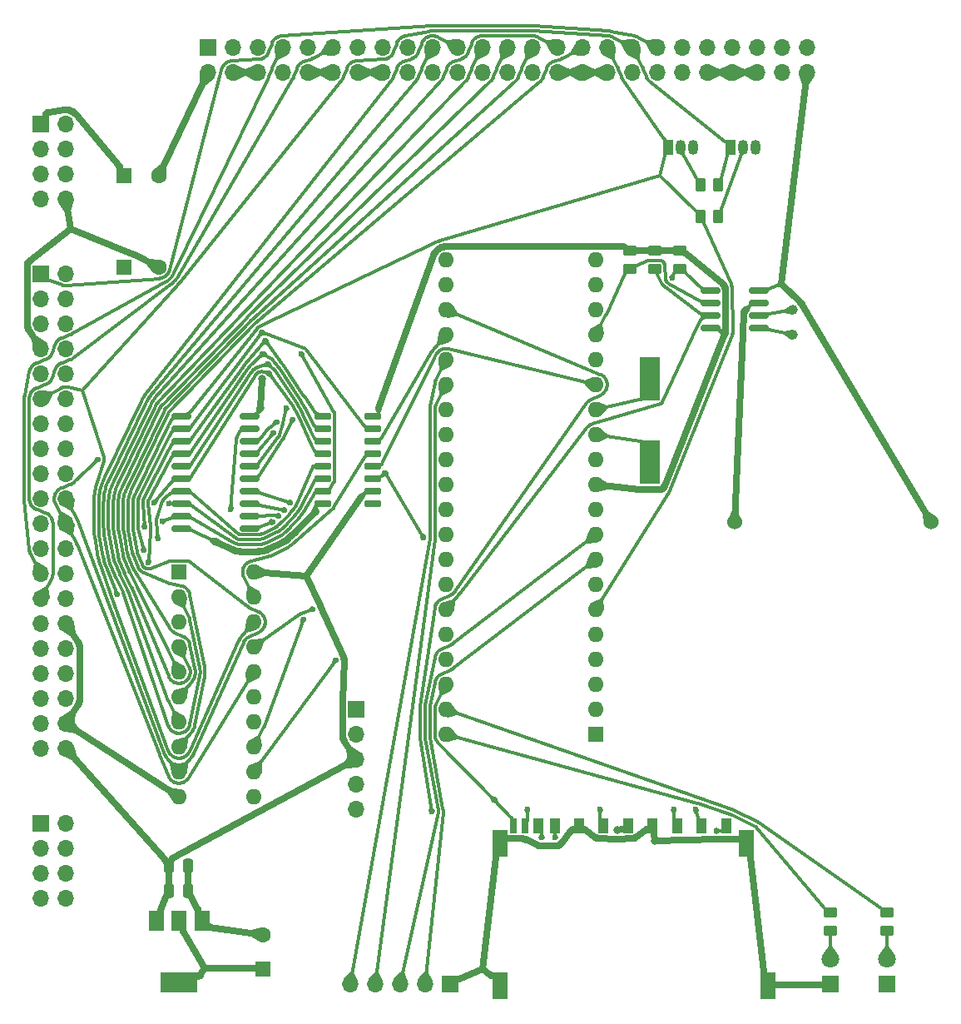
<source format=gbr>
%TF.GenerationSoftware,KiCad,Pcbnew,7.0.0-da2b9df05c~171~ubuntu22.04.1*%
%TF.CreationDate,2023-03-08T20:12:18-05:00*%
%TF.ProjectId,main,6d61696e-2e6b-4696-9361-645f70636258,rev?*%
%TF.SameCoordinates,Original*%
%TF.FileFunction,Copper,L1,Top*%
%TF.FilePolarity,Positive*%
%FSLAX46Y46*%
G04 Gerber Fmt 4.6, Leading zero omitted, Abs format (unit mm)*
G04 Created by KiCad (PCBNEW 7.0.0-da2b9df05c~171~ubuntu22.04.1) date 2023-03-08 20:12:18*
%MOMM*%
%LPD*%
G01*
G04 APERTURE LIST*
G04 Aperture macros list*
%AMRoundRect*
0 Rectangle with rounded corners*
0 $1 Rounding radius*
0 $2 $3 $4 $5 $6 $7 $8 $9 X,Y pos of 4 corners*
0 Add a 4 corners polygon primitive as box body*
4,1,4,$2,$3,$4,$5,$6,$7,$8,$9,$2,$3,0*
0 Add four circle primitives for the rounded corners*
1,1,$1+$1,$2,$3*
1,1,$1+$1,$4,$5*
1,1,$1+$1,$6,$7*
1,1,$1+$1,$8,$9*
0 Add four rect primitives between the rounded corners*
20,1,$1+$1,$2,$3,$4,$5,0*
20,1,$1+$1,$4,$5,$6,$7,0*
20,1,$1+$1,$6,$7,$8,$9,0*
20,1,$1+$1,$8,$9,$2,$3,0*%
G04 Aperture macros list end*
%TA.AperFunction,ComponentPad*%
%ADD10R,1.700000X1.700000*%
%TD*%
%TA.AperFunction,ComponentPad*%
%ADD11O,1.700000X1.700000*%
%TD*%
%TA.AperFunction,ComponentPad*%
%ADD12R,1.600000X1.600000*%
%TD*%
%TA.AperFunction,ComponentPad*%
%ADD13C,1.600000*%
%TD*%
%TA.AperFunction,SMDPad,CuDef*%
%ADD14RoundRect,0.250000X-0.250000X-0.475000X0.250000X-0.475000X0.250000X0.475000X-0.250000X0.475000X0*%
%TD*%
%TA.AperFunction,SMDPad,CuDef*%
%ADD15R,1.000000X1.500000*%
%TD*%
%TA.AperFunction,SMDPad,CuDef*%
%ADD16R,0.700000X1.500000*%
%TD*%
%TA.AperFunction,SMDPad,CuDef*%
%ADD17R,0.750000X1.500000*%
%TD*%
%TA.AperFunction,SMDPad,CuDef*%
%ADD18R,1.500000X2.800000*%
%TD*%
%TA.AperFunction,SMDPad,CuDef*%
%ADD19R,1.500000X2.000000*%
%TD*%
%TA.AperFunction,SMDPad,CuDef*%
%ADD20R,3.800000X2.000000*%
%TD*%
%TA.AperFunction,ComponentPad*%
%ADD21O,1.600000X1.600000*%
%TD*%
%TA.AperFunction,SMDPad,CuDef*%
%ADD22RoundRect,0.250000X-0.450000X0.262500X-0.450000X-0.262500X0.450000X-0.262500X0.450000X0.262500X0*%
%TD*%
%TA.AperFunction,ComponentPad*%
%ADD23R,1.800000X1.800000*%
%TD*%
%TA.AperFunction,ComponentPad*%
%ADD24C,1.800000*%
%TD*%
%TA.AperFunction,SMDPad,CuDef*%
%ADD25RoundRect,0.250000X0.262500X0.450000X-0.262500X0.450000X-0.262500X-0.450000X0.262500X-0.450000X0*%
%TD*%
%TA.AperFunction,ComponentPad*%
%ADD26C,1.000000*%
%TD*%
%TA.AperFunction,ComponentPad*%
%ADD27R,1.050000X1.500000*%
%TD*%
%TA.AperFunction,ComponentPad*%
%ADD28O,1.050000X1.500000*%
%TD*%
%TA.AperFunction,SMDPad,CuDef*%
%ADD29RoundRect,0.150000X-0.725000X-0.150000X0.725000X-0.150000X0.725000X0.150000X-0.725000X0.150000X0*%
%TD*%
%TA.AperFunction,SMDPad,CuDef*%
%ADD30RoundRect,0.250000X0.450000X-0.262500X0.450000X0.262500X-0.450000X0.262500X-0.450000X-0.262500X0*%
%TD*%
%TA.AperFunction,SMDPad,CuDef*%
%ADD31RoundRect,0.150000X0.825000X0.150000X-0.825000X0.150000X-0.825000X-0.150000X0.825000X-0.150000X0*%
%TD*%
%TA.AperFunction,SMDPad,CuDef*%
%ADD32R,2.000000X4.500000*%
%TD*%
%TA.AperFunction,ComponentPad*%
%ADD33C,1.524000*%
%TD*%
%TA.AperFunction,SMDPad,CuDef*%
%ADD34RoundRect,0.150000X-0.837500X-0.150000X0.837500X-0.150000X0.837500X0.150000X-0.837500X0.150000X0*%
%TD*%
%TA.AperFunction,ViaPad*%
%ADD35C,0.800000*%
%TD*%
%TA.AperFunction,ViaPad*%
%ADD36C,0.600000*%
%TD*%
%TA.AperFunction,Conductor*%
%ADD37C,0.700000*%
%TD*%
%TA.AperFunction,Conductor*%
%ADD38C,0.300000*%
%TD*%
G04 APERTURE END LIST*
D10*
%TO.P,J1,1,Pin_1*%
%TO.N,unconnected-(J1-Pin_1-Pad1)*%
X22539999Y-101779999D03*
D11*
%TO.P,J1,2,Pin_2*%
%TO.N,unconnected-(J1-Pin_2-Pad2)*%
X25079999Y-101779999D03*
%TO.P,J1,3,Pin_3*%
%TO.N,unconnected-(J1-Pin_3-Pad3)*%
X22539999Y-104319999D03*
%TO.P,J1,4,Pin_4*%
%TO.N,unconnected-(J1-Pin_4-Pad4)*%
X25079999Y-104319999D03*
%TO.P,J1,5,Pin_5*%
%TO.N,unconnected-(J1-Pin_5-Pad5)*%
X22539999Y-106859999D03*
%TO.P,J1,6,Pin_6*%
%TO.N,unconnected-(J1-Pin_6-Pad6)*%
X25079999Y-106859999D03*
%TO.P,J1,7,Pin_7*%
%TO.N,unconnected-(J1-Pin_7-Pad7)*%
X22539999Y-109399999D03*
%TO.P,J1,8,Pin_8*%
%TO.N,unconnected-(J1-Pin_8-Pad8)*%
X25079999Y-109399999D03*
%TD*%
D10*
%TO.P,J5,1,Pin_1*%
%TO.N,+5V*%
X22539999Y-30599999D03*
D11*
%TO.P,J5,2,Pin_2*%
%TO.N,GND*%
X25079999Y-30599999D03*
%TO.P,J5,3,Pin_3*%
%TO.N,+5V*%
X22539999Y-33139999D03*
%TO.P,J5,4,Pin_4*%
%TO.N,GND*%
X25079999Y-33139999D03*
%TO.P,J5,5,Pin_5*%
%TO.N,unconnected-(J5-Pin_5-Pad5)*%
X22539999Y-35679999D03*
%TO.P,J5,6,Pin_6*%
%TO.N,GND*%
X25079999Y-35679999D03*
%TO.P,J5,7,Pin_7*%
%TO.N,unconnected-(J5-Pin_7-Pad7)*%
X22539999Y-38219999D03*
%TO.P,J5,8,Pin_8*%
%TO.N,GND*%
X25079999Y-38219999D03*
%TD*%
D10*
%TO.P,J2,1,~{SYSRES}*%
%TO.N,~{F_SYSRES}*%
X22539999Y-45869999D03*
D11*
%TO.P,J2,2,~{RAS}*%
%TO.N,~{F_MREQ}*%
X25079999Y-45869999D03*
%TO.P,J2,3,A10*%
%TO.N,F_A10*%
X22539999Y-48409999D03*
%TO.P,J2,4,~{EXMEM}*%
%TO.N,~{F_EXMEM}*%
X25079999Y-48409999D03*
%TO.P,J2,5,A13*%
%TO.N,F_A13*%
X22539999Y-50949999D03*
%TO.P,J2,6,A12*%
%TO.N,F_A12*%
X25079999Y-50949999D03*
%TO.P,J2,7,GND*%
%TO.N,GND*%
X22539999Y-53489999D03*
%TO.P,J2,8,A15*%
%TO.N,F_A15*%
X25079999Y-53489999D03*
%TO.P,J2,9,A14*%
%TO.N,F_A14*%
X22539999Y-56029999D03*
%TO.P,J2,10,A11*%
%TO.N,F_A11*%
X25079999Y-56029999D03*
%TO.P,J2,11,~{OUT}*%
%TO.N,~{F_OUT}*%
X22539999Y-58569999D03*
%TO.P,J2,12,A8*%
%TO.N,F_A8*%
X25079999Y-58569999D03*
%TO.P,J2,13,~{INTAK}*%
%TO.N,~{F_INTAK}*%
X22539999Y-61109999D03*
%TO.P,J2,14,~{WR}*%
%TO.N,~{F_WRITE}*%
X25079999Y-61109999D03*
%TO.P,J2,15,~{INUSE}*%
%TO.N,~{F_INUSE}*%
X22539999Y-63649999D03*
%TO.P,J2,16,~{RD}*%
%TO.N,~{F_READ}*%
X25079999Y-63649999D03*
%TO.P,J2,17,D4*%
%TO.N,F_D4*%
X22539999Y-66189999D03*
%TO.P,J2,18,A9*%
%TO.N,F_A9*%
X25079999Y-66189999D03*
%TO.P,J2,19,D7*%
%TO.N,F_D7*%
X22539999Y-68729999D03*
%TO.P,J2,20,~{IN}*%
%TO.N,~{F_IN}*%
X25079999Y-68729999D03*
%TO.P,J2,21,D1*%
%TO.N,F_D1*%
X22539999Y-71269999D03*
%TO.P,J2,22,~{INT}*%
%TO.N,~{F_INT}*%
X25079999Y-71269999D03*
%TO.P,J2,23,D6*%
%TO.N,F_D6*%
X22539999Y-73809999D03*
%TO.P,J2,24,CLK*%
%TO.N,CLK*%
X25079999Y-73809999D03*
%TO.P,J2,25,D3*%
%TO.N,F_D3*%
X22539999Y-76349999D03*
%TO.P,J2,26,A0*%
%TO.N,F_A0*%
X25079999Y-76349999D03*
%TO.P,J2,27,D5*%
%TO.N,F_D5*%
X22539999Y-78889999D03*
%TO.P,J2,28,A1*%
%TO.N,F_A1*%
X25079999Y-78889999D03*
%TO.P,J2,29,D0*%
%TO.N,F_D0*%
X22539999Y-81429999D03*
%TO.P,J2,30,GND*%
%TO.N,GND*%
X25079999Y-81429999D03*
%TO.P,J2,31,D2*%
%TO.N,F_D2*%
X22539999Y-83969999D03*
%TO.P,J2,32,A4*%
%TO.N,F_A4*%
X25079999Y-83969999D03*
%TO.P,J2,33,A3*%
%TO.N,F_A3*%
X22539999Y-86509999D03*
%TO.P,J2,34,~{WAIT}*%
%TO.N,~{F_WAIT}*%
X25079999Y-86509999D03*
%TO.P,J2,35,A7*%
%TO.N,F_A7*%
X22539999Y-89049999D03*
%TO.P,J2,36,A5*%
%TO.N,F_A5*%
X25079999Y-89049999D03*
%TO.P,J2,37,A6*%
%TO.N,F_A6*%
X22539999Y-91589999D03*
%TO.P,J2,38,GND*%
%TO.N,GND*%
X25079999Y-91589999D03*
%TO.P,J2,39,A2*%
%TO.N,F_A2*%
X22539999Y-94129999D03*
%TO.P,J2,40,+5V*%
%TO.N,+5V*%
X25079999Y-94129999D03*
%TD*%
D12*
%TO.P,C4,1*%
%TO.N,+5V*%
X30999999Y-35892799D03*
D13*
%TO.P,C4,2*%
%TO.N,GND*%
X34500000Y-35892800D03*
%TD*%
D12*
%TO.P,C1,1*%
%TO.N,+5V*%
X30999999Y-45192799D03*
D13*
%TO.P,C1,2*%
%TO.N,GND*%
X34500000Y-45192800D03*
%TD*%
D12*
%TO.P,C9,1*%
%TO.N,+3V3*%
X45084999Y-116587699D03*
D13*
%TO.P,C9,2*%
%TO.N,GND*%
X45085000Y-113087700D03*
%TD*%
D14*
%TO.P,C5,1*%
%TO.N,+5V*%
X35560000Y-106045000D03*
%TO.P,C5,2*%
%TO.N,GND*%
X37460000Y-106045000D03*
%TD*%
%TO.P,C7,1*%
%TO.N,+5V*%
X35560000Y-108585000D03*
%TO.P,C7,2*%
%TO.N,GND*%
X37460000Y-108585000D03*
%TD*%
D15*
%TO.P,J9,1,CD/DAT3*%
%TO.N,Net-(J9-CD{slash}DAT3)*%
X89749999Y-101974999D03*
%TO.P,J9,2,CMD*%
%TO.N,Net-(J9-CMD)*%
X87249999Y-101974999D03*
%TO.P,J9,3,VSS*%
%TO.N,GND*%
X84749999Y-101974999D03*
%TO.P,J9,4,VDD*%
%TO.N,+3V3*%
X82249999Y-101974999D03*
%TO.P,J9,5,CLK*%
%TO.N,Net-(J9-CLK)*%
X79749999Y-101974999D03*
%TO.P,J9,6,VSS*%
%TO.N,GND*%
X77249999Y-101974999D03*
%TO.P,J9,7,DAT0*%
%TO.N,Net-(J9-DAT0)*%
X74819999Y-101974999D03*
%TO.P,J9,8,DAT1*%
%TO.N,Net-(J9-DAT1)*%
X73119999Y-101974999D03*
%TO.P,J9,9,DAT2*%
%TO.N,Net-(J9-DAT2)*%
X92249999Y-101974999D03*
D16*
%TO.P,J9,10,CARD_DETECT*%
%TO.N,CD*%
X71819999Y-101974999D03*
D17*
%TO.P,J9,11,WRITE_PROTECT*%
%TO.N,WP*%
X70619999Y-101974999D03*
D18*
%TO.P,J9,12,SHELL1*%
%TO.N,GND*%
X69219999Y-103774999D03*
X69219999Y-118274999D03*
%TO.P,J9,13,SHELL2*%
X94319999Y-103774999D03*
X96519999Y-118274999D03*
%TD*%
D19*
%TO.P,U1,1,GND*%
%TO.N,GND*%
X38894999Y-111639999D03*
%TO.P,U1,2,VO*%
%TO.N,+3V3*%
X36594999Y-111639999D03*
D20*
X36594999Y-117939999D03*
D19*
%TO.P,U1,3,VI*%
%TO.N,+5V*%
X34294999Y-111639999D03*
%TD*%
D12*
%TO.P,U2,1,RE3*%
%TO.N,MCLR*%
X78993999Y-92709999D03*
D21*
%TO.P,U2,2,RA0*%
%TO.N,F_A3*%
X78993999Y-90169999D03*
%TO.P,U2,3,RA1*%
%TO.N,F_A2*%
X78993999Y-87629999D03*
%TO.P,U2,4,RA2*%
%TO.N,F_A1*%
X78993999Y-85089999D03*
%TO.P,U2,5,RA3*%
%TO.N,F_A0*%
X78993999Y-82549999D03*
%TO.P,U2,6,RA4*%
%TO.N,~{F_IN}*%
X78993999Y-80009999D03*
%TO.P,U2,7,RA5*%
%TO.N,SPI_CS*%
X78993999Y-77469999D03*
%TO.P,U2,8,RE0*%
%TO.N,RTS*%
X78993999Y-74929999D03*
%TO.P,U2,9,RE1*%
%TO.N,CTS*%
X78993999Y-72389999D03*
%TO.P,U2,10,RE2*%
%TO.N,unconnected-(U2-RE2-Pad10)*%
X78993999Y-69849999D03*
%TO.P,U2,11,VDD*%
%TO.N,+5V*%
X78993999Y-67309999D03*
%TO.P,U2,12,VSS*%
%TO.N,GND*%
X78993999Y-64769999D03*
%TO.P,U2,13,RA7*%
%TO.N,Net-(U2-RA7)*%
X78993999Y-62229999D03*
%TO.P,U2,14,RA6*%
%TO.N,Net-(U2-RA6)*%
X78993999Y-59689999D03*
%TO.P,U2,15,RC0*%
%TO.N,STAT_CS*%
X78993999Y-57149999D03*
%TO.P,U2,16,RC1*%
%TO.N,SDA*%
X78993999Y-54609999D03*
%TO.P,U2,17,RC2*%
%TO.N,SCL*%
X78993999Y-52069999D03*
%TO.P,U2,18,RC3*%
%TO.N,SPI_CLK*%
X78993999Y-49529999D03*
%TO.P,U2,19,RD0*%
%TO.N,DD0*%
X78993999Y-46989999D03*
%TO.P,U2,20,RD1*%
%TO.N,DD1*%
X78993999Y-44449999D03*
%TO.P,U2,21,RD2*%
%TO.N,DD2*%
X63753999Y-44449999D03*
%TO.P,U2,22,RD3*%
%TO.N,DD3*%
X63753999Y-46989999D03*
%TO.P,U2,23,RC4*%
%TO.N,SPI_SDI*%
X63753999Y-49529999D03*
%TO.P,U2,24,RC5*%
%TO.N,SPI_SDO*%
X63753999Y-52069999D03*
%TO.P,U2,25,RC6*%
%TO.N,TX*%
X63753999Y-54609999D03*
%TO.P,U2,26,RC7*%
%TO.N,RX*%
X63753999Y-57149999D03*
%TO.P,U2,27,RD4*%
%TO.N,DD4*%
X63753999Y-59689999D03*
%TO.P,U2,28,RD5*%
%TO.N,DD5*%
X63753999Y-62229999D03*
%TO.P,U2,29,RD6*%
%TO.N,DD6*%
X63753999Y-64769999D03*
%TO.P,U2,30,RD7*%
%TO.N,DD7*%
X63753999Y-67309999D03*
%TO.P,U2,31,VSS*%
%TO.N,GND*%
X63753999Y-69849999D03*
%TO.P,U2,32,VDD*%
%TO.N,+5V*%
X63753999Y-72389999D03*
%TO.P,U2,33,RB0*%
%TO.N,SPARE1*%
X63753999Y-74929999D03*
%TO.P,U2,34,RB1*%
%TO.N,PIC_SEL_N*%
X63753999Y-77469999D03*
%TO.P,U2,35,RB2*%
%TO.N,RTC*%
X63753999Y-80009999D03*
%TO.P,U2,36,RB3*%
%TO.N,PIC_WAIT_N*%
X63753999Y-82549999D03*
%TO.P,U2,37,RB4*%
%TO.N,CD*%
X63753999Y-85089999D03*
%TO.P,U2,38,RB5*%
%TO.N,WP*%
X63753999Y-87629999D03*
%TO.P,U2,39,RB6*%
%TO.N,LED1*%
X63753999Y-90169999D03*
%TO.P,U2,40,RB7*%
%TO.N,LED0*%
X63753999Y-92709999D03*
%TD*%
D22*
%TO.P,R20,1*%
%TO.N,LED1*%
X108585000Y-110847500D03*
%TO.P,R20,2*%
%TO.N,Net-(D2-A)*%
X108585000Y-112672500D03*
%TD*%
D23*
%TO.P,D2,1,K*%
%TO.N,GND*%
X108584999Y-118109999D03*
D24*
%TO.P,D2,2,A*%
%TO.N,Net-(D2-A)*%
X108585000Y-115570000D03*
%TD*%
D25*
%TO.P,R1,1*%
%TO.N,Net-(Q1-B)*%
X91440000Y-40005000D03*
%TO.P,R1,2*%
%TO.N,~{F_IN}*%
X89615000Y-40005000D03*
%TD*%
D26*
%TO.P,Y2,1,1*%
%TO.N,Net-(U5-X1)*%
X99060000Y-52070000D03*
%TO.P,Y2,2,2*%
%TO.N,Net-(U5-X2)*%
X99060000Y-49530000D03*
%TD*%
D27*
%TO.P,Q2,1,E*%
%TO.N,~{F_IN}*%
X86359999Y-33019999D03*
D28*
%TO.P,Q2,2,B*%
%TO.N,Net-(Q2-B)*%
X87629999Y-33019999D03*
%TO.P,Q2,3,C*%
%TO.N,IOREQ*%
X88899999Y-33019999D03*
%TD*%
D12*
%TO.P,U7,1,I1/CLK*%
%TO.N,F_A0*%
X36575999Y-76199999D03*
D21*
%TO.P,U7,2,I2*%
%TO.N,F_A1*%
X36575999Y-78739999D03*
%TO.P,U7,3,I3*%
%TO.N,F_A2*%
X36575999Y-81279999D03*
%TO.P,U7,4,I4*%
%TO.N,F_A3*%
X36575999Y-83819999D03*
%TO.P,U7,5,I5*%
%TO.N,F_A4*%
X36575999Y-86359999D03*
%TO.P,U7,6,I6*%
%TO.N,F_A5*%
X36575999Y-88899999D03*
%TO.P,U7,7,I7*%
%TO.N,F_A6*%
X36575999Y-91439999D03*
%TO.P,U7,8,I8*%
%TO.N,F_A7*%
X36575999Y-93979999D03*
%TO.P,U7,9,I9*%
%TO.N,~{F_IN}*%
X36575999Y-96519999D03*
%TO.P,U7,10,GND*%
%TO.N,GND*%
X36575999Y-99059999D03*
%TO.P,U7,11,I10/~{OE}*%
%TO.N,IOREQ*%
X44195999Y-99059999D03*
%TO.P,U7,12,IO8*%
%TO.N,PIC_WAIT_N*%
X44195999Y-96519999D03*
%TO.P,U7,13,IO7*%
%TO.N,PIC_SEL_N*%
X44195999Y-93979999D03*
%TO.P,U7,14,IO6*%
%TO.N,EXTIOSEL*%
X44195999Y-91439999D03*
%TO.P,U7,15,IO5*%
%TO.N,~{F_WAIT}*%
X44195999Y-88899999D03*
%TO.P,U7,16,IO4*%
%TO.N,~{F_INT}*%
X44195999Y-86359999D03*
%TO.P,U7,17,I03*%
%TO.N,SPARE1*%
X44195999Y-83819999D03*
%TO.P,U7,18,IO2*%
%TO.N,~{F_OUT}*%
X44195999Y-81279999D03*
%TO.P,U7,19,IO1*%
%TO.N,STAT_OE_N*%
X44195999Y-78739999D03*
%TO.P,U7,20,VCC*%
%TO.N,+5V*%
X44195999Y-76199999D03*
%TD*%
D27*
%TO.P,Q1,1,E*%
%TO.N,~{F_OUT}*%
X92709999Y-33019999D03*
D28*
%TO.P,Q1,2,B*%
%TO.N,Net-(Q1-B)*%
X93979999Y-33019999D03*
%TO.P,Q1,3,C*%
%TO.N,IOREQ*%
X95249999Y-33019999D03*
%TD*%
D29*
%TO.P,U6,1,QB*%
%TO.N,F_D1*%
X51181000Y-60325000D03*
%TO.P,U6,2,QC*%
%TO.N,F_D2*%
X51181000Y-61595000D03*
%TO.P,U6,3,QD*%
%TO.N,F_D3*%
X51181000Y-62865000D03*
%TO.P,U6,4,QE*%
%TO.N,F_D4*%
X51181000Y-64135000D03*
%TO.P,U6,5,QF*%
%TO.N,F_D5*%
X51181000Y-65405000D03*
%TO.P,U6,6,QG*%
%TO.N,F_D6*%
X51181000Y-66675000D03*
%TO.P,U6,7,QH*%
%TO.N,F_D7*%
X51181000Y-67945000D03*
%TO.P,U6,8,GND*%
%TO.N,GND*%
X51181000Y-69215000D03*
%TO.P,U6,9,QH'*%
%TO.N,unconnected-(U6-QH'-Pad9)*%
X56331000Y-69215000D03*
%TO.P,U6,10,~{SRCLR}*%
%TO.N,+5V*%
X56331000Y-67945000D03*
%TO.P,U6,11,SRCLK*%
%TO.N,SPI_CLK*%
X56331000Y-66675000D03*
%TO.P,U6,12,RCLK*%
%TO.N,STAT_CS*%
X56331000Y-65405000D03*
%TO.P,U6,13,~{OE}*%
%TO.N,STAT_OE_N*%
X56331000Y-64135000D03*
%TO.P,U6,14,SER*%
%TO.N,SPI_SDO*%
X56331000Y-62865000D03*
%TO.P,U6,15,QA*%
%TO.N,F_D0*%
X56331000Y-61595000D03*
%TO.P,U6,16,VCC*%
%TO.N,+5V*%
X56331000Y-60325000D03*
%TD*%
D30*
%TO.P,R17,1*%
%TO.N,SCL*%
X82423000Y-45339000D03*
%TO.P,R17,2*%
%TO.N,+5V*%
X82423000Y-43514000D03*
%TD*%
D23*
%TO.P,D1,1,K*%
%TO.N,GND*%
X102869999Y-118119999D03*
D24*
%TO.P,D1,2,A*%
%TO.N,Net-(D1-A)*%
X102870000Y-115580000D03*
%TD*%
D31*
%TO.P,U5,1,X1*%
%TO.N,Net-(U5-X1)*%
X95585000Y-51405000D03*
%TO.P,U5,2,X2*%
%TO.N,Net-(U5-X2)*%
X95585000Y-50135000D03*
%TO.P,U5,3,VBAT*%
%TO.N,Net-(BT1-+)*%
X95585000Y-48865000D03*
%TO.P,U5,4,GND*%
%TO.N,GND*%
X95585000Y-47595000D03*
%TO.P,U5,5,SDA*%
%TO.N,SDA*%
X90635000Y-47595000D03*
%TO.P,U5,6,SCL*%
%TO.N,SCL*%
X90635000Y-48865000D03*
%TO.P,U5,7,SQW/OUT*%
%TO.N,RTC*%
X90635000Y-50135000D03*
%TO.P,U5,8,VCC*%
%TO.N,+5V*%
X90635000Y-51405000D03*
%TD*%
D30*
%TO.P,R16,1*%
%TO.N,SDA*%
X87503000Y-45339000D03*
%TO.P,R16,2*%
%TO.N,+5V*%
X87503000Y-43514000D03*
%TD*%
D10*
%TO.P,U3,1,D0*%
%TO.N,F_D0*%
X39519999Y-22859999D03*
D11*
%TO.P,U3,2,GND*%
%TO.N,GND*%
X39519999Y-25399999D03*
%TO.P,U3,3,D1*%
%TO.N,F_D1*%
X42059999Y-22859999D03*
%TO.P,U3,4,GND*%
%TO.N,GND*%
X42059999Y-25399999D03*
%TO.P,U3,5,D2*%
%TO.N,F_D2*%
X44599999Y-22859999D03*
%TO.P,U3,6,GND*%
%TO.N,GND*%
X44599999Y-25399999D03*
%TO.P,U3,7,D3*%
%TO.N,F_D3*%
X47139999Y-22859999D03*
%TO.P,U3,8,GND*%
%TO.N,GND*%
X47139999Y-25399999D03*
%TO.P,U3,9,D4*%
%TO.N,F_D4*%
X49679999Y-22859999D03*
%TO.P,U3,10,GND*%
%TO.N,GND*%
X49679999Y-25399999D03*
%TO.P,U3,11,D5*%
%TO.N,F_D5*%
X52219999Y-22859999D03*
%TO.P,U3,12,GND*%
%TO.N,GND*%
X52219999Y-25399999D03*
%TO.P,U3,13,D6*%
%TO.N,F_D6*%
X54759999Y-22859999D03*
%TO.P,U3,14,GND*%
%TO.N,GND*%
X54759999Y-25399999D03*
%TO.P,U3,15,D7*%
%TO.N,F_D7*%
X57299999Y-22859999D03*
%TO.P,U3,16,GND*%
%TO.N,GND*%
X57299999Y-25399999D03*
%TO.P,U3,17,A0*%
%TO.N,F_A0*%
X59839999Y-22859999D03*
%TO.P,U3,18,GND*%
%TO.N,GND*%
X59839999Y-25399999D03*
%TO.P,U3,19,A1*%
%TO.N,F_A1*%
X62379999Y-22859999D03*
%TO.P,U3,20,GND*%
%TO.N,GND*%
X62379999Y-25399999D03*
%TO.P,U3,21,A2*%
%TO.N,F_A2*%
X64919999Y-22859999D03*
%TO.P,U3,22,GND*%
%TO.N,GND*%
X64919999Y-25399999D03*
%TO.P,U3,23,A3*%
%TO.N,F_A3*%
X67459999Y-22859999D03*
%TO.P,U3,24,GND*%
%TO.N,GND*%
X67459999Y-25399999D03*
%TO.P,U3,25,A4*%
%TO.N,F_A4*%
X69999999Y-22859999D03*
%TO.P,U3,26,GND*%
%TO.N,GND*%
X69999999Y-25399999D03*
%TO.P,U3,27,A5*%
%TO.N,F_A5*%
X72539999Y-22859999D03*
%TO.P,U3,28,GND*%
%TO.N,GND*%
X72539999Y-25399999D03*
%TO.P,U3,29,A6*%
%TO.N,F_A6*%
X75079999Y-22859999D03*
%TO.P,U3,30,GND*%
%TO.N,GND*%
X75079999Y-25399999D03*
%TO.P,U3,31,A7*%
%TO.N,F_A7*%
X77619999Y-22859999D03*
%TO.P,U3,32,GND*%
%TO.N,GND*%
X77619999Y-25399999D03*
%TO.P,U3,33,~{IN}*%
%TO.N,~{F_IN}*%
X80159999Y-22859999D03*
%TO.P,U3,34,GND*%
%TO.N,GND*%
X80159999Y-25399999D03*
%TO.P,U3,35,~{OUT}*%
%TO.N,~{F_OUT}*%
X82699999Y-22859999D03*
%TO.P,U3,36,GND*%
%TO.N,GND*%
X82699999Y-25399999D03*
%TO.P,U3,37,~{RESET}*%
%TO.N,~{F_SYSRES}*%
X85239999Y-22859999D03*
%TO.P,U3,38,GND*%
%TO.N,GND*%
X85239999Y-25399999D03*
%TO.P,U3,39,~{INT}*%
%TO.N,~{F_INT}*%
X87779999Y-22859999D03*
%TO.P,U3,40,GND*%
%TO.N,GND*%
X87779999Y-25399999D03*
%TO.P,U3,41,~{WAIT}*%
%TO.N,~{F_WAIT}*%
X90319999Y-22859999D03*
%TO.P,U3,42,GND*%
%TO.N,GND*%
X90319999Y-25399999D03*
%TO.P,U3,43,~{EXTIO}*%
%TO.N,EXTIOSEL*%
X92859999Y-22859999D03*
%TO.P,U3,44,GND*%
%TO.N,GND*%
X92859999Y-25399999D03*
%TO.P,U3,45*%
%TO.N,unconnected-(U3-Pad45)*%
X95399999Y-22859999D03*
%TO.P,U3,46,GND*%
%TO.N,GND*%
X95399999Y-25399999D03*
%TO.P,U3,47,~{M1}*%
%TO.N,~{F_INTAK}*%
X97939999Y-22859999D03*
%TO.P,U3,48,GND*%
%TO.N,GND*%
X97939999Y-25399999D03*
%TO.P,U3,49,~{IORQ}*%
%TO.N,IOREQ*%
X100479999Y-22859999D03*
%TO.P,U3,50,GND*%
%TO.N,GND*%
X100479999Y-25399999D03*
%TD*%
D10*
%TO.P,J4,1,Pin_1*%
%TO.N,GND*%
X64134999Y-118109999D03*
D11*
%TO.P,J4,2,Pin_2*%
%TO.N,RTS*%
X61594999Y-118109999D03*
%TO.P,J4,3,Pin_3*%
%TO.N,CTS*%
X59054999Y-118109999D03*
%TO.P,J4,4,Pin_4*%
%TO.N,RX*%
X56514999Y-118109999D03*
%TO.P,J4,5,Pin_5*%
%TO.N,TX*%
X53974999Y-118109999D03*
%TD*%
D32*
%TO.P,Y1,1,1*%
%TO.N,Net-(U2-RA6)*%
X84454999Y-56514999D03*
%TO.P,Y1,2,2*%
%TO.N,Net-(U2-RA7)*%
X84454999Y-65014999D03*
%TD*%
D22*
%TO.P,R19,1*%
%TO.N,LED0*%
X102870000Y-110847500D03*
%TO.P,R19,2*%
%TO.N,Net-(D1-A)*%
X102870000Y-112672500D03*
%TD*%
D30*
%TO.P,R18,1*%
%TO.N,RTC*%
X84963000Y-45339000D03*
%TO.P,R18,2*%
%TO.N,+5V*%
X84963000Y-43514000D03*
%TD*%
D10*
%TO.P,J3,1,Pin_1*%
%TO.N,LED1*%
X54609999Y-90169999D03*
D11*
%TO.P,J3,2,Pin_2*%
%TO.N,LED0*%
X54609999Y-92709999D03*
%TO.P,J3,3,Pin_3*%
%TO.N,+5V*%
X54609999Y-95249999D03*
%TO.P,J3,4,Pin_4*%
%TO.N,MCLR*%
X54609999Y-97789999D03*
%TO.P,J3,5,Pin_5*%
%TO.N,GND*%
X54609999Y-100329999D03*
%TD*%
D33*
%TO.P,BT1,1,+*%
%TO.N,Net-(BT1-+)*%
X93110000Y-71120000D03*
%TO.P,BT1,2,-*%
%TO.N,GND*%
X113110000Y-71120000D03*
%TD*%
D25*
%TO.P,R2,1*%
%TO.N,~{F_OUT}*%
X91440000Y-36830000D03*
%TO.P,R2,2*%
%TO.N,Net-(Q2-B)*%
X89615000Y-36830000D03*
%TD*%
D34*
%TO.P,U4,1,A->B*%
%TO.N,~{F_IN}*%
X36830000Y-60325000D03*
%TO.P,U4,2,A0*%
%TO.N,F_D0*%
X36830000Y-61595000D03*
%TO.P,U4,3,A1*%
%TO.N,F_D1*%
X36830000Y-62865000D03*
%TO.P,U4,4,A2*%
%TO.N,F_D2*%
X36830000Y-64135000D03*
%TO.P,U4,5,A3*%
%TO.N,F_D3*%
X36830000Y-65405000D03*
%TO.P,U4,6,A4*%
%TO.N,F_D4*%
X36830000Y-66675000D03*
%TO.P,U4,7,A5*%
%TO.N,F_D5*%
X36830000Y-67945000D03*
%TO.P,U4,8,A6*%
%TO.N,F_D6*%
X36830000Y-69215000D03*
%TO.P,U4,9,A7*%
%TO.N,F_D7*%
X36830000Y-70485000D03*
%TO.P,U4,10,GND*%
%TO.N,GND*%
X36830000Y-71755000D03*
%TO.P,U4,11,B7*%
%TO.N,DD7*%
X43755000Y-71755000D03*
%TO.P,U4,12,B6*%
%TO.N,DD6*%
X43755000Y-70485000D03*
%TO.P,U4,13,B5*%
%TO.N,DD5*%
X43755000Y-69215000D03*
%TO.P,U4,14,B4*%
%TO.N,DD4*%
X43755000Y-67945000D03*
%TO.P,U4,15,B3*%
%TO.N,DD3*%
X43755000Y-66675000D03*
%TO.P,U4,16,B2*%
%TO.N,DD2*%
X43755000Y-65405000D03*
%TO.P,U4,17,B1*%
%TO.N,DD1*%
X43755000Y-64135000D03*
%TO.P,U4,18,B0*%
%TO.N,DD0*%
X43755000Y-62865000D03*
%TO.P,U4,19,CE*%
%TO.N,PIC_SEL_N*%
X43755000Y-61595000D03*
%TO.P,U4,20,VCC*%
%TO.N,+5V*%
X43755000Y-60325000D03*
%TD*%
D35*
%TO.N,+5V*%
X92117900Y-51944900D03*
X44992000Y-56563600D03*
X44820100Y-59460500D03*
D36*
%TO.N,F_A2*%
X30283600Y-78497100D03*
D35*
%TO.N,GND*%
X40337400Y-73117100D03*
X85017600Y-103513000D03*
X50466200Y-70115500D03*
D36*
%TO.N,F_D2*%
X33447800Y-75209000D03*
X45121000Y-53990800D03*
%TO.N,F_D0*%
X45020000Y-51820700D03*
X32968500Y-73995300D03*
%TO.N,F_D5*%
X34413100Y-72764200D03*
%TO.N,F_D3*%
X45647000Y-55032600D03*
%TO.N,F_D6*%
X35518300Y-69197200D03*
%TO.N,F_D1*%
X45374600Y-52677000D03*
X33052000Y-71622100D03*
%TO.N,F_D7*%
X34885500Y-71045700D03*
X49008500Y-53986300D03*
%TO.N,F_D4*%
X45734200Y-55978900D03*
X34053500Y-69143300D03*
%TO.N,~{F_INT}*%
X28308700Y-64730300D03*
D35*
%TO.N,+3V3*%
X81143200Y-102442700D03*
D36*
%TO.N,WP*%
X68649000Y-99343400D03*
%TO.N,CD*%
X72014900Y-100345400D03*
%TO.N,Net-(J9-CD{slash}DAT3)*%
X89159900Y-100345400D03*
%TO.N,Net-(J9-CMD)*%
X86906400Y-100351000D03*
%TO.N,Net-(J9-CLK)*%
X79432100Y-100351000D03*
%TO.N,Net-(J9-DAT0)*%
X74845900Y-103225000D03*
%TO.N,Net-(J9-DAT1)*%
X73473400Y-103225000D03*
%TO.N,Net-(J9-DAT2)*%
X91235100Y-102504600D03*
%TO.N,SPI_SDI*%
X62304400Y-100547700D03*
%TO.N,SPI_CLK*%
X57566400Y-66089900D03*
X61461100Y-72697000D03*
%TO.N,SDA*%
X86741900Y-46299200D03*
%TO.N,DD0*%
X46531100Y-60921100D03*
%TO.N,DD1*%
X46220600Y-62003300D03*
%TO.N,DD2*%
X47510500Y-59513700D03*
%TO.N,DD3*%
X48146500Y-60648600D03*
%TO.N,DD4*%
X47891300Y-69143900D03*
%TO.N,DD5*%
X47333100Y-69876300D03*
%TO.N,DD6*%
X46750700Y-70472100D03*
%TO.N,DD7*%
X46089800Y-71079900D03*
%TO.N,SPARE1*%
X50196700Y-79967700D03*
%TO.N,PIC_SEL_N*%
X49246200Y-81026700D03*
X41849000Y-69795500D03*
%TO.N,PIC_WAIT_N*%
X52522500Y-85132000D03*
%TD*%
D37*
%TO.N,+5V*%
X53338800Y-84893390D02*
X53326900Y-84855920D01*
X53313280Y-84819030D02*
X53297970Y-84782820D01*
X50972200Y-79618500D02*
X50970480Y-79614710D01*
X35096000Y-105425000D02*
X35097000Y-105426090D01*
X88212590Y-43832230D02*
X88210750Y-43831020D01*
X35858000Y-105328600D02*
X35858500Y-105326400D01*
X81756490Y-43109000D02*
X81754380Y-43108360D01*
X34707760Y-110546380D02*
X34704390Y-110559500D01*
X23327160Y-29405660D02*
X23307330Y-29409880D01*
X92184030Y-51715520D02*
X92185870Y-51686690D01*
X85724470Y-67745040D02*
X85751300Y-67728960D01*
X34295000Y-111640000D02*
X34695000Y-110990000D01*
X23213630Y-29447660D02*
X23196420Y-29458370D01*
X53209500Y-89314600D02*
X53209480Y-89320000D01*
X53348950Y-84931380D02*
X53338800Y-84893390D01*
X35860030Y-105321530D02*
X35859220Y-105323950D01*
X35864480Y-105312360D02*
X35863190Y-105314560D01*
X92138900Y-47279600D02*
X92133720Y-47256320D01*
X30522710Y-34957320D02*
X30515590Y-34941460D01*
X53209500Y-92710000D02*
X53211160Y-92778130D01*
X81768400Y-43114800D02*
X81766500Y-43113600D01*
X81747900Y-43107010D02*
X81745710Y-43106760D01*
X23040000Y-30100000D02*
X23040000Y-29750000D01*
X25803000Y-29400590D02*
X25735430Y-29362370D01*
X85954440Y-67496540D02*
X85966790Y-67467790D01*
X80067000Y-67432500D02*
X79133900Y-67737700D01*
X53209580Y-89309200D02*
X53209500Y-89314600D01*
X92121900Y-51936800D02*
X92117900Y-51944900D01*
X92153610Y-47354440D02*
X92150450Y-47337190D01*
X35097000Y-105426090D02*
X35098030Y-105427150D01*
X35173300Y-109264600D02*
X35560000Y-108585000D01*
D38*
X44622400Y-60026200D02*
X44820100Y-59460500D01*
D37*
X30529040Y-34973510D02*
X30522710Y-34957320D01*
X34701530Y-110572730D02*
X34699180Y-110586060D01*
X25080000Y-94130000D02*
X35096000Y-105425000D01*
X45272600Y-76285300D02*
X44350600Y-76622600D01*
X92082070Y-47123310D02*
X92070180Y-47102640D01*
X92154850Y-51856690D02*
X92163310Y-51829070D01*
X63172480Y-43231110D02*
X63105590Y-43265340D01*
X83417510Y-67814270D02*
X83429990Y-67814980D01*
X25521510Y-29270950D02*
X25447190Y-29248530D01*
X30550000Y-35442800D02*
X31000000Y-35892800D01*
X35101300Y-105430140D02*
X35102450Y-105431070D01*
X88204920Y-43827900D02*
X88202890Y-43827040D01*
X92159770Y-47406660D02*
X92158270Y-47389190D01*
X92103110Y-47166090D02*
X92093050Y-47144470D01*
X23045250Y-29689480D02*
X23042320Y-29709540D01*
D38*
X44622400Y-60026200D02*
X44571200Y-59484000D01*
D37*
X53314310Y-93241590D02*
X53341710Y-93304000D01*
X53948300Y-94248900D02*
X54115900Y-95326800D01*
X34699180Y-110586060D02*
X34697360Y-110599480D01*
X34716000Y-110520600D02*
X35168000Y-109275100D01*
X30515590Y-34941460D02*
X30507680Y-34925970D01*
X92120370Y-47210540D02*
X92112230Y-47188130D01*
X55092700Y-68572600D02*
X49553300Y-76624700D01*
X91962170Y-46955700D02*
X91948140Y-46941710D01*
X63455880Y-43132810D02*
X63383090Y-43151430D01*
X92001120Y-47000570D02*
X91988680Y-46985140D01*
X23097080Y-29558390D02*
X23086480Y-29575670D01*
X23347200Y-29402600D02*
X24908500Y-29210000D01*
X45272600Y-76285300D02*
X44415200Y-75807000D01*
X63241170Y-43200660D02*
X63172480Y-43231110D01*
X23307330Y-29409880D02*
X23287780Y-29415230D01*
X26103610Y-29644220D02*
X26049080Y-29588970D01*
X23268560Y-29421710D02*
X23249760Y-29429290D01*
X53250760Y-93047440D02*
X53268780Y-93113160D01*
X23134620Y-29510620D02*
X23121190Y-29525810D01*
X50968750Y-79610930D02*
X50966990Y-79607160D01*
X53341710Y-93304000D02*
X53372100Y-93364990D01*
X81741300Y-43106600D02*
X78997500Y-43099500D01*
D38*
X56331000Y-67945000D02*
X55483200Y-68177000D01*
D37*
X84262000Y-43514000D02*
X84963000Y-43514000D01*
X85548410Y-67807520D02*
X85579070Y-67801340D01*
X63678890Y-43101590D02*
X63604010Y-43107850D01*
X35870740Y-105304320D02*
X35869020Y-105306200D01*
X35872560Y-105302520D02*
X35870740Y-105304320D01*
X62704300Y-43600300D02*
X62658670Y-43660000D01*
X83124000Y-43514000D02*
X84262000Y-43514000D01*
D38*
X55429600Y-68230700D02*
X55280700Y-68640800D01*
D37*
X85907910Y-67577930D02*
X85924950Y-67551690D01*
X23049330Y-29669620D02*
X23045250Y-29689480D01*
X23148910Y-29496240D02*
X23134620Y-29510620D01*
X22540000Y-30600000D02*
X23040000Y-30100000D01*
X35865890Y-105310230D02*
X35864480Y-105312360D01*
X53357340Y-84969790D02*
X53348950Y-84931380D01*
X85777180Y-67711380D02*
X85802010Y-67692360D01*
X25735430Y-29362370D02*
X25665850Y-29327960D01*
X92041100Y-47058000D02*
X92057400Y-47082500D01*
D38*
X55478600Y-68180900D02*
X55092700Y-68572600D01*
D37*
X35878530Y-105297740D02*
X35876460Y-105299230D01*
X84963000Y-43514000D02*
X85664000Y-43514000D01*
X63529600Y-43118270D02*
X63455880Y-43132810D01*
X53368760Y-85047580D02*
X53363950Y-85008550D01*
X30546120Y-35040820D02*
X30543110Y-35023700D01*
X81745710Y-43106760D02*
X81743510Y-43106610D01*
X85802010Y-67692360D02*
X85825730Y-67671950D01*
X23108660Y-29541750D02*
X23097080Y-29558390D01*
X63105590Y-43265340D02*
X63040710Y-43303240D01*
X35172100Y-109266500D02*
X35173300Y-109264600D01*
D38*
X44621300Y-60030100D02*
X44621900Y-60028000D01*
D37*
X81762620Y-43111490D02*
X81760620Y-43110570D01*
X91988680Y-46985140D02*
X91975690Y-46970180D01*
X85751300Y-67728960D02*
X85777180Y-67711380D01*
X53209900Y-89298400D02*
X53372300Y-85165400D01*
X24985790Y-29202700D02*
X24908510Y-29210070D01*
X53235950Y-92980910D02*
X53250760Y-93047440D01*
X23231430Y-29437950D02*
X23213630Y-29447660D01*
X54610000Y-95250000D02*
X53441600Y-93482200D01*
X35882900Y-105295100D02*
X54610000Y-95250000D01*
X50970480Y-79614710D02*
X50968750Y-79610930D01*
X23086480Y-29575670D02*
X23076890Y-29593530D01*
X30507680Y-34925970D02*
X30499020Y-34910900D01*
X53216130Y-92846100D02*
X53224400Y-92913750D01*
X30548270Y-35058080D02*
X30546120Y-35040820D01*
X23060900Y-29630780D02*
X23054550Y-29650030D01*
X50966990Y-79607160D02*
X50965220Y-79603390D01*
X85664000Y-43514000D02*
X86802000Y-43514000D01*
X35859220Y-105323950D02*
X35858540Y-105326410D01*
X25665850Y-29327960D02*
X25594470Y-29297450D01*
X85696760Y-67759570D02*
X85724470Y-67745040D01*
X35869020Y-105306200D02*
X35867400Y-105308170D01*
X34697360Y-110599480D02*
X34696050Y-110612950D01*
X83455000Y-67815500D02*
X85455000Y-67815500D01*
X88198720Y-43825600D02*
X88196590Y-43825020D01*
D38*
X91582800Y-51637000D02*
X91584200Y-51637800D01*
D37*
X62658670Y-43660000D02*
X62616430Y-43722140D01*
X25447190Y-29248530D02*
X25371740Y-29230260D01*
X62483800Y-43991200D02*
X56880900Y-59503000D01*
X92185870Y-51686690D02*
X92186380Y-51657800D01*
X87503000Y-43514000D02*
X88194400Y-43824500D01*
X92161100Y-47441700D02*
X92160720Y-47424170D01*
X85639110Y-67783800D02*
X85668280Y-67772510D01*
X23042320Y-29709540D02*
X23040560Y-29729730D01*
X83442490Y-67815410D02*
X83455000Y-67815550D01*
X25140970Y-29200860D02*
X25063350Y-29199630D01*
X85825730Y-67671950D02*
X85848250Y-67650240D01*
X34696050Y-110612950D02*
X34695270Y-110626460D01*
X23076890Y-29593530D02*
X23068360Y-29611920D01*
X85966800Y-67467800D02*
X92117900Y-51944900D01*
X23054550Y-29650030D02*
X23049330Y-29669620D01*
X63754000Y-43099500D02*
X63678890Y-43101590D01*
X34695000Y-110990000D02*
X34695000Y-110640000D01*
X35560000Y-106045000D02*
X35858000Y-105328600D01*
X25218400Y-29206390D02*
X25140970Y-29200860D01*
X26049080Y-29588970D02*
X25991580Y-29536830D01*
X92024300Y-47032700D02*
X92040600Y-47057100D01*
X53224400Y-92913750D02*
X53235950Y-92980910D01*
X92163310Y-51829070D02*
X92170470Y-51801070D01*
X35099090Y-105428180D02*
X35100180Y-105429180D01*
X53372300Y-85165400D02*
X53372940Y-85126090D01*
X53209500Y-92710000D02*
X53209500Y-89320000D01*
X91933610Y-46928230D02*
X91918610Y-46915280D01*
X35103600Y-105432000D02*
X35105400Y-105433300D01*
D38*
X56880900Y-59983000D02*
X56699100Y-59586300D01*
D37*
X53552500Y-95817200D02*
X54641200Y-95749100D01*
X81764590Y-43112500D02*
X81762620Y-43111490D01*
X92127550Y-47233290D02*
X92120370Y-47210540D01*
X85517440Y-67811950D02*
X85548410Y-67807520D01*
X53371750Y-85086780D02*
X53368760Y-85047580D01*
X53372940Y-85126090D02*
X53371750Y-85086780D01*
X30489610Y-34896270D02*
X30479500Y-34882130D01*
X53405430Y-93424440D02*
X53441620Y-93482190D01*
X92180840Y-51744240D02*
X92184030Y-51715520D01*
X78994000Y-43099500D02*
X63754000Y-43099500D01*
X62805160Y-43488980D02*
X62753180Y-43543240D01*
X88194400Y-43824500D02*
X88196600Y-43825000D01*
X23287780Y-29415230D02*
X23268560Y-29421710D01*
X23164010Y-29482710D02*
X23148910Y-29496240D01*
X26155000Y-29702400D02*
X30468700Y-34868500D01*
X53298000Y-84782800D02*
X50972200Y-79618500D01*
X25876200Y-95027800D02*
X24878100Y-94587500D01*
D38*
X91584200Y-51637800D02*
X91584500Y-51638000D01*
X90635000Y-51405000D02*
X91582800Y-51637000D01*
D37*
X88210750Y-43831020D02*
X88208850Y-43829900D01*
X88214370Y-43833530D02*
X88212590Y-43832230D01*
X88216100Y-43834900D02*
X91918600Y-46915300D01*
X91975690Y-46970180D02*
X91962170Y-46955700D01*
X85455000Y-67815500D02*
X85486270Y-67814610D01*
X85486270Y-67814610D02*
X85517440Y-67811950D01*
D38*
X43755000Y-60325000D02*
X44621300Y-60030100D01*
D37*
X26155000Y-29702400D02*
X26103610Y-29644220D01*
X30549570Y-35075420D02*
X30548270Y-35058080D01*
D38*
X55482200Y-68177700D02*
X55478600Y-68180900D01*
D37*
X53372100Y-93364990D02*
X53405430Y-93424440D01*
X83392600Y-67812000D02*
X83405040Y-67813280D01*
X34711630Y-110533410D02*
X34707760Y-110546380D01*
X35560000Y-108585000D02*
X35560000Y-107859000D01*
X81758570Y-43109740D02*
X81756490Y-43109000D01*
X62511300Y-43921280D02*
X62483820Y-43991210D01*
X35860960Y-105319150D02*
X35860030Y-105321530D01*
X92070180Y-47102640D02*
X92057400Y-47082500D01*
X53211160Y-92778130D02*
X53216130Y-92846100D01*
X85889400Y-67603150D02*
X85907910Y-67577930D01*
D38*
X56880900Y-60174400D02*
X56880900Y-60024400D01*
D37*
X23068360Y-29611920D02*
X23060900Y-29630780D01*
X85579070Y-67801340D02*
X85609340Y-67793420D01*
X92158270Y-47389190D02*
X92156220Y-47371780D01*
X50965200Y-79603400D02*
X49553300Y-76624700D01*
X44196000Y-76200000D02*
X49553300Y-76624700D01*
X35105400Y-105433300D02*
X35560000Y-106045000D01*
D38*
X91597800Y-51645700D02*
X91914300Y-52090000D01*
D37*
X23179860Y-29470070D02*
X23164010Y-29482710D01*
X88216100Y-43834900D02*
X88214370Y-43833530D01*
X85668280Y-67772510D02*
X85696760Y-67759570D01*
X92093050Y-47144470D02*
X92082070Y-47123310D01*
X25991580Y-29536830D02*
X25931270Y-29487950D01*
X86802000Y-43514000D02*
X87503000Y-43514000D01*
X25371740Y-29230260D02*
X25295400Y-29216200D01*
X30543110Y-35023700D02*
X30539260Y-35006740D01*
X35100180Y-105429180D02*
X35101300Y-105430140D01*
D38*
X91584500Y-51638000D02*
X92117900Y-51944900D01*
D37*
X44992000Y-56563600D02*
X44820100Y-59460500D01*
X62860080Y-43437700D02*
X62805160Y-43488980D01*
X62978030Y-43344680D02*
X62917760Y-43389550D01*
X30550000Y-35092800D02*
X30550000Y-35442800D01*
X85924950Y-67551690D02*
X85940480Y-67524530D01*
D38*
X55429600Y-68230700D02*
X55021700Y-68385600D01*
D37*
X92024300Y-47032700D02*
X92013000Y-47016420D01*
X35880680Y-105296360D02*
X35878530Y-105297740D01*
D38*
X55483200Y-68177000D02*
X55482200Y-68177700D01*
D37*
X62542630Y-43852980D02*
X62511300Y-43921280D01*
X81760620Y-43110570D02*
X81758570Y-43109740D01*
X30534560Y-34990000D02*
X30529040Y-34973510D01*
X30550000Y-35092800D02*
X30549570Y-35075420D01*
X30499020Y-34910900D02*
X30489610Y-34896270D01*
X92133720Y-47256320D02*
X92127550Y-47233290D01*
X35876460Y-105299230D02*
X35874470Y-105300830D01*
X92013000Y-47016420D02*
X92001120Y-47000570D01*
X85869490Y-67627280D02*
X85889400Y-67603150D01*
X23040560Y-29729730D02*
X23039970Y-29750000D01*
X25594470Y-29297450D02*
X25521510Y-29270950D01*
X34695270Y-110626460D02*
X34695000Y-110640000D01*
X35560000Y-107859000D02*
X35560000Y-106771000D01*
X23121190Y-29525810D02*
X23108660Y-29541750D01*
X25931270Y-29487950D02*
X25868340Y-29442490D01*
X53948300Y-94248900D02*
X54874300Y-94825600D01*
X35098030Y-105427150D02*
X35099090Y-105428180D01*
X81752240Y-43107820D02*
X81750080Y-43107370D01*
X53268780Y-93113160D02*
X53289980Y-93177930D01*
X92112230Y-47188130D02*
X92103110Y-47166090D01*
X34704390Y-110559500D02*
X34701530Y-110572730D01*
X88202890Y-43827040D02*
X88200820Y-43826270D01*
X30479500Y-34882130D02*
X30468690Y-34868510D01*
X23196420Y-29458370D02*
X23179860Y-29470070D01*
X85609340Y-67793420D02*
X85639110Y-67783800D01*
X62917760Y-43389550D02*
X62860080Y-43437700D01*
X23347200Y-29402600D02*
X23327160Y-29405660D01*
X92160720Y-47424170D02*
X92159770Y-47406660D01*
X30539260Y-35006740D02*
X30534560Y-34990000D01*
X63383090Y-43151430D02*
X63311440Y-43174070D01*
X35874470Y-105300830D02*
X35872560Y-105302520D01*
X85940480Y-67524530D02*
X85954440Y-67496540D01*
X78997500Y-43099500D02*
X78994000Y-43099500D01*
X92121900Y-51936800D02*
X92134130Y-51910620D01*
X35168000Y-109275100D02*
X35172100Y-109266500D01*
D38*
X44621900Y-60028000D02*
X44622400Y-60026200D01*
D37*
X53363950Y-85008550D02*
X53357340Y-84969790D01*
D38*
X44622400Y-60026200D02*
X45000200Y-59634000D01*
D37*
X53552500Y-95817200D02*
X54211600Y-94947900D01*
X81766500Y-43113600D02*
X81764590Y-43112500D01*
X92176320Y-51772780D02*
X92180840Y-51744240D01*
D38*
X91597800Y-51645700D02*
X92140900Y-51696000D01*
D37*
X25295400Y-29216200D02*
X25218400Y-29206390D01*
X85848250Y-67650240D02*
X85869490Y-67627280D01*
X53326900Y-84855920D02*
X53313280Y-84819030D01*
X81750080Y-43107370D02*
X81747900Y-43107010D01*
X35863190Y-105314560D02*
X35862020Y-105316830D01*
X82423000Y-43514000D02*
X83124000Y-43514000D01*
X92156220Y-47371780D02*
X92153610Y-47354440D01*
X34716000Y-110520600D02*
X34711630Y-110533410D01*
X63604010Y-43107850D02*
X63529600Y-43118270D01*
X92134130Y-51910620D02*
X92145120Y-51883900D01*
X80067000Y-67432500D02*
X79226700Y-66924900D01*
X92170470Y-51801070D02*
X92176320Y-51772780D01*
X62577710Y-43786530D02*
X62542630Y-43852980D01*
D38*
X56331000Y-60325000D02*
X56880900Y-60174400D01*
D37*
X23249760Y-29429290D02*
X23231430Y-29437950D01*
X82423000Y-43514000D02*
X81768400Y-43114800D01*
X91948140Y-46941710D02*
X91933610Y-46928230D01*
X88200820Y-43826270D02*
X88198720Y-43825600D01*
X62753180Y-43543240D02*
X62704300Y-43600300D01*
D38*
X56880900Y-59983000D02*
X57062700Y-59586300D01*
D37*
X25063350Y-29199630D02*
X24985790Y-29202700D01*
X35560000Y-106771000D02*
X35560000Y-106045000D01*
X92138900Y-47279600D02*
X92150400Y-47337200D01*
X35867400Y-105308170D02*
X35865890Y-105310230D01*
X53209900Y-89298400D02*
X53209710Y-89303800D01*
X63040710Y-43303240D02*
X62978030Y-43344680D01*
X83429990Y-67814980D02*
X83442490Y-67815410D01*
X53289980Y-93177930D02*
X53314310Y-93241590D01*
X78994000Y-67310000D02*
X83392600Y-67812000D01*
X35862020Y-105316830D02*
X35860960Y-105319150D01*
X62616430Y-43722140D02*
X62577710Y-43786530D01*
D38*
X56880900Y-60024400D02*
X56880900Y-59503000D01*
D37*
X81754380Y-43108360D02*
X81752240Y-43107820D01*
X35102450Y-105431070D02*
X35103620Y-105431970D01*
X92161100Y-47441700D02*
X92186400Y-51657800D01*
X92040600Y-47057100D02*
X92041100Y-47058000D01*
X25868340Y-29442490D02*
X25803000Y-29400590D01*
X83405040Y-67813280D02*
X83417510Y-67814270D01*
X53209710Y-89303800D02*
X53209580Y-89309200D01*
X63311440Y-43174070D02*
X63241170Y-43200660D01*
X92145120Y-51883900D02*
X92154850Y-51856690D01*
X35882900Y-105295100D02*
X35880680Y-105296360D01*
X81743510Y-43106610D02*
X81741300Y-43106550D01*
X88208850Y-43829900D02*
X88206910Y-43828860D01*
X88206910Y-43828860D02*
X88204920Y-43827900D01*
X25876200Y-95027800D02*
X25558300Y-93984300D01*
D38*
%TO.N,F_A2*%
X28420910Y-68634520D02*
X28403730Y-68888100D01*
X58329440Y-26017710D02*
X58354250Y-25974350D01*
X58244500Y-26141100D02*
X58274520Y-26101160D01*
X28972420Y-75129920D02*
X29012220Y-75261760D01*
X60462930Y-23886230D02*
X60516720Y-23851590D01*
X64920000Y-22860000D02*
X62947400Y-21802100D01*
X28760010Y-67152340D02*
X28675900Y-67392190D01*
X28405580Y-71896250D02*
X28415710Y-72033470D01*
X60291600Y-23972320D02*
X60350210Y-23946680D01*
X62611310Y-21682040D02*
X62540640Y-21670340D01*
X58727680Y-24948400D02*
X58705200Y-25008300D01*
X59272620Y-24342040D02*
X59217070Y-24373770D01*
X60897960Y-23427380D02*
X60926680Y-23370210D01*
X62183790Y-21675690D02*
X62113500Y-21689500D01*
X58753320Y-24889790D02*
X58727680Y-24948400D01*
X61909310Y-21755670D02*
X61844280Y-21785710D01*
X60711200Y-23685960D02*
X60753960Y-23638380D01*
X60831590Y-23536720D02*
X60866230Y-23482930D01*
X28489320Y-68130960D02*
X28449450Y-68381970D01*
X60568580Y-23814130D02*
X60618380Y-23773960D01*
X61410540Y-22152010D02*
X61370040Y-22211100D01*
X59111420Y-24445870D02*
X59061620Y-24486040D01*
X58274520Y-26101160D02*
X58302840Y-26060010D01*
X60407380Y-23917960D02*
X60462930Y-23886230D01*
X58968800Y-24574040D02*
X58926040Y-24621620D01*
X61333130Y-22272490D02*
X61299960Y-22335980D01*
X60665960Y-23731200D02*
X60711200Y-23685960D01*
X62469400Y-21662880D02*
X62397830Y-21659680D01*
X62113500Y-21689500D02*
X62044160Y-21707480D01*
X59061620Y-24486040D02*
X59014040Y-24528800D01*
X60794130Y-23588580D02*
X60831590Y-23536720D01*
X62397830Y-21659680D02*
X62326210Y-21660750D01*
X28675900Y-67392190D02*
X28602660Y-67635560D01*
X29586800Y-76741400D02*
X30283600Y-78497100D01*
X28470400Y-72442500D02*
X28879500Y-74727500D01*
X33216400Y-58038930D02*
X33185710Y-58079930D01*
X28397500Y-71621200D02*
X28399510Y-71758780D01*
X62326210Y-21660750D02*
X62254780Y-21666090D01*
X28429900Y-72170330D02*
X28448120Y-72306720D01*
X60866230Y-23482930D02*
X60897960Y-23427380D01*
X60618380Y-23773960D02*
X60665960Y-23731200D01*
X32867410Y-58591030D02*
X32833240Y-58659820D01*
X61605450Y-21942850D02*
X61552120Y-21990680D01*
X60231700Y-23994800D02*
X60291600Y-23972320D01*
X61454500Y-22095450D02*
X61410540Y-22152010D01*
X32903150Y-58523040D02*
X32867410Y-58591030D01*
X58782040Y-24832620D02*
X58753320Y-24889790D01*
X58417560Y-25838590D02*
X58434840Y-25791710D01*
X58926040Y-24621620D02*
X58885870Y-24671420D01*
X61299960Y-22335980D02*
X61270620Y-22401330D01*
X62947400Y-21802100D02*
X62883290Y-21770140D01*
X30150800Y-78162500D02*
X30387200Y-78388700D01*
X61552120Y-21990680D02*
X61501740Y-22041610D01*
X63853700Y-22288100D02*
X64293200Y-23171800D01*
X59163280Y-24408410D02*
X59111420Y-24445870D01*
X58302840Y-26060010D02*
X58329440Y-26017710D01*
X62540640Y-21670340D02*
X62469400Y-21662880D01*
X28854800Y-66916520D02*
X28760010Y-67152340D01*
X60350210Y-23946680D02*
X60407380Y-23917960D01*
X61720170Y-21857150D02*
X61661530Y-21898290D01*
X33126250Y-58163320D02*
X33097480Y-58205680D01*
X29056380Y-75392210D02*
X29104840Y-75521130D01*
X28399510Y-71758780D02*
X28405580Y-71896250D01*
X62817390Y-21742060D02*
X62749930Y-21717960D01*
X32940440Y-58455890D02*
X32903150Y-58523040D01*
X61661530Y-21898290D02*
X61605450Y-21942850D01*
X28879500Y-74727500D02*
X28906020Y-74862640D01*
X58885870Y-24671420D02*
X58848410Y-24723280D01*
X32979260Y-58389610D02*
X32940440Y-58455890D01*
X33061400Y-58259800D02*
X33019590Y-58324230D01*
X33019590Y-58324230D02*
X32979260Y-58389610D01*
X62749930Y-21717960D02*
X62681160Y-21697930D01*
X29012220Y-75261760D02*
X29056380Y-75392210D01*
X62044160Y-21707480D02*
X61976020Y-21729560D01*
X33155660Y-58121400D02*
X33126250Y-58163320D01*
X58398350Y-25884710D02*
X58417560Y-25838590D01*
X33077700Y-58235300D02*
X33061400Y-58259800D01*
X61976020Y-21729560D02*
X61909310Y-21755670D01*
X28906020Y-74862640D02*
X28937000Y-74996830D01*
X28540420Y-67881990D02*
X28489320Y-68130960D01*
X59014040Y-24528800D02*
X58968800Y-24574040D01*
X32833200Y-58659800D02*
X28960100Y-66685200D01*
X63853700Y-22288100D02*
X64833000Y-22165400D01*
X58354250Y-25974350D02*
X58377230Y-25929990D01*
X28449450Y-68381970D02*
X28420910Y-68634520D01*
X28960100Y-66685200D02*
X28854800Y-66916520D01*
X62681160Y-21697930D02*
X62611310Y-21682040D01*
X60231700Y-23994800D02*
X59448300Y-24265200D01*
X30150800Y-78162500D02*
X30133800Y-78489300D01*
X29584200Y-76734800D02*
X29586800Y-76741400D01*
X61270620Y-22401330D02*
X61245240Y-22468310D01*
X58705200Y-25008300D02*
X58434800Y-25791700D01*
X62254780Y-21666090D02*
X62183790Y-21675690D01*
X62883290Y-21770140D02*
X62817390Y-21742060D01*
X58244500Y-26141100D02*
X33247700Y-57998400D01*
X59329790Y-24313320D02*
X59272620Y-24342040D01*
X28398000Y-69142200D02*
X28397500Y-71621200D01*
X61844280Y-21785710D02*
X61781160Y-21819580D01*
X61245200Y-22468300D02*
X60974800Y-23251700D01*
X59217070Y-24373770D02*
X59163280Y-24408410D01*
X61781160Y-21819580D02*
X61720170Y-21857150D01*
X60952320Y-23311600D02*
X60974800Y-23251700D01*
X59448300Y-24265200D02*
X59388400Y-24287680D01*
X58377230Y-25929990D02*
X58398350Y-25884710D01*
X28937000Y-74996830D02*
X28972420Y-75129920D01*
X28403730Y-68888100D02*
X28397970Y-69142200D01*
X29104900Y-75521100D02*
X29584200Y-76734800D01*
X33247700Y-57998400D02*
X33216400Y-58038930D01*
X28448120Y-72306720D02*
X28470370Y-72442500D01*
X33185710Y-58079930D02*
X33155660Y-58121400D01*
X33081200Y-58230100D02*
X33077700Y-58235300D01*
X28602660Y-67635560D02*
X28540420Y-67881990D01*
X28415710Y-72033470D02*
X28429900Y-72170330D01*
X58848410Y-24723280D02*
X58813770Y-24777070D01*
X61370040Y-22211100D02*
X61333130Y-22272490D01*
X60753960Y-23638380D02*
X60794130Y-23588580D01*
X61501740Y-22041610D02*
X61454500Y-22095450D01*
X60926680Y-23370210D02*
X60952320Y-23311600D01*
X60516720Y-23851590D02*
X60568580Y-23814130D01*
X59388400Y-24287680D02*
X59329790Y-24313320D01*
X33097500Y-58205700D02*
X33081200Y-58230100D01*
X58813770Y-24777070D02*
X58782040Y-24832620D01*
D37*
%TO.N,GND*%
X71564600Y-103313400D02*
X71560410Y-103312800D01*
X96920000Y-118197500D02*
X96520000Y-118275000D01*
X68289250Y-117174760D02*
X68304250Y-117183310D01*
X45131980Y-74038740D02*
X45158510Y-74032140D01*
X71846860Y-103379370D02*
X71844380Y-103378530D01*
X69220000Y-118275000D02*
X68820000Y-117225000D01*
X83014590Y-103207740D02*
X83037220Y-103194630D01*
X79110420Y-103257550D02*
X79136380Y-103263690D01*
X21219980Y-51417930D02*
X21244310Y-51481590D01*
X94060000Y-25400000D02*
X93068300Y-24945500D01*
X78960000Y-25400000D02*
X79951700Y-25854500D01*
X78941210Y-103180790D02*
X78963650Y-103195210D01*
X39295000Y-112290000D02*
X38895000Y-111640000D01*
X91256700Y-103354800D02*
X91262400Y-103354700D01*
X71379500Y-103301200D02*
X71372700Y-103301100D01*
X47254540Y-73123300D02*
X47330500Y-73078100D01*
X99942390Y-48959980D02*
X99920440Y-48927360D01*
X41979000Y-73897400D02*
X42044830Y-73927280D01*
X79034770Y-103231720D02*
X79059560Y-103241550D01*
X32046310Y-43900420D02*
X32035910Y-43895350D01*
X81170160Y-103392780D02*
X81191740Y-103391920D01*
X71798510Y-103363710D02*
X71795490Y-103362830D01*
X38491610Y-110591380D02*
X38488970Y-110575340D01*
X82918640Y-103249030D02*
X82943340Y-103240430D01*
X26086200Y-92243800D02*
X25502300Y-91322400D01*
X73093600Y-103986000D02*
X73129220Y-104002760D01*
X21335430Y-51664440D02*
X21371620Y-51722190D01*
X43400000Y-25400000D02*
X44391700Y-25854500D01*
X51020000Y-25400000D02*
X52011700Y-24945500D01*
X73278300Y-104052830D02*
X73316810Y-104060970D01*
X68304250Y-117183310D02*
X68319650Y-117191110D01*
X74937040Y-104070600D02*
X74982280Y-104064490D01*
X73434040Y-104074600D02*
X73473400Y-104075510D01*
X84131070Y-102395830D02*
X84114910Y-102402120D01*
X25525700Y-41296000D02*
X25080000Y-38220000D01*
X77750000Y-102375000D02*
X77400000Y-102375000D01*
X26400020Y-83502070D02*
X26375690Y-83438410D01*
X77400000Y-102375000D02*
X77250000Y-101975000D01*
X47404700Y-73030070D02*
X47477050Y-72979280D01*
X81105370Y-103392400D02*
X81126960Y-103393020D01*
X21349200Y-44587600D02*
X25525700Y-41296000D01*
X92336100Y-103320310D02*
X92333300Y-103320340D01*
X42248050Y-74002760D02*
X42317430Y-74023100D01*
X21265650Y-44669220D02*
X21247620Y-44692250D01*
X21349200Y-44587600D02*
X21326720Y-44606310D01*
X65041570Y-117605400D02*
X65055540Y-117602820D01*
X65055540Y-117602820D02*
X65069390Y-117599670D01*
X48400500Y-72148500D02*
X50466200Y-70115500D01*
X34500000Y-45192800D02*
X32056600Y-43905700D01*
X71851800Y-103381100D02*
X71849330Y-103380230D01*
X39002100Y-26482500D02*
X39840100Y-25784100D01*
X32004100Y-43881500D02*
X25525700Y-41296000D01*
X71673800Y-103331900D02*
X71639900Y-103325200D01*
X37846700Y-109264600D02*
X37460000Y-108585000D01*
X44600000Y-25400000D02*
X42060000Y-25400000D01*
X45423460Y-73963030D02*
X45501390Y-73939060D01*
X45578510Y-73912590D02*
X45654740Y-73883660D01*
X37460000Y-108585000D02*
X37460000Y-107859000D01*
X84099090Y-102409200D02*
X84083640Y-102417060D01*
X26400030Y-89517940D02*
X26421230Y-89453170D01*
X45078670Y-74050870D02*
X45105370Y-74044980D01*
X47330500Y-73078100D02*
X47404700Y-73030070D01*
X71702400Y-103338200D02*
X71682900Y-103333800D01*
X94720000Y-105175000D02*
X94720100Y-105183360D01*
X82893570Y-103256450D02*
X82918640Y-103249030D01*
X78919500Y-103165300D02*
X77960100Y-102445100D01*
X71552010Y-103311750D02*
X71547800Y-103311310D01*
X38471110Y-110512900D02*
X38464850Y-110497900D01*
X47097800Y-73205000D02*
X47176940Y-73165620D01*
X81148560Y-103393140D02*
X81170160Y-103392780D01*
X45501390Y-73939060D02*
X45578510Y-73912590D01*
X68384540Y-117214450D02*
X68401380Y-117218250D01*
X37460000Y-107859000D02*
X37460000Y-106771000D01*
X68817600Y-105216100D02*
X68818470Y-105207910D01*
X77767330Y-102375450D02*
X77750000Y-102375020D01*
X22540000Y-53490000D02*
X21371600Y-51722200D01*
X75356680Y-103905040D02*
X75392430Y-103876660D01*
X64999200Y-117609710D02*
X65013380Y-117608850D01*
X68260600Y-117155500D02*
X68274690Y-117165480D01*
X68274690Y-117165480D02*
X68289250Y-117174760D01*
X68820000Y-105175000D02*
X68820000Y-104825000D01*
X43260000Y-25400000D02*
X42268300Y-24945500D01*
X79162600Y-103268560D02*
X79189030Y-103272150D01*
X71741200Y-103347600D02*
X71716300Y-103341500D01*
X21158760Y-44875440D02*
X21151830Y-44903860D01*
X37460000Y-106771000D02*
X37460000Y-106045000D01*
X81083800Y-103391300D02*
X81105370Y-103392400D01*
D38*
X50426800Y-69517500D02*
X50466200Y-70115500D01*
D37*
X76639210Y-102393000D02*
X76621550Y-102399420D01*
X77818890Y-102381870D02*
X77801810Y-102378880D01*
X72001280Y-103441380D02*
X71998810Y-103440250D01*
X82816630Y-103271450D02*
X82842500Y-103267670D01*
X37849700Y-109269900D02*
X37847900Y-109266500D01*
X84250000Y-102375000D02*
X84232670Y-102375430D01*
X71594100Y-103317800D02*
X71564600Y-103313400D01*
X69620000Y-103301100D02*
X69220000Y-103775000D01*
X84039900Y-102445100D02*
X83080500Y-103165300D01*
X76621550Y-102399420D02*
X76604270Y-102406780D01*
X82790600Y-103274000D02*
X82816630Y-103271450D01*
X26348310Y-89644000D02*
X26375710Y-89581600D01*
X76555120Y-102434270D02*
X76539810Y-102445150D01*
X44994300Y-74067900D02*
X45051900Y-74056400D01*
X21146130Y-51086100D02*
X21154400Y-51153750D01*
X77620000Y-25400000D02*
X75080000Y-25400000D01*
X73394770Y-104071870D02*
X73434040Y-104074600D01*
X77835790Y-102385700D02*
X77818890Y-102381870D01*
X76280000Y-25400000D02*
X75288300Y-25854500D01*
X42111670Y-73954820D02*
X42179440Y-73979990D01*
X99920440Y-48927360D02*
X99897290Y-48895590D01*
X92860000Y-25400000D02*
X95400000Y-25400000D01*
X42044830Y-73927280D02*
X42111670Y-73954820D01*
X65083110Y-117595970D02*
X65096660Y-117591710D01*
D38*
X97418500Y-47074500D02*
X97854300Y-47097400D01*
D37*
X76420000Y-25400000D02*
X77411700Y-24945500D01*
X26454070Y-89320920D02*
X26465620Y-89253750D01*
X47681900Y-72811100D02*
X48342800Y-72203300D01*
X76525090Y-102456830D02*
X76511030Y-102469280D01*
X26439260Y-89387440D02*
X26454070Y-89320920D01*
X76731220Y-102375500D02*
X76712490Y-102377020D01*
X76693880Y-102379530D02*
X76675420Y-102383040D01*
X71807500Y-103366500D02*
X71804510Y-103365540D01*
X26284570Y-83255560D02*
X26248380Y-83197810D01*
X71486800Y-103305200D02*
X71482060Y-103304760D01*
X68819920Y-105183240D02*
X68820020Y-105175000D01*
X85017600Y-103513000D02*
X91256700Y-103354800D01*
X85017600Y-103513000D02*
X84904100Y-102778400D01*
X94060000Y-25400000D02*
X93068300Y-25854500D01*
X92333300Y-103320340D02*
X92330500Y-103320400D01*
X68401380Y-117218250D02*
X68418390Y-117221210D01*
X35670400Y-98471500D02*
X36195900Y-99300800D01*
X47615770Y-72869740D02*
X47681940Y-72811140D01*
X50880000Y-25400000D02*
X49888300Y-25854500D01*
X26317900Y-83315010D02*
X26284570Y-83255560D01*
X39696000Y-112293700D02*
X39687550Y-112292560D01*
X82991370Y-103219760D02*
X83014590Y-103207740D01*
X26248400Y-83197800D02*
X25080000Y-81430000D01*
X84750000Y-101975000D02*
X84600000Y-102375000D01*
X21244310Y-51481590D02*
X21271710Y-51544000D01*
X65096660Y-117591710D02*
X65110020Y-117586910D01*
X26478840Y-83901870D02*
X26473870Y-83833900D01*
X21305260Y-44626190D02*
X21284880Y-44647180D01*
X39520000Y-25400000D02*
X34500000Y-35892800D01*
X39002100Y-26482500D02*
X39020100Y-25391700D01*
X71911100Y-103402800D02*
X71907370Y-103401290D01*
X76420000Y-25400000D02*
X77411700Y-25854500D01*
X25252100Y-39407600D02*
X24660100Y-38491400D01*
X71556210Y-103312250D02*
X71552010Y-103311750D01*
X71467800Y-103303900D02*
X71450200Y-103303100D01*
X84198180Y-102378860D02*
X84181110Y-102381850D01*
X21230840Y-44716210D02*
X21215350Y-44741030D01*
X94200000Y-25400000D02*
X95191700Y-25854500D01*
X92330500Y-103320400D02*
X92327700Y-103320480D01*
X21326720Y-44606310D02*
X21305260Y-44626190D01*
D38*
X96556600Y-47415700D02*
X96559900Y-47414600D01*
D37*
X78820000Y-25400000D02*
X77828300Y-24945500D01*
X76497650Y-102482470D02*
X76485000Y-102496360D01*
X94720000Y-104825000D02*
X94720000Y-105175000D01*
X32035910Y-43895350D02*
X32025410Y-43890500D01*
X21151830Y-44903860D02*
X21146420Y-44932610D01*
X42317430Y-74023100D02*
X42387470Y-74040980D01*
X47547440Y-72925820D02*
X47615770Y-72869740D01*
X97864800Y-46897700D02*
X100480000Y-25400000D01*
X42387470Y-74040980D02*
X42458100Y-74056380D01*
X84600000Y-102375000D02*
X84250000Y-102375000D01*
X44794380Y-74097650D02*
X44861330Y-74089910D01*
X84114910Y-102402120D02*
X84099090Y-102409200D01*
X78986750Y-103208520D02*
X79010480Y-103220710D01*
X21878300Y-52488900D02*
X22804300Y-53065600D01*
X56100000Y-25400000D02*
X57091700Y-24945500D01*
X76712490Y-102377020D02*
X76693880Y-102379530D01*
X76571010Y-102424230D02*
X76555120Y-102434270D01*
X82943340Y-103240430D02*
X82967600Y-103230670D01*
X26248400Y-89822200D02*
X26284580Y-89764450D01*
X21198780Y-51353160D02*
X21219980Y-51417930D01*
D38*
X96554800Y-47416200D02*
X96556600Y-47415700D01*
D37*
X25741700Y-82431100D02*
X24815700Y-81854400D01*
X80160000Y-25400000D02*
X77620000Y-25400000D01*
X38495000Y-110990000D02*
X38495000Y-110640000D01*
X71682900Y-103333800D02*
X71673800Y-103331900D01*
X91262400Y-103354700D02*
X92327700Y-103320500D01*
X42179440Y-73979990D02*
X42248050Y-74002760D01*
X45158500Y-74032100D02*
X45344800Y-73984500D01*
X76539810Y-102445150D02*
X76525090Y-102456830D01*
X84900000Y-102725000D02*
X84900000Y-102375000D01*
X76657180Y-102387530D02*
X76639210Y-102393000D01*
X94200000Y-25400000D02*
X95191700Y-24945500D01*
X71899870Y-103398400D02*
X71896090Y-103397020D01*
X71482060Y-103304760D02*
X71477310Y-103304380D01*
X100335100Y-26591200D02*
X100906000Y-25661700D01*
X82842500Y-103267670D02*
X82868170Y-103262670D01*
X75158040Y-104016150D02*
X75200040Y-103998260D01*
X75027130Y-104055970D02*
X75071460Y-104045050D01*
X81126960Y-103393020D02*
X81148560Y-103393140D01*
X99793300Y-48777800D02*
X97864800Y-46897700D01*
D38*
X50426800Y-69517500D02*
X50232600Y-70026300D01*
D37*
X67476500Y-116570000D02*
X68817600Y-105216100D01*
X42458100Y-74056400D02*
X42515700Y-74067900D01*
D38*
X95585000Y-47595000D02*
X96554800Y-47416200D01*
D37*
X26454050Y-83699090D02*
X26439240Y-83632560D01*
X26375690Y-83438410D02*
X26348290Y-83376000D01*
D38*
X37790300Y-71987000D02*
X36830000Y-71755000D01*
D37*
X21139500Y-50950000D02*
X21141160Y-51018130D01*
X26421220Y-83566840D02*
X26400020Y-83502070D01*
X84215390Y-102376720D02*
X84198180Y-102378860D01*
X68820000Y-104825000D02*
X69220000Y-103775000D01*
X96120000Y-116875000D02*
X96120000Y-117225000D01*
X72003750Y-103442530D02*
X72001280Y-103441380D01*
X39653530Y-112290070D02*
X39645000Y-112289960D01*
X71716300Y-103341500D02*
X71713700Y-103340800D01*
X83059190Y-103180460D02*
X83080480Y-103165270D01*
X71472560Y-103304070D02*
X71467800Y-103303820D01*
X38476660Y-110528180D02*
X38471110Y-110512900D01*
X42582000Y-74080010D02*
X42648670Y-74089940D01*
X71547800Y-103311300D02*
X71486800Y-103305200D01*
X77916350Y-102417080D02*
X77900900Y-102409220D01*
X45105370Y-74044980D02*
X45131980Y-74038740D01*
X26439240Y-83632560D02*
X26421220Y-83566840D01*
X93570000Y-103320300D02*
X93920000Y-103320300D01*
X76511030Y-102469280D02*
X76497650Y-102482470D01*
X33544500Y-44689500D02*
X34143500Y-45467300D01*
X91660000Y-25400000D02*
X92651700Y-24945500D01*
X25252100Y-39407600D02*
X25559700Y-38361000D01*
X79136380Y-103263690D02*
X79162600Y-103268560D01*
X77900900Y-102409220D02*
X77885080Y-102402140D01*
X71477310Y-103304380D02*
X71472560Y-103304070D01*
X43260000Y-25400000D02*
X42268300Y-25854500D01*
X75459120Y-103814340D02*
X75489850Y-103780580D01*
X25741700Y-90588900D02*
X24815700Y-91165600D01*
X73129220Y-104002760D02*
X73165580Y-104017850D01*
X74891540Y-104074270D02*
X74937040Y-104070600D01*
X84232670Y-102375430D02*
X84215390Y-102376720D01*
X50880000Y-25400000D02*
X49888300Y-24945500D01*
X71996300Y-103439200D02*
X71959300Y-103422800D01*
X77868930Y-102395850D02*
X77852480Y-102390360D01*
X68819150Y-105199700D02*
X68819630Y-105191470D01*
X77250000Y-101975000D02*
X77100000Y-102375000D01*
X96119600Y-116858290D02*
X96119100Y-116849940D01*
X34966100Y-34918600D02*
X34949900Y-35900200D01*
X68335420Y-117198140D02*
X68351520Y-117204380D01*
X64635000Y-117610000D02*
X64985000Y-117610000D01*
X71706100Y-103339000D02*
X71702400Y-103338200D01*
X84181110Y-102381850D02*
X84164200Y-102385680D01*
X84054000Y-102435020D02*
X84039890Y-102445080D01*
X75115130Y-104031760D02*
X75158040Y-104016150D01*
X44592500Y-74107600D02*
X44659890Y-74106490D01*
X68435520Y-117223340D02*
X68452740Y-117224620D01*
X38481490Y-110543700D02*
X38476660Y-110528180D01*
D38*
X39788900Y-72873800D02*
X40150000Y-73282700D01*
D37*
X45344800Y-73984500D02*
X45423460Y-73963030D01*
X94320000Y-103775000D02*
X94720000Y-104825000D01*
X112604900Y-70269900D02*
X112700300Y-71163700D01*
X45085000Y-113087700D02*
X39696000Y-112293700D01*
X21284880Y-44647180D02*
X21265650Y-44669220D01*
X71421000Y-103302000D02*
X71379500Y-103301200D01*
X71896100Y-103397000D02*
X71851800Y-103381100D01*
X77852480Y-102390360D02*
X77835790Y-102385700D01*
X45804200Y-73818500D02*
X47097800Y-73205000D01*
X75280860Y-103955860D02*
X75319450Y-103931470D01*
X65123200Y-117581600D02*
X67476500Y-116570000D01*
X26473870Y-83833900D02*
X26465600Y-83766250D01*
X21878300Y-52488900D02*
X22045900Y-53566800D01*
X102870000Y-118120000D02*
X102320000Y-118197500D01*
X64985000Y-117610000D02*
X64999200Y-117609710D01*
X42715620Y-74097670D02*
X42782790Y-74103200D01*
X68351520Y-117204380D02*
X68367900Y-117209820D01*
X96119100Y-116849940D02*
X96118400Y-116841610D01*
X26375710Y-89581600D02*
X26400030Y-89517940D01*
X21271710Y-51544000D02*
X21302100Y-51604990D01*
X32056600Y-43905700D02*
X32046310Y-43900420D01*
X73093600Y-103986000D02*
X72037200Y-103458700D01*
X69970000Y-103301100D02*
X69620000Y-103301100D01*
X26284580Y-89764450D02*
X26317910Y-89705000D01*
X71849330Y-103380230D02*
X71846860Y-103379370D01*
X96119900Y-116866640D02*
X96119600Y-116858290D01*
X71636130Y-103324480D02*
X71632360Y-103323790D01*
X94720400Y-105191710D02*
X94720900Y-105200060D01*
X21180760Y-51287440D02*
X21198780Y-51353160D01*
X94720100Y-105183360D02*
X94720400Y-105191710D01*
D38*
X50426900Y-69511900D02*
X50426800Y-69517500D01*
D37*
X76750000Y-102375000D02*
X76731220Y-102375500D01*
X84147510Y-102390340D02*
X84131070Y-102395830D01*
X77885080Y-102402140D02*
X77868930Y-102395850D01*
X78963650Y-103195210D02*
X78986750Y-103208520D01*
X75489850Y-103780580D02*
X75518740Y-103745230D01*
X99897290Y-48895590D02*
X99872960Y-48864700D01*
D38*
X51181000Y-69215000D02*
X50427200Y-69509800D01*
D37*
X71903630Y-103399820D02*
X71899870Y-103398400D01*
X55960000Y-25400000D02*
X54968300Y-24945500D01*
X75241020Y-103978150D02*
X75280860Y-103955860D01*
X73240200Y-104042920D02*
X73278300Y-104052830D01*
X77784610Y-102376740D02*
X77767330Y-102375450D01*
X91660000Y-25400000D02*
X92651700Y-25854500D01*
X77801810Y-102378880D02*
X77784610Y-102376740D01*
X71628580Y-103323150D02*
X71624790Y-103322550D01*
X34966100Y-34918600D02*
X34211900Y-35547200D01*
X44927990Y-74079990D02*
X44994300Y-74067880D01*
X71624800Y-103322500D02*
X71595300Y-103318000D01*
X44861330Y-74089910D02*
X44927990Y-74079990D01*
D38*
X37791700Y-71987800D02*
X37790300Y-71987000D01*
D37*
X71450200Y-103303100D02*
X71448200Y-103303000D01*
X71801510Y-103364610D02*
X71798510Y-103363710D01*
X91520000Y-25400000D02*
X90528300Y-25854500D01*
X68818470Y-105207910D02*
X68819150Y-105199700D01*
X44016500Y-112930300D02*
X44959100Y-112655700D01*
X84900000Y-102725000D02*
X84900110Y-102733930D01*
X71804510Y-103365540D02*
X71801510Y-103364610D01*
X38464850Y-110497900D02*
X38457910Y-110483200D01*
X82790600Y-103274000D02*
X81213300Y-103390600D01*
X77100000Y-102375000D02*
X76750000Y-102375000D01*
X94720900Y-105200060D02*
X94721600Y-105208390D01*
X77945980Y-102435040D02*
X77931390Y-102425690D01*
X21167190Y-44847430D02*
X21158760Y-44875440D01*
X73202600Y-104031250D02*
X73240200Y-104042920D01*
X64135000Y-118110000D02*
X64635000Y-117610000D01*
X45654740Y-73883660D02*
X45730000Y-73852300D01*
X38495000Y-110640000D02*
X38494620Y-110623750D01*
X26317910Y-89705000D02*
X26348310Y-89644000D01*
X100335100Y-26591200D02*
X100003600Y-25551900D01*
X82868170Y-103262670D02*
X82893570Y-103256450D01*
X83037220Y-103194630D02*
X83059190Y-103180460D01*
X38494620Y-110623750D02*
X38493490Y-110607530D01*
X99847500Y-48834750D02*
X99820930Y-48805770D01*
X39687550Y-112292560D02*
X39679070Y-112291630D01*
X81083800Y-103391300D02*
X79215600Y-103274400D01*
X71959300Y-103422800D02*
X71950700Y-103419100D01*
X65110020Y-117586910D02*
X65123190Y-117581570D01*
X102320000Y-118197500D02*
X101970000Y-118197500D01*
X51020000Y-25400000D02*
X52011700Y-25854500D01*
X21215350Y-44741030D02*
X21201210Y-44766630D01*
X36576000Y-99060000D02*
X25080000Y-91590000D01*
X39645000Y-112290000D02*
X39295000Y-112290000D01*
X57300000Y-25400000D02*
X54760000Y-25400000D01*
X76280000Y-25400000D02*
X75288300Y-24945500D01*
X38485600Y-110559430D02*
X38481490Y-110543700D01*
X26473890Y-89186100D02*
X26478860Y-89118130D01*
X71639900Y-103325200D02*
X71636130Y-103324480D01*
X71632360Y-103323790D02*
X71628580Y-103323150D01*
X72006200Y-103443700D02*
X72003750Y-103442530D01*
X25741700Y-82431100D02*
X25574100Y-81353200D01*
X76604270Y-102406780D02*
X76587400Y-102415060D01*
X94721600Y-105208390D02*
X94722490Y-105216700D01*
X84902850Y-102769550D02*
X84904100Y-102778400D01*
X84164200Y-102385680D02*
X84147510Y-102390340D01*
X78960000Y-25400000D02*
X79951700Y-24945500D01*
D38*
X37794700Y-71989400D02*
X37791700Y-71987800D01*
X50426800Y-69517500D02*
X50686000Y-69996500D01*
D37*
X68260600Y-117155500D02*
X67476500Y-116570000D01*
X42850110Y-74106520D02*
X42917500Y-74107620D01*
X71844380Y-103378530D02*
X71841900Y-103377710D01*
X71713700Y-103340800D02*
X71706100Y-103339000D01*
X21139500Y-50950000D02*
X21139500Y-45020000D01*
X42515700Y-74067900D02*
X42582000Y-74080010D01*
X71841900Y-103377700D02*
X71807500Y-103366500D01*
X39679070Y-112291630D02*
X39670570Y-112290900D01*
X39670570Y-112290900D02*
X39662050Y-112290380D01*
X42782790Y-74103200D02*
X42850110Y-74106520D01*
X74845900Y-104075500D02*
X73473400Y-104075500D01*
X82967600Y-103230670D02*
X82991370Y-103219760D01*
X113110000Y-71120000D02*
X99963100Y-48993400D01*
X21142550Y-44961600D02*
X21140220Y-44990760D01*
X71428100Y-103302200D02*
X71421000Y-103302000D01*
X32014810Y-43885880D02*
X32004110Y-43881480D01*
X77960100Y-102445100D02*
X77945980Y-102435040D01*
X84901820Y-102760680D02*
X84902850Y-102769550D01*
X76473100Y-102510900D02*
X75518700Y-103745200D01*
X76485000Y-102496360D02*
X76473110Y-102510910D01*
X40337400Y-73117100D02*
X41979000Y-73897400D01*
X48371860Y-72176120D02*
X48386210Y-72162350D01*
X65013380Y-117608850D02*
X65027510Y-117607410D01*
X72037200Y-103458700D02*
X72032600Y-103456400D01*
X68367900Y-117209820D02*
X68384540Y-117214450D01*
X76587400Y-102415060D02*
X76571010Y-102424230D01*
X92860000Y-25400000D02*
X90320000Y-25400000D01*
X68319650Y-117191110D02*
X68335420Y-117198140D01*
X21177090Y-44819910D02*
X21167190Y-44847430D01*
X44659890Y-74106490D02*
X44727210Y-74103170D01*
X73355670Y-104067320D02*
X73394770Y-104071870D01*
X71560410Y-103312800D02*
X71556210Y-103312250D01*
X96120000Y-117225000D02*
X96520000Y-118275000D01*
X26348290Y-83376000D02*
X26317900Y-83315010D01*
X35670400Y-98471500D02*
X36641700Y-98614800D01*
X75071460Y-104045050D02*
X75115130Y-104031760D01*
X38457900Y-110483200D02*
X37849700Y-109269900D01*
X21165950Y-51220910D02*
X21180760Y-51287440D01*
X76675420Y-102383040D02*
X76657180Y-102387530D01*
X48357390Y-72189770D02*
X48371860Y-72176120D01*
X65069390Y-117599670D02*
X65083110Y-117595970D01*
X99872960Y-48864700D02*
X99847500Y-48834750D01*
X26480500Y-83970000D02*
X26478840Y-83901870D01*
X44727210Y-74103170D02*
X44794380Y-74097650D01*
X92338900Y-103320300D02*
X92336100Y-103320310D01*
X26480500Y-89050000D02*
X26480500Y-83970000D01*
X91520000Y-25400000D02*
X90528300Y-24945500D01*
X26465600Y-83766250D02*
X26454050Y-83699090D01*
X65027510Y-117607410D02*
X65041570Y-117605400D01*
X38488970Y-110575340D02*
X38485600Y-110559430D01*
X77931390Y-102425690D02*
X77916350Y-102417080D01*
X21154400Y-51153750D02*
X21165950Y-51220910D01*
X32025410Y-43890500D02*
X32014810Y-43885880D01*
X21302100Y-51604990D02*
X21335430Y-51664440D01*
X71950700Y-103419100D02*
X71911100Y-103402800D01*
X84900000Y-102375000D02*
X84750000Y-101975000D01*
X48342800Y-72203300D02*
X48357390Y-72189770D01*
X79084800Y-103250170D02*
X79110420Y-103257550D01*
X71754300Y-103351000D02*
X71751040Y-103350080D01*
X71744500Y-103348350D02*
X71741220Y-103347530D01*
X71998810Y-103440250D02*
X71996330Y-103439140D01*
X44016500Y-112930300D02*
X44839900Y-113465100D01*
X52220000Y-25400000D02*
X49680000Y-25400000D01*
X68819630Y-105191470D02*
X68819920Y-105183240D01*
X68418390Y-117221210D02*
X68435520Y-117223340D01*
X42648670Y-74089940D02*
X42715620Y-74097670D01*
X99820930Y-48805770D02*
X99793300Y-48777800D01*
X21247620Y-44692250D02*
X21230840Y-44716210D01*
X93920000Y-103320300D02*
X94320000Y-103775000D01*
X38493490Y-110607530D02*
X38491610Y-110591380D01*
X71595300Y-103318000D02*
X71594100Y-103317800D01*
X75426610Y-103846390D02*
X75459120Y-103814340D01*
D38*
X39788900Y-72873800D02*
X40334400Y-72867100D01*
D37*
X78919500Y-103165300D02*
X78941210Y-103180790D01*
X101970000Y-118197500D02*
X97270000Y-118197500D01*
X45730000Y-73852300D02*
X45804220Y-73818550D01*
X96118400Y-116841610D02*
X96117510Y-116833300D01*
X68820000Y-117225000D02*
X68470000Y-117225000D01*
X26478860Y-89118130D02*
X26480520Y-89050000D01*
X25741700Y-90588900D02*
X25574100Y-91666800D01*
X84900460Y-102742860D02*
X84901030Y-102751780D01*
X112604900Y-70269900D02*
X113344300Y-70781100D01*
X84900110Y-102733930D02*
X84900460Y-102742860D01*
X73165580Y-104017850D02*
X73202600Y-104031250D01*
X71751040Y-103350080D02*
X71747780Y-103349200D01*
X74845900Y-104075500D02*
X74891540Y-104074270D01*
X42917500Y-74107600D02*
X44592500Y-74107600D01*
X79059560Y-103241550D02*
X79084800Y-103250170D01*
X26421230Y-89453170D02*
X26439260Y-89387440D01*
X37847900Y-109266500D02*
X37846700Y-109264600D01*
X47477050Y-72979280D02*
X47547440Y-72925820D01*
X71795500Y-103362800D02*
X71754300Y-103351000D01*
X92338900Y-103320300D02*
X93570000Y-103320300D01*
X71448200Y-103303000D02*
X71428100Y-103302200D01*
X56100000Y-25400000D02*
X57091700Y-25854500D01*
D38*
X40337400Y-73117100D02*
X37794700Y-71989400D01*
D37*
X75392430Y-103876660D02*
X75426610Y-103846390D01*
X39662050Y-112290380D02*
X39653530Y-112290070D01*
X21140220Y-44990760D02*
X21139440Y-45020000D01*
X84901030Y-102751780D02*
X84901820Y-102760680D01*
X78820000Y-25400000D02*
X77828300Y-25854500D01*
X25080000Y-91590000D02*
X26248400Y-89822200D01*
X38895000Y-111640000D02*
X38495000Y-110990000D01*
X99963100Y-48993400D02*
X99942390Y-48959980D01*
X73316810Y-104060970D02*
X73355670Y-104067320D01*
X97270000Y-118197500D02*
X96920000Y-118197500D01*
X26465620Y-89253750D02*
X26473890Y-89186100D01*
X71747780Y-103349200D02*
X71744500Y-103348350D01*
X43400000Y-25400000D02*
X44391700Y-24945500D01*
X81191740Y-103391920D02*
X81213300Y-103390570D01*
X96120000Y-116875000D02*
X96119900Y-116866640D01*
X72032600Y-103456400D02*
X72006200Y-103443700D01*
X71907370Y-103401290D02*
X71903630Y-103399820D01*
X74982280Y-104064490D02*
X75027130Y-104055970D01*
D38*
X96559900Y-47414600D02*
X97864800Y-46897700D01*
D37*
X21146420Y-44932610D02*
X21142550Y-44961600D01*
X33544500Y-44689500D02*
X34524700Y-44743500D01*
X75200040Y-103998260D02*
X75241020Y-103978150D01*
X21141160Y-51018130D02*
X21146130Y-51086100D01*
X21201210Y-44766630D02*
X21188440Y-44792950D01*
X47176940Y-73165620D02*
X47254540Y-73123300D01*
X84083640Y-102417060D02*
X84068600Y-102425680D01*
D38*
X97418500Y-47074500D02*
X97720300Y-46759400D01*
D37*
X79010480Y-103220710D02*
X79034770Y-103231720D01*
X75319450Y-103931470D02*
X75356680Y-103905040D01*
X84068600Y-102425680D02*
X84054000Y-102435020D01*
X45051900Y-74056400D02*
X45078670Y-74050870D01*
X68452740Y-117224620D02*
X68470000Y-117225040D01*
X55960000Y-25400000D02*
X54968300Y-25854500D01*
X71372700Y-103301100D02*
X69970000Y-103301100D01*
D38*
X50427200Y-69509800D02*
X50426900Y-69511900D01*
D37*
X94722500Y-105216700D02*
X96117500Y-116833300D01*
X26086200Y-92243800D02*
X25007100Y-92084600D01*
X21188440Y-44792950D02*
X21177090Y-44819910D01*
X48386210Y-72162350D02*
X48400450Y-72148450D01*
X79189030Y-103272150D02*
X79215600Y-103274460D01*
D38*
%TO.N,F_A6*%
X30605840Y-76574500D02*
X30630810Y-76625300D01*
X67126550Y-21706740D02*
X67062190Y-21727330D01*
X65833960Y-23638380D02*
X65874130Y-23588580D01*
X63302880Y-26167760D02*
X63332970Y-26130070D01*
X65430210Y-23946680D02*
X65487380Y-23917960D01*
X74013700Y-22288100D02*
X74453200Y-23171800D01*
X29400080Y-71729400D02*
X29404840Y-71837300D01*
X65311700Y-23994800D02*
X65371600Y-23972320D01*
X29567430Y-67902450D02*
X29516210Y-68105250D01*
X67460000Y-21659500D02*
X67392460Y-21661400D01*
X33894800Y-58814300D02*
X33865470Y-58859500D01*
X31363400Y-78098600D02*
X35496700Y-89298300D01*
X65977960Y-23427380D02*
X66006680Y-23370210D01*
X66562550Y-22062640D02*
X66519110Y-22114390D01*
X29399000Y-69142400D02*
X29398500Y-71621400D01*
X29965630Y-74956560D02*
X29999140Y-75055560D01*
X64297070Y-24373770D02*
X64243280Y-24408410D01*
X63807680Y-24948400D02*
X63785200Y-25008300D01*
X36050600Y-90405800D02*
X36891000Y-90871500D01*
X33865470Y-58859500D02*
X33837180Y-58905360D01*
X36050600Y-90405800D02*
X35931000Y-91359100D01*
X64409790Y-24313320D02*
X64352620Y-24342040D01*
X72593710Y-21660750D02*
X72540000Y-21659540D01*
X72858490Y-21702560D02*
X72806390Y-21689470D01*
X34065160Y-58578890D02*
X34029670Y-58623350D01*
X65791200Y-23685960D02*
X65833960Y-23638380D01*
X63862040Y-24832620D02*
X63833320Y-24889790D01*
X33758720Y-59046660D02*
X33734740Y-59094920D01*
X63928410Y-24723280D02*
X63893770Y-24777070D01*
X72753760Y-21678730D02*
X72700690Y-21670350D01*
X35506280Y-89323340D02*
X35516430Y-89348160D01*
X31354180Y-78074450D02*
X31344410Y-78050510D01*
X33995270Y-58668660D02*
X33961970Y-58714780D01*
X31323280Y-78003310D02*
X31311930Y-77980080D01*
X75080000Y-22860000D02*
X73107400Y-21802100D01*
X34139300Y-58492600D02*
X34101710Y-58535300D01*
X64094040Y-24528800D02*
X64048800Y-24574040D01*
X33809950Y-58951860D02*
X33783790Y-58998970D01*
X29999140Y-75055560D02*
X30035910Y-75153390D01*
X33734700Y-59094900D02*
X29861600Y-67120300D01*
X66877480Y-21810300D02*
X66819340Y-21844740D01*
X66441300Y-22224820D02*
X66407180Y-22283140D01*
X33911100Y-58789800D02*
X33894800Y-58814300D01*
X65874130Y-23588580D02*
X65911590Y-23536720D01*
X65946230Y-23482930D02*
X65977960Y-23427380D01*
X34029670Y-58623350D02*
X33995270Y-58668660D01*
X30536460Y-76419550D02*
X30558660Y-76471620D01*
X67325130Y-21667100D02*
X67258230Y-21676580D01*
X63388480Y-26051240D02*
X63413820Y-26010210D01*
X72806390Y-21689470D02*
X72753760Y-21678730D01*
X72700690Y-21670350D02*
X72647310Y-21664350D01*
X73107400Y-21802100D02*
X73059500Y-21777770D01*
X29774940Y-67310680D02*
X29696930Y-67504760D01*
X31334110Y-78026790D02*
X31323280Y-78003310D01*
X33837180Y-58905360D02*
X33809950Y-58951860D01*
X63785200Y-25008300D02*
X63514800Y-25791700D01*
X66608830Y-22013410D02*
X66562550Y-22062640D01*
X72540000Y-21659500D02*
X67460000Y-21659500D01*
X33929800Y-58761700D02*
X33913500Y-58786100D01*
X64468400Y-24287680D02*
X64409790Y-24313320D01*
X35550300Y-89421100D02*
X36576000Y-91440000D01*
X66032320Y-23311600D02*
X66054800Y-23251700D01*
X64141620Y-24486040D02*
X64094040Y-24528800D01*
X30515200Y-76367100D02*
X30536460Y-76419550D01*
X64528300Y-24265200D02*
X64468400Y-24287680D01*
X66657810Y-21966860D02*
X66608830Y-22013410D01*
X29404840Y-71837300D02*
X29412800Y-71945020D01*
X73059500Y-21777770D02*
X73010560Y-21755620D01*
X63479690Y-25881500D02*
X63498140Y-25836950D01*
X66999100Y-21751500D02*
X66937460Y-21779190D01*
X29885030Y-74653660D02*
X29908540Y-74755500D01*
X65911590Y-23536720D02*
X65946230Y-23482930D01*
X29423930Y-72052450D02*
X29438240Y-72159510D01*
X63965870Y-24671420D02*
X63928410Y-24723280D01*
X29417850Y-68724590D02*
X29403720Y-68933280D01*
X73010560Y-21755620D02*
X72960680Y-21735670D01*
X63361520Y-26091220D02*
X63388480Y-26051240D01*
X66819340Y-21844740D02*
X66763230Y-21882390D01*
X63332970Y-26130070D02*
X63361520Y-26091220D01*
X29441350Y-68516740D02*
X29417850Y-68724590D01*
X65698380Y-23773960D02*
X65745960Y-23731200D01*
X63498140Y-25836950D02*
X63514780Y-25791690D01*
X65745960Y-23731200D02*
X65791200Y-23685960D01*
X29627710Y-67702150D02*
X29567430Y-67902450D01*
X29455700Y-72266100D02*
X29864900Y-74551100D01*
X33783790Y-58998970D02*
X33758720Y-59046660D01*
X66937460Y-21779190D02*
X66877480Y-21810300D01*
X63437500Y-25968200D02*
X63459460Y-25925280D01*
X29398500Y-71621400D02*
X29400080Y-71729400D01*
X74013700Y-22288100D02*
X74993000Y-22165400D01*
X66325200Y-22468300D02*
X66054800Y-23251700D01*
X63271300Y-26204200D02*
X34139300Y-58492600D01*
X65371600Y-23972320D02*
X65430210Y-23946680D01*
X29935420Y-74856500D02*
X29965630Y-74956560D01*
X64352620Y-24342040D02*
X64297070Y-24373770D01*
X64191420Y-24445870D02*
X64141620Y-24486040D01*
X30558660Y-76471620D02*
X30581790Y-76523270D01*
X29864900Y-74551100D02*
X29885030Y-74653660D01*
X35538460Y-89397040D02*
X35550330Y-89421090D01*
X66006680Y-23370210D02*
X66032320Y-23311600D01*
X29438240Y-72159510D02*
X29455710Y-72266100D01*
X66478650Y-22168510D02*
X66441300Y-22224820D01*
X72647310Y-21664350D02*
X72593710Y-21660750D01*
X29696930Y-67504760D02*
X29627710Y-67702150D01*
X67258230Y-21676580D02*
X67191960Y-21689800D01*
X33961970Y-58714780D02*
X33929800Y-58761700D01*
X65648580Y-23814130D02*
X65698380Y-23773960D01*
X65311700Y-23994800D02*
X64528300Y-24265200D01*
X31363400Y-78098600D02*
X31354180Y-78074450D01*
X29412800Y-71945020D02*
X29423930Y-72052450D01*
X66349040Y-22405070D02*
X66325200Y-22468300D01*
X34101710Y-58535300D02*
X34065160Y-58578890D01*
X29908540Y-74755500D02*
X29935420Y-74856500D01*
X35527160Y-89372730D02*
X35538460Y-89397040D01*
X29861600Y-67120300D02*
X29774940Y-67310680D01*
X66407180Y-22283140D02*
X66376390Y-22343290D01*
X63833320Y-24889790D02*
X63807680Y-24948400D01*
X64006040Y-24621620D02*
X63965870Y-24671420D01*
X30035900Y-75153400D02*
X30515200Y-76367100D01*
X29516210Y-68105250D02*
X29474150Y-68310150D01*
X29403720Y-68933280D02*
X29398980Y-69142400D01*
X63271300Y-26204200D02*
X63302880Y-26167760D01*
X33913500Y-58786100D02*
X33911100Y-58789800D01*
X35496700Y-89298300D02*
X35506280Y-89323340D01*
X29474150Y-68310150D02*
X29441350Y-68516740D01*
X66709340Y-21923140D02*
X66657810Y-21966860D01*
X65542930Y-23886230D02*
X65596720Y-23851590D01*
X67392460Y-21661400D02*
X67325130Y-21667100D01*
X63459460Y-25925280D02*
X63479690Y-25881500D01*
X63893770Y-24777070D02*
X63862040Y-24832620D01*
X64243280Y-24408410D02*
X64191420Y-24445870D01*
X30630800Y-76625300D02*
X31311900Y-77980100D01*
X67062190Y-21727330D02*
X66999100Y-21751500D01*
X63413820Y-26010210D02*
X63437500Y-25968200D01*
X66376390Y-22343290D02*
X66349040Y-22405070D01*
X65596720Y-23851590D02*
X65648580Y-23814130D01*
X30581790Y-76523270D02*
X30605840Y-76574500D01*
X64048800Y-24574040D02*
X64006040Y-24621620D01*
X35516430Y-89348160D02*
X35527160Y-89372730D01*
X67191960Y-21689800D02*
X67126550Y-21706740D01*
X72909960Y-21717970D02*
X72858490Y-21702560D01*
X72960680Y-21735670D02*
X72909960Y-21717970D01*
X66519110Y-22114390D02*
X66478650Y-22168510D01*
X31344410Y-78050510D02*
X31334110Y-78026790D01*
X65487380Y-23917960D02*
X65542930Y-23886230D01*
X66763230Y-21882390D02*
X66709340Y-21923140D01*
%TO.N,F_A5*%
X43912600Y-50595500D02*
X43892950Y-50613550D01*
X35809250Y-82137770D02*
X35851910Y-82174070D01*
X70883040Y-26213280D02*
X70919330Y-26172030D01*
X38225850Y-86296510D02*
X38220120Y-86208720D01*
X30979930Y-68440120D02*
X30951440Y-68578920D01*
X37985540Y-87219780D02*
X38029340Y-87143480D01*
X35144900Y-59646000D02*
X35134290Y-59662350D01*
X38220120Y-86208720D02*
X38209730Y-86121360D01*
X71440160Y-24918920D02*
X71427720Y-24948400D01*
X31929840Y-75859660D02*
X31949240Y-75903180D01*
X35087000Y-59747500D02*
X31213900Y-67772900D01*
X31911700Y-75815600D02*
X31929840Y-75859660D01*
X35896280Y-82208250D02*
X35942270Y-82240230D01*
X37330000Y-88018500D02*
X37221800Y-88973100D01*
X38069000Y-87064960D02*
X38104430Y-86984430D01*
X35258060Y-59494110D02*
X35240900Y-59513460D01*
X30929210Y-68718870D02*
X30913300Y-68859670D01*
X72540000Y-22860000D02*
X71482100Y-24832600D01*
X38029340Y-87143480D02*
X38069000Y-87064960D01*
X35851910Y-82174070D02*
X35896280Y-82208250D01*
X30908420Y-71812300D02*
X30914980Y-71875570D01*
X70805000Y-26290600D02*
X43912600Y-50595500D01*
X37674300Y-83477540D02*
X37655040Y-83420960D01*
X37267750Y-82900740D02*
X37219080Y-82866060D01*
X38226890Y-86384470D02*
X38225850Y-86296510D01*
X38162190Y-86818300D02*
X38184350Y-86733160D01*
X31102350Y-68033340D02*
X31055460Y-68167050D01*
X31365760Y-74393460D02*
X31379840Y-74446360D01*
X35240900Y-59513460D02*
X35224330Y-59533310D01*
X38209730Y-86121360D02*
X38194700Y-86034680D01*
X37219080Y-82866060D02*
X37168670Y-82833950D01*
X35104740Y-59712790D02*
X35095670Y-59730050D01*
X37655040Y-83420960D02*
X37632860Y-83365470D01*
X32014860Y-76030130D02*
X32039150Y-76071130D01*
X30923410Y-71938630D02*
X30933690Y-72001400D01*
X37886080Y-87364850D02*
X37937740Y-87293640D01*
X70844910Y-26252840D02*
X70883040Y-26213280D01*
X31155200Y-67901860D02*
X31102350Y-68033340D01*
X38223240Y-86472370D02*
X38226890Y-86384470D01*
X37330000Y-88018500D02*
X36403600Y-88273300D01*
X35768410Y-82099430D02*
X35809250Y-82137770D01*
X31395660Y-74498770D02*
X31413210Y-74550630D01*
X37580020Y-83258300D02*
X37549490Y-83206920D01*
X71044520Y-25991750D02*
X71070500Y-25943340D01*
X35989750Y-82269940D02*
X36038630Y-82297300D01*
X32039200Y-76071100D02*
X35594700Y-81880600D01*
X70919330Y-26172030D02*
X70953690Y-26129160D01*
X71467350Y-24861000D02*
X71453370Y-24889780D01*
X71094240Y-25893790D02*
X71115690Y-25843210D01*
X37168670Y-82833950D02*
X37116670Y-82804500D01*
X71115690Y-25843210D02*
X71134800Y-25791700D01*
X71070500Y-25943340D02*
X71094240Y-25893790D01*
X35942270Y-82240230D02*
X35989750Y-82269940D01*
X37830700Y-87433200D02*
X36576000Y-88900000D01*
X30913300Y-68859670D02*
X30903720Y-69001040D01*
X37442520Y-83063240D02*
X37402060Y-83019260D01*
X38201940Y-86646970D02*
X38214920Y-86559950D01*
X35178400Y-59595800D02*
X35162100Y-59620200D01*
X31342900Y-74286400D02*
X31353440Y-74340120D01*
X38104430Y-86984430D02*
X38135520Y-86902140D01*
X35275800Y-59475300D02*
X35258060Y-59494110D01*
X70805000Y-26290600D02*
X70844910Y-26252840D01*
X30933700Y-72001400D02*
X31342900Y-74286400D01*
X35161200Y-59621500D02*
X35144900Y-59646000D01*
X37703900Y-83593300D02*
X37690610Y-83535030D01*
X71405200Y-25008300D02*
X71134800Y-25791700D01*
X31353440Y-74340120D02*
X31365760Y-74393460D01*
X71453370Y-24889780D02*
X71440160Y-24918920D01*
X30900500Y-69142700D02*
X30900000Y-71621700D01*
X37632860Y-83365470D02*
X37607830Y-83311200D01*
X35729490Y-82059160D02*
X35768410Y-82099430D01*
X30900930Y-71685310D02*
X30903740Y-71748860D01*
X31055460Y-68167050D02*
X31014620Y-68302740D01*
X35594700Y-81880600D02*
X35625090Y-81927650D01*
X71968100Y-23926300D02*
X71845400Y-22947000D01*
X38135520Y-86902140D02*
X38162190Y-86818300D01*
X30903740Y-71748860D02*
X30908420Y-71812300D01*
X31432400Y-74601900D02*
X31911700Y-75815600D01*
X37830700Y-87433200D02*
X37886080Y-87364850D01*
X37549490Y-83206920D02*
X37516340Y-83157200D01*
X35193050Y-59574490D02*
X35178360Y-59595770D01*
X35208380Y-59553660D02*
X35193050Y-59574490D01*
X38184350Y-86733160D02*
X38201940Y-86646970D01*
X31413210Y-74550630D02*
X31432470Y-74601870D01*
X38214920Y-86559950D02*
X38223240Y-86472370D01*
X70953690Y-26129160D02*
X70986050Y-26084760D01*
X31991770Y-75988450D02*
X32014860Y-76030130D01*
X35114210Y-59695760D02*
X35104740Y-59712790D01*
X43835800Y-50669600D02*
X35275800Y-59475300D01*
X31949240Y-75903180D02*
X31969890Y-75946130D01*
X35692570Y-82017030D02*
X35729490Y-82059160D01*
X37690610Y-83535030D02*
X37674300Y-83477540D01*
X36038630Y-82297300D02*
X36088780Y-82322250D01*
X37607830Y-83311200D02*
X37580020Y-83258300D01*
X35124060Y-59678940D02*
X35114210Y-59695760D01*
X37116670Y-82804500D02*
X37063200Y-82777800D01*
X35134290Y-59662350D02*
X35124060Y-59678940D01*
X35657740Y-81973160D02*
X35692570Y-82017030D01*
X71427720Y-24948400D02*
X71416080Y-24978210D01*
X30914980Y-71875570D02*
X30923410Y-71938630D01*
X30903720Y-69001040D02*
X30900510Y-69142700D01*
X37480650Y-83109260D02*
X37442520Y-83063240D01*
X71482100Y-24832600D02*
X71467350Y-24861000D01*
X37516340Y-83157200D02*
X37480650Y-83109260D01*
X37359360Y-82977450D02*
X37314550Y-82937900D01*
X30900000Y-71621700D02*
X30900930Y-71685310D01*
X71416080Y-24978210D02*
X71405240Y-25008310D01*
X70986050Y-26084760D02*
X71016350Y-26038930D01*
X71016350Y-26038930D02*
X71044520Y-25991750D01*
X31014620Y-68302740D02*
X30979930Y-68440120D01*
X31379840Y-74446360D02*
X31395660Y-74498770D01*
X30951440Y-68578920D02*
X30929210Y-68718870D01*
X31213900Y-67772900D02*
X31155200Y-67901860D01*
X36088800Y-82322200D02*
X37063200Y-82777800D01*
X35224330Y-59533310D02*
X35208380Y-59553660D01*
X43892950Y-50613550D02*
X43873590Y-50631920D01*
X37937740Y-87293640D02*
X37985540Y-87219780D01*
X31969890Y-75946130D02*
X31991770Y-75988450D01*
X35162100Y-59620200D02*
X35161200Y-59621500D01*
X35625090Y-81927650D02*
X35657740Y-81973160D01*
X43854530Y-50650600D02*
X43835780Y-50669580D01*
X71968100Y-23926300D02*
X72851800Y-23486800D01*
X37314550Y-82937900D02*
X37267750Y-82900740D01*
X35095670Y-59730050D02*
X35087000Y-59747500D01*
X37402060Y-83019260D02*
X37359360Y-82977450D01*
X37703900Y-83593300D02*
X38194600Y-86034700D01*
X43873590Y-50631920D02*
X43854530Y-50650600D01*
%TO.N,F_A7*%
X35561600Y-59923300D02*
X35557230Y-59930040D01*
X75561100Y-23959880D02*
X75590240Y-23946670D01*
X35545060Y-59950820D02*
X35541320Y-59957930D01*
X35646100Y-77325500D02*
X35653760Y-77328450D01*
X31851440Y-74272830D02*
X31861250Y-74309710D01*
X31412000Y-71816640D02*
X31418460Y-71865030D01*
X38043450Y-92196730D02*
X38076890Y-92128000D01*
X35693000Y-77340500D02*
X36848500Y-77622200D01*
X74457070Y-24373770D02*
X74403280Y-24408410D01*
X31842850Y-74235650D02*
X31851440Y-74272830D01*
X35661490Y-77331230D02*
X35669290Y-77333820D01*
X35557230Y-59930040D02*
X35553010Y-59936870D01*
X32765650Y-76136040D02*
X32813740Y-76169570D01*
X32863460Y-76200610D02*
X32914710Y-76229070D01*
X31531300Y-68322000D02*
X31496950Y-68436150D01*
X31664600Y-67990400D02*
X31615210Y-68098900D01*
X75531610Y-23972320D02*
X75561100Y-23959880D01*
X73394860Y-26242810D02*
X73431590Y-26203860D01*
X37330000Y-93098500D02*
X36403600Y-93353300D01*
X32592190Y-75978850D02*
X32632500Y-76021410D01*
X35606940Y-59856460D02*
X35600630Y-59865030D01*
X31884520Y-74382400D02*
X31897950Y-74418120D01*
X37624100Y-78265630D02*
X37595550Y-78207030D01*
X73612390Y-25939550D02*
X73635370Y-25891200D01*
X77620000Y-22860000D02*
X75647400Y-23917900D01*
X39211920Y-86068350D02*
X39196500Y-85952480D01*
X37649290Y-78325750D02*
X37624100Y-78265630D01*
X75590240Y-23946670D02*
X75619020Y-23932690D01*
X31401210Y-71670620D02*
X31403370Y-71719390D01*
X74088410Y-24723280D02*
X74053770Y-24777070D01*
X36973140Y-77660260D02*
X36911350Y-77639500D01*
X31418460Y-71865030D02*
X31426360Y-71913210D01*
X39227360Y-86418440D02*
X39227360Y-86301560D01*
X38006850Y-92263830D02*
X38043450Y-92196730D01*
X32813740Y-76169570D02*
X32863460Y-76200610D01*
X44275600Y-50942900D02*
X44258850Y-50957380D01*
X44242390Y-50972180D02*
X44226210Y-50987300D01*
X32967330Y-76254890D02*
X33021200Y-76277990D01*
X75471700Y-23994800D02*
X74688300Y-24265200D01*
X74628400Y-24287680D02*
X74569790Y-24313320D01*
X74512620Y-24342040D02*
X74457070Y-24373770D01*
X35677140Y-77336230D02*
X35685050Y-77338450D01*
X31403650Y-69023620D02*
X31400950Y-69142800D01*
X32484990Y-75839650D02*
X32518340Y-75887850D01*
X37703900Y-78513300D02*
X37689250Y-78449780D01*
X44226210Y-50987300D02*
X44210330Y-51002720D01*
X73635370Y-25891200D02*
X73656180Y-25841890D01*
X75619020Y-23932690D02*
X75647420Y-23917940D01*
X74254040Y-24528800D02*
X74208800Y-24574040D01*
X31872280Y-74346250D02*
X31884520Y-74382400D01*
X31615210Y-68098900D02*
X31570750Y-68209500D01*
X35653760Y-77328450D02*
X35661490Y-77331230D01*
X35553010Y-59936870D02*
X35548960Y-59943800D01*
X35627400Y-59831940D02*
X35620330Y-59839910D01*
X76553700Y-23431900D02*
X76993200Y-22548200D01*
X35537700Y-59965100D02*
X31664600Y-67990400D01*
X73356440Y-26280080D02*
X73394860Y-26242810D01*
X39222210Y-86184780D02*
X39211920Y-86068350D01*
X38107130Y-92057800D02*
X38134080Y-91986280D01*
X31835500Y-74198200D02*
X31842850Y-74235650D01*
X37595550Y-78207030D02*
X37563730Y-78150140D01*
X73560070Y-26032920D02*
X73587270Y-25986810D01*
X37405910Y-77943250D02*
X37359450Y-77897530D01*
X74022040Y-24832620D02*
X73993320Y-24889790D01*
X37259150Y-77814330D02*
X37205630Y-77777130D01*
X75501810Y-23983960D02*
X75531610Y-23972320D01*
X74569790Y-24313320D02*
X74512620Y-24342040D01*
X32425850Y-75738470D02*
X32454130Y-75789810D01*
X73656180Y-25841890D02*
X73674770Y-25791690D01*
X32719340Y-76100110D02*
X32765650Y-76136040D01*
X37924550Y-92392590D02*
X37967190Y-92329160D01*
X74166040Y-24621620D02*
X74125870Y-24671420D01*
X74688300Y-24265200D02*
X74628400Y-24287680D01*
X35577900Y-59898800D02*
X35561600Y-59923300D01*
X37359450Y-77897530D02*
X37310480Y-77854510D01*
X35620330Y-59839910D02*
X35613510Y-59848080D01*
X38177910Y-91839880D02*
X38194700Y-91765320D01*
X31570750Y-68209500D02*
X31531300Y-68322000D01*
X31426400Y-71913200D02*
X31835500Y-74198200D01*
X35578300Y-59898200D02*
X35577900Y-59898800D01*
X32454130Y-75789810D02*
X32484990Y-75839650D01*
X35685050Y-77338450D02*
X35693000Y-77340490D01*
X39196500Y-86767520D02*
X39211920Y-86651650D01*
X32400210Y-75685750D02*
X32425850Y-75738470D01*
X35594600Y-59873800D02*
X35578300Y-59898200D01*
X31425090Y-68786230D02*
X31411700Y-68904690D01*
X38076890Y-92128000D02*
X38107130Y-92057800D01*
X39176000Y-86882600D02*
X38194600Y-91765300D01*
X37150080Y-77743020D02*
X37092700Y-77712100D01*
X37205630Y-77777130D02*
X37150080Y-77743020D01*
X31443790Y-68668500D02*
X31425090Y-68786230D01*
X33021200Y-76278000D02*
X35646100Y-77325500D01*
X39222210Y-86535220D02*
X39227360Y-86418440D01*
X74403280Y-24408410D02*
X74351420Y-24445870D01*
X73945200Y-25008300D02*
X73674800Y-25791700D01*
X39176000Y-86882600D02*
X39196500Y-86767520D01*
X31496950Y-68436150D02*
X31467760Y-68551730D01*
X39196500Y-85952480D02*
X39176000Y-85837400D01*
X37967190Y-92329160D02*
X38006850Y-92263830D01*
X44194700Y-51018400D02*
X35634700Y-59824200D01*
X73316400Y-26315600D02*
X44275600Y-50942900D01*
X76553700Y-23431900D02*
X77533000Y-23554600D01*
X31411700Y-68904690D02*
X31403650Y-69023620D01*
X73466530Y-26163320D02*
X73499640Y-26121260D01*
X31861250Y-74309710D02*
X31872280Y-74346250D01*
X73993320Y-24889790D02*
X73967680Y-24948400D01*
X35669290Y-77333820D02*
X35677140Y-77336230D01*
X32914710Y-76229070D02*
X32967330Y-76254890D01*
X38157690Y-91913590D02*
X38177910Y-91839880D01*
X74208800Y-24574040D02*
X74166040Y-24621620D01*
X74351420Y-24445870D02*
X74301620Y-24486040D01*
X75471700Y-23994800D02*
X75501810Y-23983960D01*
X31401000Y-69142800D02*
X31400500Y-71621800D01*
X31406960Y-71768080D02*
X31412000Y-71816640D01*
X32632500Y-76021410D02*
X32674920Y-76061870D01*
X39227360Y-86301560D02*
X39222210Y-86184780D01*
X37671030Y-78387200D02*
X37649290Y-78325750D01*
X74053770Y-24777070D02*
X74022040Y-24832620D01*
X37563730Y-78150140D02*
X37528740Y-78095140D01*
X32377300Y-75631800D02*
X32400210Y-75685750D01*
X31467760Y-68551730D02*
X31443790Y-68668500D01*
X35541320Y-59957930D02*
X35537750Y-59965120D01*
X37330000Y-93098500D02*
X37221800Y-94053100D01*
X44258850Y-50957380D02*
X44242390Y-50972180D01*
X73587270Y-25986810D02*
X73612390Y-25939550D01*
X37703900Y-78513300D02*
X39176000Y-85837400D01*
X37449700Y-77991540D02*
X37405910Y-77943250D01*
X37092700Y-77712100D02*
X37033650Y-77684490D01*
X32554110Y-75934290D02*
X32592190Y-75978850D01*
X38134080Y-91986280D02*
X38157690Y-91913590D01*
X35634700Y-59824200D02*
X35627400Y-59831940D01*
X73967680Y-24948400D02*
X73945200Y-25008300D01*
X32674920Y-76061870D02*
X32719340Y-76100110D01*
X32518340Y-75887850D02*
X32554110Y-75934290D01*
X31403370Y-71719390D02*
X31406960Y-71768080D01*
X37310480Y-77854510D02*
X37259150Y-77814330D01*
X37033650Y-77684490D02*
X36973140Y-77660260D01*
X37830700Y-92513200D02*
X37879020Y-92453980D01*
X35600630Y-59865030D02*
X35594590Y-59873790D01*
X74125870Y-24671420D02*
X74088410Y-24723280D01*
X39211920Y-86651650D02*
X39222210Y-86535220D01*
X37830700Y-92513200D02*
X36576000Y-93980000D01*
X73530840Y-26077760D02*
X73560070Y-26032920D01*
X37490690Y-78042220D02*
X37449700Y-77991540D01*
X35548960Y-59943800D02*
X35545060Y-59950820D01*
X74301620Y-24486040D02*
X74254040Y-24528800D01*
X73431590Y-26203860D02*
X73466530Y-26163320D01*
X31400500Y-71621800D02*
X31401210Y-71670620D01*
X44210330Y-51002720D02*
X44194740Y-51018440D01*
X37879020Y-92453980D02*
X37924550Y-92392590D01*
X31898000Y-74418100D02*
X32377300Y-75631800D01*
X73499640Y-26121260D02*
X73530840Y-26077760D01*
X37689250Y-78449780D02*
X37671030Y-78387200D01*
X73316400Y-26315600D02*
X73356440Y-26280080D01*
X37528740Y-78095140D02*
X37490690Y-78042220D01*
X36911350Y-77639500D02*
X36848480Y-77622280D01*
X35613510Y-59848080D02*
X35606940Y-59856460D01*
%TO.N,F_A3*%
X34311500Y-59091500D02*
X34288400Y-59127090D01*
X30004130Y-68216860D02*
X29966600Y-68399730D01*
X34266120Y-59163210D02*
X34244680Y-59199820D01*
X37601700Y-85838900D02*
X36576000Y-83820000D01*
X30442250Y-74803980D02*
X30470450Y-74887280D01*
X30312400Y-67337800D02*
X30235060Y-67507710D01*
X35653570Y-87047530D02*
X35697860Y-87103270D01*
X36361550Y-87490310D02*
X36431880Y-87501410D01*
X36156550Y-87431280D02*
X36223620Y-87455180D01*
X35850190Y-87252630D02*
X35906800Y-87295820D01*
X66036810Y-25840390D02*
X66054800Y-25791700D01*
X29904480Y-71807830D02*
X29911340Y-71900800D01*
X29900360Y-71714710D02*
X29904480Y-71807830D01*
X29903740Y-68955860D02*
X29899510Y-69142500D01*
X37711670Y-86176060D02*
X37698120Y-86106160D01*
X36991590Y-87432790D02*
X37057160Y-87405020D01*
X37698120Y-86106160D02*
X37680270Y-86037240D01*
X37631960Y-85903350D02*
X37601690Y-85838900D01*
X37403600Y-87159160D02*
X37451460Y-87106430D01*
X36924430Y-87456440D02*
X36991590Y-87432790D01*
X29937320Y-68584100D02*
X29916350Y-68769600D01*
X37726110Y-86388910D02*
X37725690Y-86317710D01*
X36292040Y-87474880D02*
X36361550Y-87490310D01*
X29916350Y-68769600D02*
X29903740Y-68955860D01*
X37352580Y-87208820D02*
X37403600Y-87159160D01*
X65821320Y-26192980D02*
X65854760Y-26153280D01*
X34185500Y-59312500D02*
X30312400Y-67337800D01*
X35965970Y-87335420D02*
X36027480Y-87371290D01*
X37683950Y-86669890D02*
X37701000Y-86600760D01*
X37241830Y-87298220D02*
X37298590Y-87255240D01*
X66347720Y-24948400D02*
X66336080Y-24978210D01*
X30998590Y-76227430D02*
X31017260Y-76271230D01*
X37607690Y-86869120D02*
X37637210Y-86804330D01*
X34204340Y-59274480D02*
X34185460Y-59312480D01*
X36855940Y-87475890D02*
X36924430Y-87456440D01*
X30374430Y-74549100D02*
X30394220Y-74634790D01*
X30980700Y-76183300D02*
X30998590Y-76227430D01*
X34512710Y-58825990D02*
X34476910Y-58866750D01*
X34327800Y-59067000D02*
X34311500Y-59091500D01*
X34476910Y-58866750D02*
X34442310Y-58908540D01*
X66888100Y-23926300D02*
X66765400Y-22947000D01*
X66387350Y-24861000D02*
X66373370Y-24889780D01*
X36573930Y-87510470D02*
X36645100Y-87508390D01*
X66888100Y-23926300D02*
X67771800Y-23486800D01*
X65854760Y-26153280D02*
X65886450Y-26112160D01*
X30049850Y-68035850D02*
X30004130Y-68216860D01*
X29899500Y-69142500D02*
X29899000Y-71621500D01*
X37713740Y-86530700D02*
X37722120Y-86460000D01*
X31036720Y-76314690D02*
X31056960Y-76357790D01*
X34329700Y-59064100D02*
X34327800Y-59067000D01*
X36502760Y-87508140D02*
X36573930Y-87510470D01*
X31799820Y-77842530D02*
X31790120Y-77820500D01*
X65786200Y-26231200D02*
X65821320Y-26192980D01*
X37101400Y-84854200D02*
X36261000Y-84388500D01*
X31078000Y-76400500D02*
X31759100Y-77755300D01*
X30235060Y-67507710D02*
X30165430Y-67680920D01*
X34224080Y-59236920D02*
X34204340Y-59274480D01*
X36027480Y-87371290D02*
X36091080Y-87403280D01*
X37662660Y-86737830D02*
X37683950Y-86669890D01*
X66336080Y-24978210D02*
X66325240Y-25008310D01*
X37120880Y-87373260D02*
X37182510Y-87337610D01*
X36645100Y-87508390D02*
X36716010Y-87501920D01*
X65886450Y-26112160D02*
X65916330Y-26069720D01*
X37574220Y-86931960D02*
X37607690Y-86869120D01*
X29920950Y-71993520D02*
X29933300Y-72085910D01*
X35513200Y-86800500D02*
X35542480Y-86865400D01*
X29933300Y-72085910D02*
X29948370Y-72177900D01*
X31769760Y-77776880D02*
X31759100Y-77755300D01*
X37680270Y-86037240D02*
X37658190Y-85969550D01*
X34408950Y-58951330D02*
X34376860Y-58995080D01*
X35612800Y-86989150D02*
X35653570Y-87047530D01*
X29899000Y-71621500D02*
X29900360Y-71714710D01*
X35697860Y-87103270D02*
X35745520Y-87156170D01*
X29948400Y-72177900D02*
X30357500Y-74462800D01*
X65970450Y-25981160D02*
X65994590Y-25935210D01*
X30501400Y-74969600D02*
X30980700Y-76183300D01*
X65786200Y-26231200D02*
X34549700Y-58786300D01*
X34549700Y-58786300D02*
X34512710Y-58825990D01*
X37701000Y-86600760D02*
X37713740Y-86530700D01*
X37720880Y-86246670D02*
X37711670Y-86176060D01*
X35575730Y-86928360D02*
X35612800Y-86989150D01*
X31790120Y-77820500D02*
X31780100Y-77798620D01*
X34244680Y-59199820D02*
X34224080Y-59236920D01*
X66373370Y-24889780D02*
X66360160Y-24918920D01*
X30103650Y-67857090D02*
X30049850Y-68035850D01*
X66360160Y-24918920D02*
X66347720Y-24948400D01*
X67460000Y-22860000D02*
X66402100Y-24832600D01*
X37722120Y-86460000D02*
X37726110Y-86388910D01*
X36716010Y-87501920D02*
X36786380Y-87491070D01*
X30394220Y-74634790D02*
X30416830Y-74719780D01*
X29966600Y-68399730D02*
X29937320Y-68584100D01*
X30470450Y-74887280D02*
X30501390Y-74969600D01*
X37101400Y-84854200D02*
X37221000Y-83900900D01*
X30416830Y-74719780D02*
X30442250Y-74803980D01*
X65916330Y-26069720D02*
X65944350Y-26026020D01*
X34346000Y-59039700D02*
X34329700Y-59064100D01*
X31809200Y-77864700D02*
X35513200Y-86800500D01*
X34442310Y-58908540D02*
X34408950Y-58951330D01*
X30357500Y-74462800D02*
X30374430Y-74549100D01*
X37495950Y-87050850D02*
X37536930Y-86992620D01*
X36786380Y-87491070D02*
X36855940Y-87475890D01*
X65994590Y-25935210D02*
X66016720Y-25888250D01*
X29911340Y-71900800D02*
X29920950Y-71993520D01*
X37057160Y-87405020D02*
X37120880Y-87373260D01*
X37725690Y-86317710D02*
X37720880Y-86246670D01*
X35745520Y-87156170D02*
X35796360Y-87206020D01*
X34376860Y-58995080D02*
X34346070Y-59039740D01*
X36091080Y-87403280D02*
X36156550Y-87431280D01*
X35796360Y-87206020D02*
X35850190Y-87252630D01*
X37658190Y-85969550D02*
X37631960Y-85903350D01*
X37536930Y-86992620D02*
X37574220Y-86931960D01*
X36431880Y-87501410D02*
X36502760Y-87508140D01*
X66016720Y-25888250D02*
X66036810Y-25840390D01*
X37451460Y-87106430D02*
X37495950Y-87050850D01*
X37182510Y-87337610D02*
X37241830Y-87298220D01*
X35906800Y-87295820D02*
X35965970Y-87335420D01*
X66325200Y-25008300D02*
X66054800Y-25791700D01*
X34288400Y-59127090D02*
X34266120Y-59163210D01*
X31056960Y-76357790D02*
X31077960Y-76400520D01*
X66402100Y-24832600D02*
X66387350Y-24861000D01*
X31809200Y-77864700D02*
X31799820Y-77842530D01*
X65944350Y-26026020D02*
X65970450Y-25981160D01*
X37298590Y-87255240D02*
X37352580Y-87208820D01*
X36223620Y-87455180D02*
X36292040Y-87474880D01*
X30165430Y-67680920D02*
X30103650Y-67857090D01*
X31780100Y-77798620D02*
X31769760Y-77776880D01*
X31017260Y-76271230D02*
X31036720Y-76314690D01*
X37637210Y-86804330D02*
X37662660Y-86737830D01*
X35542480Y-86865400D02*
X35575730Y-86928360D01*
%TO.N,F_A4*%
X30579490Y-68012030D02*
X30532180Y-68169260D01*
X34835180Y-59218620D02*
X34809850Y-59250930D01*
X68535650Y-25933150D02*
X68557380Y-25886860D01*
X68458930Y-26065890D02*
X68486380Y-26022740D01*
X34809850Y-59250930D02*
X34785510Y-59284000D01*
X31491660Y-76106030D02*
X31508080Y-76141010D01*
X34664420Y-59474900D02*
X34650020Y-59502300D01*
X68429670Y-26107820D02*
X68458930Y-26065890D01*
X43476900Y-50320700D02*
X34916900Y-59126500D01*
X34916900Y-59126500D02*
X34888730Y-59156370D01*
X30532180Y-68169260D02*
X30491970Y-68328460D01*
X30400000Y-69142600D02*
X30399500Y-71621600D01*
X68331550Y-26225630D02*
X68365920Y-26187770D01*
X68927350Y-24861000D02*
X68913370Y-24889780D01*
X32208510Y-77534990D02*
X32206230Y-77530440D01*
X30404100Y-71778330D02*
X30409880Y-71856520D01*
X34679450Y-59447830D02*
X34664420Y-59474900D01*
X68913370Y-24889780D02*
X68900160Y-24918920D01*
X30441000Y-72089600D02*
X30850200Y-74374600D01*
X34728200Y-59368800D02*
X34711350Y-59394770D01*
X36050600Y-85325800D02*
X35931000Y-86279100D01*
X30409880Y-71856520D02*
X30417960Y-71934510D01*
X30966900Y-74785700D02*
X31446200Y-75999400D01*
X70000000Y-22860000D02*
X68942100Y-24832600D01*
X30400640Y-71700000D02*
X30404100Y-71778330D01*
X35545040Y-84330530D02*
X35546790Y-84334050D01*
X43499390Y-50297940D02*
X43488110Y-50309290D01*
X34785510Y-59284000D02*
X34762190Y-59317790D01*
X31446200Y-75999400D02*
X31460710Y-76035210D01*
X34888730Y-59156370D02*
X34861480Y-59187090D01*
X68398650Y-26148480D02*
X68429670Y-26107820D01*
X32215300Y-77548700D02*
X32213050Y-77544130D01*
X68295600Y-26262000D02*
X68331550Y-26225630D01*
X35546790Y-84334050D02*
X35548560Y-84337570D01*
X68865200Y-25008300D02*
X68594800Y-25791700D01*
X30633830Y-67857090D02*
X30579490Y-68012030D01*
X68876080Y-24978210D02*
X68865240Y-25008310D01*
X30879980Y-74514110D02*
X30898330Y-74583050D01*
X30417960Y-71934510D02*
X30428350Y-72012220D01*
X43488110Y-50309290D02*
X43476920Y-50320720D01*
X32215300Y-77548700D02*
X35543300Y-84327000D01*
X32210780Y-77539560D02*
X32208510Y-77534990D01*
X30763100Y-67555300D02*
X30695070Y-67704740D01*
X31525100Y-76175700D02*
X32206300Y-77530400D01*
X30399500Y-71621600D02*
X30400640Y-71700000D01*
X68942100Y-24832600D02*
X68927350Y-24861000D01*
X35543300Y-84327000D02*
X35545040Y-84330530D01*
X34745900Y-59342200D02*
X34744500Y-59344300D01*
X31460710Y-76035210D02*
X31475870Y-76070760D01*
X68577120Y-25839680D02*
X68594830Y-25791710D01*
X30458950Y-68489300D02*
X30433200Y-68651470D01*
X69428100Y-23926300D02*
X70311800Y-23486800D01*
X36050600Y-85325800D02*
X36891000Y-85791500D01*
X69428100Y-23926300D02*
X69305400Y-22947000D01*
X34861480Y-59187090D02*
X34835180Y-59218620D01*
X68511970Y-25978470D02*
X68535650Y-25933150D01*
X68887720Y-24948400D02*
X68876080Y-24978210D01*
X34711350Y-59394770D02*
X34695100Y-59421120D01*
X34695100Y-59421120D02*
X34679450Y-59447830D01*
X34744500Y-59344300D02*
X34728200Y-59368800D01*
X35550300Y-84341100D02*
X36576000Y-86360000D01*
X30898330Y-74583050D02*
X30918950Y-74651340D01*
X31508080Y-76141010D02*
X31525130Y-76175680D01*
X34650020Y-59502300D02*
X34636250Y-59530020D01*
X30433200Y-68651470D02*
X30414760Y-68814620D01*
X31475870Y-76070760D02*
X31491660Y-76106030D01*
X30918950Y-74651340D02*
X30941820Y-74718920D01*
X30428350Y-72012220D02*
X30441020Y-72089600D01*
X30850200Y-74374600D02*
X30863940Y-74444600D01*
X30491970Y-68328460D02*
X30458950Y-68489300D01*
X30863940Y-74444600D02*
X30879980Y-74514110D01*
X34762200Y-59317800D02*
X34745900Y-59342200D01*
X35548560Y-84337570D02*
X35550330Y-84341080D01*
X30695070Y-67704740D02*
X30633830Y-67857090D01*
X68900160Y-24918920D02*
X68887720Y-24948400D01*
X68557380Y-25886860D02*
X68577120Y-25839680D01*
X43522200Y-50275500D02*
X43510750Y-50286680D01*
X68365920Y-26187770D02*
X68398650Y-26148480D01*
X68486380Y-26022740D02*
X68511970Y-25978470D01*
X30403660Y-68978450D02*
X30399940Y-69142600D01*
X43510750Y-50286680D02*
X43499390Y-50297940D01*
X68295600Y-26262000D02*
X43522200Y-50275500D01*
X34636200Y-59530000D02*
X30763100Y-67555300D01*
X32213050Y-77544130D02*
X32210780Y-77539560D01*
X30414760Y-68814620D02*
X30403660Y-68978450D01*
X30941820Y-74718920D02*
X30966920Y-74785690D01*
%TO.N,F_D2*%
X46149610Y-54619640D02*
X46132160Y-54599270D01*
X33403280Y-69161910D02*
X33404920Y-69192960D01*
X50325690Y-61355640D02*
X50326450Y-61356650D01*
X45988790Y-54479130D02*
X45965690Y-54465510D01*
X33702400Y-71610430D02*
X33701860Y-71593160D01*
X46671300Y-55310550D02*
X46662190Y-55297960D01*
X37814100Y-63955700D02*
X37815410Y-63955320D01*
X33699400Y-71558680D02*
X33697490Y-71541500D01*
X33404480Y-69099750D02*
X33403140Y-69130810D01*
X35551100Y-65020000D02*
X35549630Y-65022540D01*
X50327260Y-61357630D02*
X50328100Y-61358570D01*
X33702480Y-71627720D02*
X33702400Y-71610430D01*
X46113890Y-54579650D02*
X46094830Y-54560790D01*
X43650580Y-55437390D02*
X43614030Y-55482430D01*
X35909700Y-64408900D02*
X35910400Y-64407800D01*
X37816700Y-63954880D02*
X37817970Y-63954380D01*
X33467620Y-68860680D02*
X33454790Y-68889000D01*
X49587200Y-59841200D02*
X48951200Y-58706300D01*
X43578990Y-55528640D02*
X43545490Y-55576000D01*
X46680230Y-55323270D02*
X46671300Y-55310550D01*
X33618600Y-74018200D02*
X33702100Y-71645000D01*
X37824980Y-63950190D02*
X37826020Y-63949310D01*
X33433240Y-68947320D02*
X33424590Y-68977180D01*
X33443320Y-68917900D02*
X33433240Y-68947320D01*
X33701860Y-71593160D02*
X33700860Y-71575900D01*
X37827980Y-63947410D02*
X37828890Y-63946390D01*
X43768900Y-55309900D02*
X43728060Y-55351080D01*
X50324970Y-61354600D02*
X50325690Y-61355640D01*
X33700860Y-71575900D02*
X33699400Y-71558680D01*
X33616950Y-74046920D02*
X33617930Y-74032570D01*
X33702100Y-71645000D02*
X33702480Y-71627720D01*
X37827020Y-63948380D02*
X37827980Y-63947410D01*
X46011310Y-54493680D02*
X45988790Y-54479130D01*
X50324300Y-61353530D02*
X50324970Y-61354600D01*
X48880500Y-58591400D02*
X46689000Y-55336100D01*
X45434800Y-54167200D02*
X45242300Y-53902500D01*
X37812300Y-63956200D02*
X37814100Y-63955700D01*
X50333200Y-61362900D02*
X50331900Y-61361900D01*
X33612100Y-74089800D02*
X33614030Y-74075540D01*
X36830000Y-64135000D02*
X37812300Y-63956200D01*
X35910400Y-64407800D02*
X36830000Y-64135000D01*
X33424590Y-68977180D02*
X33417370Y-69007430D01*
X37826020Y-63949310D02*
X37827020Y-63948380D01*
X48895380Y-58613920D02*
X48880490Y-58591400D01*
X33697500Y-71541500D02*
X33408000Y-69223900D01*
X50329910Y-61360340D02*
X50330870Y-61361170D01*
X46075010Y-54542740D02*
X46054450Y-54525520D01*
X33617930Y-74032570D02*
X33618600Y-74018200D01*
X50323100Y-61351300D02*
X49632300Y-59927600D01*
X48937810Y-58682860D02*
X48924050Y-58659650D01*
X46689000Y-55336100D02*
X46680230Y-55323270D01*
X35551100Y-65020000D02*
X35909500Y-64409200D01*
X45965700Y-54465500D02*
X45121000Y-53990800D01*
X43728060Y-55351080D02*
X43688610Y-55393600D01*
X50328100Y-61358570D02*
X50328990Y-61359480D01*
X33417370Y-69007430D02*
X33411600Y-69037980D01*
X33407300Y-69068780D02*
X33404480Y-69099750D01*
X46033210Y-54509150D02*
X46011310Y-54493680D01*
X43768900Y-55309900D02*
X45121000Y-53990800D01*
X43614030Y-55482430D02*
X43578990Y-55528640D01*
X33403140Y-69130810D02*
X33403280Y-69161910D01*
X49598940Y-59862560D02*
X49587180Y-59841210D01*
X37819220Y-63953820D02*
X37820430Y-63953200D01*
X48924050Y-58659650D02*
X48909900Y-58636670D01*
X50323100Y-61351300D02*
X50323680Y-61352430D01*
X33481800Y-68833000D02*
X35545300Y-65030200D01*
X33500100Y-74852800D02*
X33322000Y-75127400D01*
X33411600Y-69037980D02*
X33407300Y-69068780D01*
X46166200Y-54640700D02*
X46149610Y-54619640D01*
X35546740Y-65027640D02*
X35545330Y-65030220D01*
X37834100Y-63940300D02*
X37837900Y-63935400D01*
X46662190Y-55297960D02*
X46652910Y-55285490D01*
X46652900Y-55285500D02*
X46166200Y-54640700D01*
X49621500Y-59905760D02*
X49610380Y-59884070D01*
X37822780Y-63951800D02*
X37823900Y-63951020D01*
X33614030Y-74075540D02*
X33615650Y-74061250D01*
X37820430Y-63953200D02*
X37821620Y-63952530D01*
X46054450Y-54525520D02*
X46033210Y-54509150D01*
X37817970Y-63954380D02*
X37819220Y-63953820D01*
X45434800Y-54167200D02*
X45108700Y-54140300D01*
X50328990Y-61359480D02*
X50329910Y-61360340D01*
X37815410Y-63955320D02*
X37816700Y-63954880D01*
X49632300Y-59927600D02*
X49621500Y-59905760D01*
X37821620Y-63952530D02*
X37822780Y-63951800D01*
X33481800Y-68833000D02*
X33467620Y-68860680D01*
X43688610Y-55393600D02*
X43650580Y-55437390D01*
X33454790Y-68889000D02*
X33443320Y-68917900D01*
X49610380Y-59884070D02*
X49598940Y-59862560D01*
X35548170Y-65025080D02*
X35546740Y-65027640D01*
X46094830Y-54560790D02*
X46075010Y-54542740D01*
X37823900Y-63951020D02*
X37824980Y-63950190D01*
X48909900Y-58636670D02*
X48895380Y-58613920D01*
X33500100Y-74852800D02*
X33591800Y-75167000D01*
X37828900Y-63946400D02*
X37834100Y-63940300D01*
X50330870Y-61361170D02*
X50331860Y-61361950D01*
X35549630Y-65022540D02*
X35548170Y-65025080D01*
X48951200Y-58706300D02*
X48937810Y-58682860D01*
X33404920Y-69192960D02*
X33408030Y-69223900D01*
X50323680Y-61352430D02*
X50324300Y-61353530D01*
X51181000Y-61595000D02*
X50333200Y-61362900D01*
X50326450Y-61356650D02*
X50327260Y-61357630D01*
X33447800Y-75209000D02*
X33612100Y-74089800D01*
X44863300Y-54242200D02*
X44981100Y-53936800D01*
X35909500Y-64409200D02*
X35909700Y-64408900D01*
X44863300Y-54242200D02*
X45171500Y-54132000D01*
X46132160Y-54599270D02*
X46113890Y-54579650D01*
X33615650Y-74061250D02*
X33616950Y-74046920D01*
X37837900Y-63935400D02*
X43545500Y-55576000D01*
%TO.N,F_D0*%
X49317190Y-53413710D02*
X49289990Y-53399860D01*
X49369500Y-53445170D02*
X49343720Y-53428830D01*
X49289990Y-53399860D02*
X49262160Y-53387300D01*
X32465940Y-68688160D02*
X32446500Y-68762450D01*
X49343720Y-53428830D02*
X49317190Y-53413710D01*
X32488810Y-68614850D02*
X32465940Y-68688160D01*
X32577500Y-68402400D02*
X35540100Y-62500200D01*
X37828900Y-61406400D02*
X37834100Y-61400300D01*
X32415480Y-71756230D02*
X32420510Y-71778200D01*
X49262160Y-53387300D02*
X49233780Y-53376060D01*
X32411220Y-71734110D02*
X32415480Y-71756230D01*
X32882100Y-73645800D02*
X32821100Y-73967300D01*
X37824980Y-61410190D02*
X37826020Y-61409310D01*
X32515070Y-68542680D02*
X32488810Y-68614850D01*
X32446500Y-68762450D02*
X32430530Y-68837570D01*
X36830000Y-61595000D02*
X37812300Y-61416200D01*
X32418070Y-68913340D02*
X32409150Y-68989620D01*
X35548230Y-62484980D02*
X35545440Y-62490010D01*
X32401500Y-71622000D02*
X32401890Y-71644530D01*
X37826020Y-61409310D02*
X37827020Y-61408380D01*
X32403050Y-71667030D02*
X32405000Y-71689480D01*
X32403780Y-69066230D02*
X32401980Y-69143000D01*
X44804000Y-52108700D02*
X44873400Y-51788900D01*
X32405000Y-71689480D02*
X32407720Y-71711850D01*
X37821620Y-61412530D02*
X37822780Y-61411800D01*
X32401500Y-71622000D02*
X32402000Y-69143000D01*
X32430530Y-68837570D02*
X32418070Y-68913340D01*
X49394490Y-53462700D02*
X49369500Y-53445170D01*
X32882100Y-73645800D02*
X33085900Y-73901900D01*
X49524800Y-53590600D02*
X49505670Y-53566810D01*
X35551100Y-62480000D02*
X35548230Y-62484980D01*
X49441870Y-53501190D02*
X49418640Y-53481390D01*
X32407720Y-71711850D02*
X32411220Y-71734110D01*
X35545440Y-62490010D02*
X35542740Y-62495090D01*
X49464160Y-53522060D02*
X49441870Y-53501190D01*
X37823900Y-61411020D02*
X37824980Y-61410190D01*
X35909700Y-61868900D02*
X35910400Y-61867800D01*
X37812300Y-61416200D02*
X37814100Y-61415700D01*
X32409150Y-68989620D02*
X32403780Y-69066230D01*
X49418640Y-53481390D02*
X49394490Y-53462700D01*
X55483200Y-61362900D02*
X55481900Y-61361900D01*
X49233800Y-53376000D02*
X45020000Y-51820700D01*
X55476200Y-61356300D02*
X49524800Y-53590600D01*
X37820430Y-61413200D02*
X37821620Y-61412530D01*
X37834100Y-61400300D02*
X37836400Y-61397500D01*
X35910400Y-61867800D02*
X36830000Y-61595000D01*
X37822780Y-61411800D02*
X37823900Y-61411020D01*
X37817970Y-61414380D02*
X37819220Y-61413820D01*
X32544650Y-68471820D02*
X32515070Y-68542680D01*
X45357700Y-51945400D02*
X45125800Y-51714400D01*
X35909500Y-61869200D02*
X35909700Y-61868900D01*
X37836400Y-61397500D02*
X45020000Y-51820700D01*
X35551100Y-62480000D02*
X35909500Y-61869200D01*
X45357700Y-51945400D02*
X45031400Y-51970200D01*
X32401890Y-71644530D02*
X32403050Y-71667030D01*
X55481900Y-61361900D02*
X55476200Y-61356300D01*
X32577500Y-68402400D02*
X32544650Y-68471820D01*
X44804000Y-52108700D02*
X45091600Y-51952500D01*
X37814100Y-61415700D02*
X37815410Y-61415320D01*
X49505670Y-53566810D02*
X49485440Y-53543950D01*
X37815410Y-61415320D02*
X37816700Y-61414880D01*
X37827980Y-61407410D02*
X37828890Y-61406390D01*
X37819220Y-61413820D02*
X37820430Y-61413200D01*
X56331000Y-61595000D02*
X55483200Y-61362900D01*
X37816700Y-61414880D02*
X37817970Y-61414380D01*
X37827020Y-61408380D02*
X37827980Y-61407410D01*
X32968500Y-73995300D02*
X32420500Y-71778200D01*
X35542740Y-62495090D02*
X35540120Y-62500210D01*
X49485440Y-53543950D02*
X49464160Y-53522060D01*
%TO.N,F_A1*%
X28945420Y-68449340D02*
X28919400Y-68679540D01*
X33497400Y-58508100D02*
X33494400Y-58512600D01*
X33494400Y-58512600D02*
X33478100Y-58537100D01*
X60788340Y-26136080D02*
X60817680Y-26096630D01*
X61293370Y-24889780D02*
X61280160Y-24918920D01*
X33343480Y-58761040D02*
X33313080Y-58818880D01*
X28903750Y-68910690D02*
X28898500Y-69142300D01*
X37685910Y-80977270D02*
X37674990Y-80939750D01*
X28898000Y-71621300D02*
X28899790Y-71744090D01*
X29028340Y-67993590D02*
X28981760Y-68220530D01*
X29395520Y-74758140D02*
X29422770Y-74876150D01*
X37668070Y-91801940D02*
X37688060Y-91734870D01*
X60957790Y-25837830D02*
X60974790Y-25791700D01*
X33478100Y-58537100D02*
X33442530Y-58591910D01*
X37601700Y-80758900D02*
X36576000Y-78740000D01*
X36405670Y-92577810D02*
X36475170Y-92586060D01*
X38714430Y-86123430D02*
X38701930Y-86029440D01*
X38726950Y-86312590D02*
X38722770Y-86217870D01*
X38701930Y-86029440D02*
X38685300Y-85936100D01*
X60918220Y-25927830D02*
X60938930Y-25883240D01*
X30899600Y-78288100D02*
X30894600Y-78273910D01*
X30899600Y-78288100D02*
X35486500Y-91809600D01*
X29570400Y-75337200D02*
X30049700Y-76550900D01*
X33408230Y-58647530D02*
X33375200Y-58703920D01*
X38685300Y-85936100D02*
X37703900Y-81053300D01*
X35647230Y-92118980D02*
X35690240Y-92174190D01*
X36010710Y-92442030D02*
X36072680Y-92474540D01*
X37101400Y-79774200D02*
X37221000Y-78820900D01*
X36823090Y-92563640D02*
X36890950Y-92546530D01*
X28899790Y-71744090D02*
X28905210Y-71866770D01*
X37584230Y-91994150D02*
X37616060Y-91931820D01*
X33313080Y-58818880D02*
X33284000Y-58877400D01*
X33665020Y-58277710D02*
X33625460Y-58327910D01*
X28914260Y-71989240D02*
X28926920Y-72111390D01*
X38722770Y-86217870D02*
X38714430Y-86123430D01*
X35510990Y-91875160D02*
X35539420Y-91939110D01*
X37548670Y-92054430D02*
X37584230Y-91994150D01*
X28898500Y-69142300D02*
X28898000Y-71621300D01*
X37265230Y-92361180D02*
X37319960Y-92317570D01*
X33587030Y-58378990D02*
X33549760Y-58430920D01*
X38714430Y-86596570D02*
X38722770Y-86502130D01*
X37616060Y-91931820D02*
X37644040Y-91867670D01*
X29422770Y-74876150D02*
X29453910Y-74993190D01*
X60845390Y-26056010D02*
X60871410Y-26014290D01*
X36136520Y-92503230D02*
X36201980Y-92527990D01*
X60757400Y-26174300D02*
X60788340Y-26136080D01*
X37022940Y-92500120D02*
X37086570Y-92470980D01*
X37148320Y-92438030D02*
X37207940Y-92401390D01*
X61322100Y-24832600D02*
X61307350Y-24861000D01*
X60938930Y-25883240D02*
X60957790Y-25837830D01*
X29151840Y-67547130D02*
X29085080Y-67768970D01*
X29228510Y-67328510D02*
X29151840Y-67547130D01*
X35736520Y-92226690D02*
X35785900Y-92276280D01*
X37695550Y-81015130D02*
X37685910Y-80977270D01*
X28981760Y-68220530D02*
X28945420Y-68449340D01*
X36072680Y-92474540D02*
X36136520Y-92503230D01*
X28919400Y-68679540D02*
X28903750Y-68910690D01*
X33549760Y-58430920D02*
X33513660Y-58483670D01*
X37662800Y-80902630D02*
X37649360Y-80865940D01*
X36336810Y-92565340D02*
X36405670Y-92577810D01*
X37618780Y-80794040D02*
X37601680Y-80758910D01*
X33442530Y-58591910D02*
X33408230Y-58647530D01*
X30877660Y-78232090D02*
X30871380Y-78218430D01*
X38722770Y-86502130D02*
X38726950Y-86407410D01*
X30894600Y-78273910D02*
X30889280Y-78259840D01*
X36957650Y-92525340D02*
X37022940Y-92500120D01*
X30883630Y-78245900D02*
X30877660Y-78232090D01*
X28926920Y-72111390D02*
X28943180Y-72233110D01*
X28943180Y-72233110D02*
X28963040Y-72354290D01*
X60871410Y-26014290D02*
X60895700Y-25971540D01*
X37371950Y-92270710D02*
X37420990Y-92220780D01*
X30889280Y-78259840D02*
X30883630Y-78245900D01*
X35539420Y-91939110D02*
X35571690Y-92001220D01*
X35607670Y-92061250D02*
X35647230Y-92118980D01*
X38701930Y-86690560D02*
X38714430Y-86596570D01*
X37634680Y-80829730D02*
X37618780Y-80794040D01*
X33625460Y-58327910D02*
X33587030Y-58378990D01*
X29314920Y-67113550D02*
X29228510Y-67328510D01*
X37703900Y-91666700D02*
X38685300Y-86783900D01*
X33375200Y-58703920D02*
X33343480Y-58761040D01*
X36754310Y-92576580D02*
X36823090Y-92563640D01*
X60817680Y-26096630D02*
X60845390Y-26056010D01*
X30871380Y-78218430D02*
X30864770Y-78204910D01*
X61256080Y-24978210D02*
X61245240Y-25008310D01*
X61267720Y-24948400D02*
X61256080Y-24978210D01*
X36475170Y-92586060D02*
X36545040Y-92590070D01*
X37674990Y-80939750D02*
X37662800Y-80902630D01*
X33513700Y-58483700D02*
X33497400Y-58508100D01*
X29527750Y-75223850D02*
X29570360Y-75337220D01*
X35486500Y-91809600D02*
X35510990Y-91875160D01*
X37509510Y-92112440D02*
X37548670Y-92054430D01*
X37703900Y-81053300D02*
X37695550Y-81015130D01*
X30183600Y-76850100D02*
X30864800Y-78204900D01*
X37644040Y-91867670D02*
X37668070Y-91801940D01*
X37688060Y-91734870D02*
X37703930Y-91666710D01*
X37086570Y-92470980D02*
X37148320Y-92438030D01*
X30074330Y-76611680D02*
X30100050Y-76672000D01*
X60757400Y-26174300D02*
X33705700Y-58228400D01*
X30049700Y-76550900D02*
X30074330Y-76611680D01*
X38685300Y-86783900D02*
X38701930Y-86690560D01*
X33705700Y-58228400D02*
X33665020Y-58277710D01*
X37101400Y-79774200D02*
X36261000Y-79308500D01*
X36684870Y-92585320D02*
X36754310Y-92576580D01*
X37649360Y-80865940D02*
X37634680Y-80829730D01*
X37466900Y-92167950D02*
X37509510Y-92112440D01*
X29410900Y-66902700D02*
X29314920Y-67113550D01*
X30100050Y-76672000D02*
X30126850Y-76731860D01*
X29085080Y-67768970D02*
X29028340Y-67993590D01*
X37319960Y-92317570D02*
X37371950Y-92270710D01*
X28905210Y-71866770D02*
X28914260Y-71989240D01*
X30154720Y-76791220D02*
X30183650Y-76850070D01*
X35785900Y-92276280D02*
X35838220Y-92322770D01*
X35838220Y-92322770D02*
X35893260Y-92366000D01*
X35571690Y-92001220D02*
X35607670Y-92061250D01*
X61808100Y-23926300D02*
X62691800Y-23486800D01*
X38726950Y-86407410D02*
X38726950Y-86312590D01*
X37207940Y-92401390D02*
X37265230Y-92361180D01*
X30126850Y-76731860D02*
X30154720Y-76791220D01*
X36890950Y-92546530D02*
X36957650Y-92525340D01*
X60895700Y-25971540D02*
X60918220Y-25927830D01*
X29453910Y-74993190D02*
X29488920Y-75109130D01*
X61808100Y-23926300D02*
X61685400Y-22947000D01*
X35690240Y-92174190D02*
X35736520Y-92226690D01*
X61245200Y-25008300D02*
X60974800Y-25791700D01*
X35950830Y-92405800D02*
X36010710Y-92442030D01*
X62380000Y-22860000D02*
X61322100Y-24832600D01*
X33284000Y-58877400D02*
X29410900Y-66902700D01*
X36201980Y-92527990D02*
X36268820Y-92548720D01*
X28963000Y-72354300D02*
X29372200Y-74639300D01*
X61307350Y-24861000D02*
X61293370Y-24889780D01*
X35893260Y-92366000D02*
X35950830Y-92405800D01*
X36545040Y-92590070D02*
X36615030Y-92589820D01*
X36615030Y-92589820D02*
X36684870Y-92585320D01*
X37420990Y-92220780D02*
X37466900Y-92167950D01*
X61280160Y-24918920D02*
X61267720Y-24948400D01*
X29372200Y-74639300D02*
X29395520Y-74758140D01*
X29488920Y-75109130D02*
X29527750Y-75223850D01*
X36268820Y-92548720D02*
X36336810Y-92565340D01*
%TO.N,F_D5*%
X48622040Y-24832620D02*
X48593320Y-24889790D01*
X42641300Y-72319600D02*
X42665800Y-72335900D01*
X50174980Y-65480900D02*
X50171080Y-65488240D01*
X21347100Y-68864870D02*
X21356580Y-68931770D01*
X48177100Y-26004600D02*
X36358700Y-46276400D01*
X48435030Y-69501020D02*
X48447200Y-69481760D01*
X42665800Y-72335900D02*
X42678620Y-72344030D01*
X25471700Y-54624800D02*
X25515920Y-54608560D01*
X23337360Y-70372550D02*
X23285610Y-70329110D01*
X23652320Y-56481600D02*
X23674800Y-56421700D01*
X35845500Y-68124400D02*
X35844300Y-68124760D01*
X37825900Y-68130500D02*
X42580700Y-72275700D01*
X24053770Y-55407070D02*
X24022040Y-55462620D01*
X48246860Y-25864730D02*
X48261410Y-25828440D01*
X35847600Y-68123800D02*
X36830000Y-67945000D01*
X21524740Y-57929340D02*
X21490300Y-57987480D01*
X50190240Y-23946670D02*
X50219020Y-23932690D01*
X44592500Y-72406100D02*
X44604010Y-72405910D01*
X37822690Y-68128060D02*
X37821540Y-68127350D01*
X23740500Y-71270000D02*
X23740500Y-76350000D01*
X50071700Y-23994800D02*
X50101810Y-23983960D01*
X42601640Y-72292580D02*
X42608890Y-72297840D01*
X50206360Y-65442350D02*
X50200260Y-65448010D01*
X37825900Y-68130500D02*
X37824870Y-68129640D01*
X50183990Y-65466910D02*
X50179290Y-65473780D01*
X44718700Y-72387800D02*
X44723270Y-72386860D01*
X44604010Y-72405910D02*
X44615500Y-72405340D01*
X42860220Y-72401370D02*
X42871600Y-72403060D01*
X34235240Y-71029300D02*
X34235140Y-71057600D01*
X21693410Y-69581170D02*
X21742640Y-69627450D01*
X42883030Y-72404380D02*
X42894500Y-72405320D01*
X21339500Y-58570000D02*
X21339500Y-68730000D01*
X50212750Y-65437030D02*
X50206360Y-65442350D01*
X35837550Y-68127970D02*
X35836520Y-68128670D01*
X42791300Y-72387800D02*
X42848900Y-72399300D01*
X42848900Y-72399300D02*
X42860220Y-72401370D01*
X48447200Y-69481760D02*
X48458690Y-69462080D01*
X35120300Y-68682700D02*
X35835500Y-68129400D01*
X23285610Y-70329110D02*
X23231490Y-70288650D01*
X24457070Y-55003770D02*
X24403280Y-55038410D01*
X50161100Y-23959880D02*
X50190240Y-23946670D01*
X21386740Y-58236550D02*
X21369810Y-58301960D01*
X37816680Y-68125050D02*
X37815410Y-68124610D01*
X42719030Y-72365000D02*
X42733060Y-72370800D01*
X35870120Y-46851640D02*
X35941880Y-46789660D01*
X44727820Y-72385850D02*
X44732360Y-72384790D01*
X44615500Y-72405340D02*
X44626970Y-72404400D01*
X25725620Y-54502110D02*
X25764830Y-54476010D01*
X46530100Y-71558700D02*
X47191000Y-70950900D01*
X23386590Y-70418830D02*
X23337360Y-70372550D01*
X23644380Y-76820560D02*
X23664330Y-76770680D01*
X23620810Y-70747460D02*
X23589700Y-70687480D01*
X44638400Y-72403080D02*
X44649780Y-72401390D01*
X23732900Y-71135130D02*
X23723420Y-71068230D01*
X21646860Y-69532190D02*
X21693410Y-69581170D01*
X23723420Y-71068230D02*
X23710200Y-71001960D01*
X34955120Y-68871720D02*
X34939990Y-68899430D01*
X42917500Y-72406100D02*
X44592500Y-72406100D01*
X24088410Y-55353280D02*
X24053770Y-55407070D01*
X36076870Y-46656520D02*
X36139840Y-46585610D01*
X44649780Y-72401390D02*
X44661100Y-72399320D01*
X23433140Y-70467810D02*
X23386590Y-70418830D01*
X50305400Y-65405000D02*
X50297080Y-65405230D01*
X23531590Y-56706720D02*
X23566230Y-56652930D01*
X35941880Y-46789660D02*
X36010850Y-46724570D01*
X23597900Y-76917400D02*
X23622230Y-76869500D01*
X21459190Y-58047460D02*
X21431500Y-58109100D01*
X47798300Y-70331000D02*
X47809330Y-70319440D01*
X24166040Y-55251620D02*
X24125870Y-55301420D01*
X44974940Y-72320990D02*
X45000410Y-72312240D01*
X34913850Y-68956890D02*
X34902900Y-68986500D01*
X25602270Y-54570940D02*
X25644280Y-54549620D01*
X22148300Y-57435200D02*
X22085070Y-57459040D01*
X21356580Y-68931770D02*
X21369800Y-68998040D01*
X21341400Y-68797540D02*
X21347100Y-68864870D01*
X21794390Y-69670890D02*
X21848510Y-69711350D01*
X50131610Y-23972320D02*
X50161100Y-23959880D01*
X34939990Y-68899430D02*
X34926220Y-68927840D01*
X48653770Y-24777070D02*
X48622040Y-24832620D01*
X42747330Y-72375990D02*
X42761820Y-72380550D01*
X44626970Y-72404400D02*
X44638400Y-72403080D01*
X50200260Y-65448010D02*
X50194490Y-65454010D01*
X49112620Y-24342040D02*
X49057070Y-24373770D01*
X24512620Y-54972040D02*
X24457070Y-55003770D01*
X21693410Y-57718830D02*
X21646860Y-57767810D01*
X50272390Y-65408680D02*
X50264320Y-65410730D01*
X21356580Y-58368230D02*
X21347100Y-58435130D01*
X21646860Y-57767810D02*
X21603140Y-57819340D01*
X22931700Y-57164800D02*
X22148300Y-57435200D01*
X34413100Y-72764200D02*
X34238600Y-71114100D01*
X34236570Y-71001020D02*
X34235240Y-71029300D01*
X48479570Y-69421590D02*
X48488940Y-69400820D01*
X34242910Y-70944780D02*
X34239120Y-70972830D01*
X50297080Y-65405230D02*
X50288790Y-65405920D01*
X22931700Y-57164800D02*
X22991600Y-57142320D01*
X23729650Y-76510690D02*
X23735650Y-76457310D01*
X35049850Y-68745900D02*
X35028500Y-68769160D01*
X35844300Y-68124760D02*
X35843130Y-68125180D01*
X47830510Y-70295520D02*
X47840650Y-70283180D01*
X34254110Y-70889300D02*
X34247910Y-70916910D01*
X37817940Y-68125540D02*
X37816680Y-68125050D01*
X21904820Y-69748700D02*
X21963140Y-69782820D01*
X22085070Y-57459040D02*
X22023290Y-57486390D01*
X23693260Y-70936550D02*
X23672670Y-70872190D01*
X35072300Y-68723700D02*
X35049850Y-68745900D01*
X22991600Y-57142320D02*
X23050210Y-57116680D01*
X21369810Y-58301960D02*
X21356580Y-58368230D01*
X22085070Y-69840960D02*
X22148300Y-69864800D01*
X42871600Y-72403060D02*
X42883030Y-72404380D01*
X21407330Y-69127810D02*
X21431500Y-69190900D01*
X50248600Y-65416170D02*
X50240990Y-65419530D01*
X36256090Y-46435840D02*
X36309160Y-46357250D01*
X50240990Y-65419530D02*
X50233580Y-65423310D01*
X22148300Y-69864800D02*
X22931700Y-70135200D01*
X23710530Y-76616390D02*
X23721270Y-76563760D01*
X23111900Y-77823700D02*
X22228200Y-78263200D01*
X42608890Y-72297840D02*
X42616290Y-72302920D01*
X25685420Y-54526660D02*
X25725620Y-54502110D01*
X23589700Y-70687480D02*
X23555260Y-70629340D01*
X24569790Y-54943320D02*
X24512620Y-54972040D01*
X47191000Y-70950900D02*
X47197340Y-70944990D01*
X21459190Y-69252540D02*
X21490300Y-69312520D01*
X23517610Y-70573230D02*
X23476860Y-70519340D01*
X48951420Y-24445870D02*
X48901620Y-24486040D01*
X23740500Y-71270000D02*
X23738600Y-71202460D01*
X21603140Y-69480660D02*
X21646860Y-69532190D01*
X34236270Y-71085890D02*
X34238640Y-71114100D01*
X34971580Y-68844770D02*
X34955120Y-68871720D01*
X22023290Y-69813610D02*
X22085070Y-69840960D01*
X44923200Y-72336000D02*
X44949190Y-72328910D01*
X21562390Y-57873230D02*
X21524740Y-57929340D01*
X48177100Y-26004600D02*
X48196240Y-25970500D01*
X50288790Y-65405920D02*
X50280550Y-65407070D01*
X46432940Y-71632510D02*
X46453450Y-71619230D01*
X36199610Y-46512010D02*
X36256090Y-46435840D01*
X48422190Y-69519840D02*
X48435030Y-69501020D01*
X48231140Y-25900530D02*
X48246860Y-25864730D01*
X34989320Y-68818660D02*
X34971580Y-68844770D01*
X23566230Y-56652930D02*
X23597960Y-56597380D01*
X46473450Y-71605190D02*
X46492920Y-71590410D01*
X23116860Y-70217180D02*
X23056710Y-70186390D01*
X21794390Y-57629110D02*
X21742640Y-57672550D01*
X49169790Y-24313320D02*
X49112620Y-24342040D01*
X36010850Y-46724570D02*
X36076870Y-46656520D01*
X42640700Y-72319200D02*
X42641300Y-72319600D01*
X23162930Y-57056230D02*
X23216720Y-57021590D01*
X23056710Y-70186390D02*
X22994930Y-70159040D01*
X37812300Y-68123800D02*
X37814100Y-68124300D01*
X25644280Y-54549620D02*
X25685420Y-54526660D01*
X21490300Y-57987480D02*
X21459190Y-58047460D01*
X42678620Y-72344030D02*
X42691780Y-72351600D01*
X48488900Y-69400800D02*
X50167600Y-65495800D01*
X42733060Y-72370800D02*
X42747330Y-72375990D01*
X42761820Y-72380550D02*
X42776480Y-72384490D01*
X23597900Y-76917400D02*
X22540000Y-78890000D01*
X46390480Y-71656710D02*
X46411930Y-71645010D01*
X21339500Y-68730000D02*
X21341400Y-68797540D01*
X46368600Y-71667600D02*
X46390480Y-71656710D01*
X45025600Y-72302690D02*
X45050470Y-72292330D01*
X24403280Y-55038410D02*
X24351420Y-55075870D01*
X21963140Y-69782820D02*
X22023290Y-69813610D01*
X23626680Y-56540210D02*
X23652320Y-56481600D01*
X48214260Y-25935800D02*
X48231140Y-25900530D01*
X21341400Y-58502460D02*
X21339500Y-58570000D01*
X47809330Y-70319440D02*
X47820060Y-70307610D01*
X35843130Y-68125180D02*
X35841960Y-68125640D01*
X23107380Y-57087960D02*
X23162930Y-57056230D01*
X34270100Y-70835000D02*
X34902900Y-68986500D01*
X50219440Y-65432070D02*
X50212750Y-65437030D01*
X24301620Y-55116040D02*
X24254040Y-55158800D01*
X23555260Y-70629340D02*
X23517610Y-70573230D01*
X42616300Y-72302900D02*
X42640700Y-72319200D01*
X52220000Y-22860000D02*
X50247400Y-23917900D01*
X42587530Y-72281500D02*
X42594510Y-72287130D01*
X37820370Y-68126690D02*
X37819170Y-68126090D01*
X23710200Y-71001960D02*
X23693260Y-70936550D01*
X50189060Y-65460310D02*
X50183990Y-65466910D01*
X23476860Y-70519340D02*
X23433140Y-70467810D01*
X48261410Y-25828440D02*
X48274770Y-25791690D01*
X35795700Y-46910400D02*
X35870120Y-46851640D01*
X35028500Y-68769160D02*
X35008310Y-68793430D01*
X46453450Y-71619230D02*
X46473450Y-71605190D01*
X48593320Y-24889790D02*
X48567680Y-24948400D01*
X50219020Y-23932690D02*
X50247420Y-23917940D01*
X50226390Y-65427500D02*
X50219440Y-65432070D01*
X35845500Y-68124400D02*
X35847600Y-68123800D01*
X23231490Y-70288650D02*
X23175180Y-70251300D01*
X23411200Y-56855960D02*
X23453960Y-56808380D01*
X24208800Y-55204040D02*
X24166040Y-55251620D01*
X48469490Y-69442020D02*
X48479570Y-69421590D01*
X48808800Y-24574040D02*
X48766040Y-24621620D01*
X45050470Y-72292330D02*
X45074990Y-72281170D01*
X35095800Y-68702620D02*
X35072300Y-68723700D01*
X25515920Y-54608560D02*
X25559470Y-54590600D01*
X47820060Y-70307610D02*
X47830510Y-70295520D01*
X23664330Y-76770680D02*
X23682030Y-76719960D01*
X47197340Y-70944990D02*
X47203600Y-70939000D01*
X47215900Y-70926800D02*
X47798300Y-70331000D01*
X23175180Y-70251300D02*
X23116860Y-70217180D01*
X48901620Y-24486040D02*
X48854040Y-24528800D01*
X34375200Y-72406200D02*
X34270900Y-72716400D01*
X21407330Y-58172190D02*
X21386740Y-58236550D01*
X50305400Y-65405000D02*
X51181000Y-65405000D01*
X21431500Y-69190900D02*
X21459190Y-69252540D01*
X42894500Y-72405320D02*
X42905990Y-72405890D01*
X35120300Y-68682700D02*
X35095800Y-68702620D01*
X21562390Y-69426770D02*
X21603140Y-69480660D01*
X37819170Y-68126090D02*
X37817940Y-68125540D01*
X50179290Y-65473780D02*
X50174980Y-65480900D01*
X25471700Y-54624800D02*
X24688300Y-54895200D01*
X48725870Y-24671420D02*
X48688410Y-24723280D01*
X34235140Y-71057600D02*
X34236270Y-71085890D01*
X21369800Y-68998040D02*
X21386740Y-69063450D01*
X45075000Y-72281200D02*
X46368600Y-71667600D01*
X21742640Y-57672550D02*
X21693410Y-57718830D01*
X49057070Y-24373770D02*
X49003280Y-24408410D01*
X23622230Y-76869500D02*
X23644380Y-76820560D01*
X25559470Y-54590600D02*
X25602270Y-54570940D01*
X48854040Y-24528800D02*
X48808800Y-24574040D01*
X36309160Y-46357250D02*
X36358710Y-46276400D01*
X21963140Y-57517180D02*
X21904820Y-57551300D01*
X37815410Y-68124610D02*
X37814120Y-68124240D01*
X50171080Y-65488240D02*
X50167580Y-65495790D01*
X23945200Y-55638300D02*
X23674800Y-56421700D01*
X42776480Y-72384490D02*
X42791300Y-72387780D01*
X45000410Y-72312240D02*
X45025600Y-72302690D01*
X21848510Y-57588650D02*
X21794390Y-57629110D01*
X42705260Y-72358600D02*
X42719030Y-72365000D01*
X36830000Y-67945000D02*
X37812300Y-68123800D01*
X34926220Y-68927840D02*
X34913850Y-68956890D01*
X23993320Y-55519790D02*
X23967680Y-55578400D01*
X23453960Y-56808380D02*
X23494130Y-56758580D01*
X47850500Y-70270600D02*
X48408700Y-69538200D01*
X23111900Y-77823700D02*
X23234600Y-78803000D01*
X46511810Y-71574910D02*
X46530100Y-71558700D01*
X35838620Y-68127320D02*
X35837550Y-68127970D01*
X23494130Y-56758580D02*
X23531590Y-56706720D01*
X35840830Y-68126150D02*
X35839710Y-68126710D01*
X44723270Y-72386860D02*
X44727820Y-72385850D01*
X23365960Y-56901200D02*
X23411200Y-56855960D01*
X48458690Y-69462080D02*
X48469490Y-69442020D01*
X21742640Y-69627450D02*
X21794390Y-69670890D01*
X23672670Y-70872190D02*
X23648500Y-70809100D01*
X34261520Y-70861970D02*
X34254110Y-70889300D01*
X23216720Y-57021590D02*
X23268580Y-56984130D01*
X50233580Y-65423310D02*
X50226390Y-65427500D01*
X21431500Y-58109100D02*
X21407330Y-58172190D01*
X35795700Y-46910400D02*
X25803000Y-54448400D01*
X44732360Y-72384790D02*
X44736890Y-72383660D01*
X50256390Y-65413230D02*
X50248600Y-65416170D01*
X35839710Y-68126710D02*
X35838620Y-68127320D01*
X34239120Y-70972830D02*
X34236570Y-71001020D01*
X37824870Y-68129640D02*
X37823790Y-68128820D01*
X36139840Y-46585610D02*
X36199610Y-46512010D01*
X24022040Y-55462620D02*
X23993320Y-55519790D01*
X34247910Y-70916910D02*
X34242910Y-70944780D01*
X23739250Y-76403710D02*
X23740460Y-76350000D01*
X44661100Y-72399300D02*
X44718700Y-72387800D01*
X23738600Y-71202460D02*
X23732900Y-71135130D01*
X51153700Y-23431900D02*
X52133000Y-23554600D01*
X48567680Y-24948400D02*
X48545200Y-25008300D01*
X42594510Y-72287130D02*
X42601640Y-72292580D01*
X24254040Y-55158800D02*
X24208800Y-55204040D01*
X21603140Y-57819340D02*
X21562390Y-57873230D01*
X47209780Y-70932930D02*
X47215870Y-70926770D01*
X47203600Y-70939000D02*
X47209780Y-70932930D01*
X35836520Y-68128670D02*
X35835510Y-68129410D01*
X42580700Y-72275700D02*
X42587530Y-72281500D01*
X46492920Y-71590410D02*
X46511810Y-71574910D01*
X23050210Y-57116680D02*
X23107380Y-57087960D01*
X50071700Y-23994800D02*
X49288300Y-24265200D01*
X23597960Y-56597380D02*
X23626680Y-56540210D01*
X50280550Y-65407070D02*
X50272390Y-65408680D01*
X34270100Y-70835000D02*
X34261520Y-70861970D01*
X23735650Y-76457310D02*
X23739250Y-76403710D01*
X21490300Y-69312520D02*
X21524740Y-69370660D01*
X49288300Y-24265200D02*
X49228400Y-24287680D01*
X21524740Y-69370660D02*
X21562390Y-69426770D01*
X44949190Y-72328910D02*
X44974940Y-72320990D01*
X50264320Y-65410730D02*
X50256390Y-65413230D01*
X23682030Y-76719960D02*
X23697440Y-76668490D01*
X48545200Y-25008300D02*
X48274800Y-25791700D01*
X50194490Y-65454010D02*
X50189060Y-65460310D01*
X51153700Y-23431900D02*
X51593200Y-22548200D01*
X23648500Y-70809100D02*
X23620810Y-70747460D01*
X49228400Y-24287680D02*
X49169790Y-24313320D01*
X37821540Y-68127350D02*
X37820370Y-68126690D01*
X42691780Y-72351600D02*
X42705260Y-72358600D01*
X24688300Y-54895200D02*
X24628400Y-54917680D01*
X48766040Y-24621620D02*
X48725870Y-24671420D01*
X48196240Y-25970500D02*
X48214260Y-25935800D01*
X48688410Y-24723280D02*
X48653770Y-24777070D01*
X42905990Y-72405890D02*
X42917500Y-72406080D01*
X21347100Y-58435130D02*
X21341400Y-58502460D01*
X23697440Y-76668490D02*
X23710530Y-76616390D01*
X23721270Y-76563760D02*
X23729650Y-76510690D01*
X24125870Y-55301420D02*
X24088410Y-55353280D01*
X22994930Y-70159040D02*
X22931700Y-70135200D01*
X21386740Y-69063450D02*
X21407330Y-69127810D01*
X48408700Y-69538200D02*
X48422190Y-69519840D01*
X24628400Y-54917680D02*
X24569790Y-54943320D01*
X49003280Y-24408410D02*
X48951420Y-24445870D01*
X23318380Y-56943960D02*
X23365960Y-56901200D01*
X22023290Y-57486390D02*
X21963140Y-57517180D01*
X23967680Y-55578400D02*
X23945200Y-55638300D01*
X34375200Y-72406200D02*
X34542100Y-72687600D01*
X21848510Y-69711350D02*
X21904820Y-69748700D01*
X21904820Y-57551300D02*
X21848510Y-57588650D01*
X44736900Y-72383700D02*
X44923200Y-72336000D01*
X46411930Y-71645010D02*
X46432940Y-71632510D01*
X50101810Y-23983960D02*
X50131610Y-23972320D01*
X37823790Y-68128820D02*
X37822690Y-68128060D01*
X35008310Y-68793430D02*
X34989320Y-68818660D01*
X25764830Y-54476010D02*
X25802990Y-54448380D01*
X47840650Y-70283180D02*
X47850490Y-70270590D01*
X23268580Y-56984130D02*
X23318380Y-56943960D01*
X24351420Y-55075870D02*
X24301620Y-55116040D01*
X35841960Y-68125640D02*
X35840830Y-68126150D01*
%TO.N,F_D3*%
X50323100Y-62621200D02*
X50001300Y-61955100D01*
X35497710Y-46508270D02*
X35558450Y-46459910D01*
X46027720Y-24948400D02*
X46016080Y-24978210D01*
X37821620Y-65222530D02*
X37822780Y-65221800D01*
X45692380Y-25898000D02*
X45703940Y-25871820D01*
X37815410Y-65225320D02*
X37816700Y-65224880D01*
X50324300Y-62623440D02*
X50324970Y-62624520D01*
X23626680Y-54000210D02*
X23652320Y-53941600D01*
X22148300Y-54895200D02*
X22086800Y-54918330D01*
X21968100Y-75283700D02*
X22851800Y-75723200D01*
X23597960Y-54057380D02*
X23626680Y-54000210D01*
X44602500Y-55374800D02*
X44545700Y-55394940D01*
X48475690Y-58886590D02*
X48465300Y-58870900D01*
X37827980Y-65217410D02*
X37828890Y-65216390D01*
X51181000Y-62865000D02*
X50333200Y-62632900D01*
X50001300Y-61955100D02*
X49997600Y-61947100D01*
X46165600Y-55492000D02*
X45647000Y-55032600D01*
X21752440Y-55123940D02*
X21704050Y-55168390D01*
X21371040Y-74083580D02*
X21384120Y-74134420D01*
X46260310Y-55596320D02*
X46246130Y-55577550D01*
X50326450Y-62626590D02*
X50327260Y-62627570D01*
X37816700Y-65224880D02*
X37817970Y-65224380D01*
X21360200Y-74032210D02*
X21371040Y-74083580D01*
X44096030Y-55690570D02*
X44055020Y-55734730D01*
X23566230Y-54112930D02*
X23597960Y-54057380D01*
X50328110Y-62628520D02*
X50329000Y-62629430D01*
X23494130Y-54218580D02*
X23531590Y-54166720D01*
X24512620Y-52432040D02*
X24457070Y-52463770D01*
X45714880Y-25845360D02*
X45725180Y-25818660D01*
X48465300Y-58870900D02*
X46273800Y-55615600D01*
X45680200Y-25923900D02*
X45692380Y-25898000D01*
X20839330Y-68763570D02*
X20840330Y-68797130D01*
X37820430Y-65223200D02*
X37821620Y-65222530D01*
X49169300Y-60120680D02*
X49160090Y-60103220D01*
X20872300Y-58234800D02*
X21363000Y-55793400D01*
X23050210Y-54576680D02*
X23107380Y-54547960D01*
X25601420Y-52031350D02*
X25632810Y-52015650D01*
X37814100Y-65225700D02*
X37815410Y-65225320D01*
X50333200Y-62632900D02*
X50331900Y-62631900D01*
X44330160Y-55502040D02*
X44279800Y-55535140D01*
X22540000Y-76350000D02*
X21482100Y-74377400D01*
X25569590Y-52046130D02*
X25601420Y-52031350D01*
X45916500Y-55271300D02*
X45603400Y-55176100D01*
X45725180Y-25818660D02*
X45734840Y-25791710D01*
X20842660Y-58457610D02*
X20839880Y-58513780D01*
X21704050Y-55168390D02*
X21658160Y-55215410D01*
X24688300Y-52355200D02*
X24628400Y-52377680D01*
X21502270Y-55426410D02*
X21470800Y-55484090D01*
X21911160Y-55007380D02*
X21856150Y-55043310D01*
X37822780Y-65221800D02*
X37823900Y-65221020D01*
X20862130Y-58290110D02*
X20853800Y-58345720D01*
X21399410Y-74184650D02*
X21416880Y-74234160D01*
X44055020Y-55734730D02*
X44016200Y-55780810D01*
X35302800Y-46635500D02*
X35369740Y-46596160D01*
X24628400Y-52377680D02*
X24569790Y-52403320D01*
X50329000Y-62629430D02*
X50329930Y-62630300D01*
X50325690Y-62625570D02*
X50326450Y-62626590D01*
X48514600Y-58951000D02*
X48505270Y-58934660D01*
X35369740Y-46596160D02*
X35434760Y-46553720D01*
X22086800Y-54918330D02*
X22026660Y-54944790D01*
X24125870Y-52761420D02*
X24088410Y-52813280D01*
X44489940Y-55417780D02*
X44435350Y-55443290D01*
X44435350Y-55443290D02*
X44382040Y-55471400D01*
X25663700Y-51999000D02*
X35302800Y-46635500D01*
X46016080Y-24978210D02*
X46005240Y-25008310D01*
X24301620Y-52576040D02*
X24254040Y-52618800D01*
X21351610Y-73980420D02*
X21360200Y-74032210D01*
X20844300Y-68864160D02*
X20847280Y-68897600D01*
X44184170Y-55608420D02*
X44139110Y-55648430D01*
X45304900Y-55144700D02*
X45545100Y-54922500D01*
X24166040Y-52711620D02*
X24125870Y-52761420D01*
X46215780Y-55541600D02*
X46199650Y-55524470D01*
X35824550Y-46178410D02*
X35869430Y-46115050D01*
X37827020Y-65218380D02*
X37827980Y-65217410D01*
X46568100Y-23926300D02*
X47451800Y-23486800D01*
X21416880Y-74234160D02*
X21436500Y-74282850D01*
X20839000Y-68730000D02*
X20839330Y-68763570D01*
X37817970Y-65224380D02*
X37819220Y-65223820D01*
X37823900Y-65221020D02*
X37824980Y-65220190D01*
X22931700Y-54624800D02*
X22991600Y-54602320D01*
X23318380Y-54403960D02*
X23365960Y-54361200D01*
X37838500Y-65204500D02*
X43945400Y-55878300D01*
X46568100Y-23926300D02*
X46445400Y-22947000D01*
X35949990Y-45982350D02*
X35985510Y-45913310D01*
X23453960Y-54268380D02*
X23494130Y-54218580D01*
X45916500Y-55271300D02*
X45784200Y-54971900D01*
X35985500Y-45913300D02*
X45680200Y-25923900D01*
X20872300Y-58234800D02*
X20862130Y-58290110D01*
X23107380Y-54547960D02*
X23162930Y-54516230D01*
X24088410Y-52813280D02*
X24053770Y-52867070D01*
X21803190Y-55082210D02*
X21752440Y-55123940D01*
X21458230Y-74330640D02*
X21482020Y-74377440D01*
X46231280Y-55559300D02*
X46215780Y-55541600D01*
X23162930Y-54516230D02*
X23216720Y-54481590D01*
X24688300Y-52355200D02*
X25471700Y-52084800D01*
X21345300Y-73928300D02*
X21351610Y-73980420D01*
X49195100Y-60174000D02*
X49186800Y-60156080D01*
X24569790Y-52403320D02*
X24512620Y-52432040D01*
X46082100Y-24832600D02*
X47140000Y-22860000D01*
X44231100Y-55570630D02*
X44184170Y-55608420D01*
X23411200Y-54315960D02*
X23453960Y-54268380D01*
X21442540Y-55543410D02*
X21417560Y-55604180D01*
X23365960Y-54361200D02*
X23411200Y-54315960D01*
X21377750Y-55729370D02*
X21363040Y-55793410D01*
X21470800Y-55484090D02*
X21442540Y-55543410D01*
X24053770Y-52867070D02*
X24022040Y-52922620D01*
X24208800Y-52664040D02*
X24166040Y-52711620D01*
X23967680Y-53038400D02*
X23945200Y-53098300D01*
X21574430Y-55316640D02*
X21536850Y-55370540D01*
X44545700Y-55394940D02*
X44489940Y-55417780D01*
X37828900Y-65216400D02*
X37834100Y-65210300D01*
X46067350Y-24861000D02*
X46053370Y-24889780D01*
X21384120Y-74134420D02*
X21399410Y-74184650D01*
X24254040Y-52618800D02*
X24208800Y-52664040D01*
X44382040Y-55471400D02*
X44330160Y-55502040D01*
X23216720Y-54481590D02*
X23268580Y-54444130D01*
X50329930Y-62630300D02*
X50330890Y-62631130D01*
X25504700Y-52072870D02*
X25537340Y-52059970D01*
X49160090Y-60103220D02*
X49150580Y-60085910D01*
X50323100Y-62621200D02*
X50323680Y-62622330D01*
X46053370Y-24889780D02*
X46040160Y-24918920D01*
X44016200Y-55780810D02*
X43979630Y-55828710D01*
X35616850Y-46408740D02*
X35672780Y-46354890D01*
X25471700Y-52084800D02*
X25504700Y-52072870D01*
X50324970Y-62624520D02*
X50325690Y-62625570D01*
X21417560Y-55604180D02*
X21395940Y-55666230D01*
X49150600Y-60085900D02*
X48514600Y-58951000D01*
X44279800Y-55535140D02*
X44231100Y-55570630D01*
X37834100Y-65210300D02*
X37838500Y-65204500D01*
X20839880Y-58513780D02*
X20838950Y-58570000D01*
X46199650Y-55524470D02*
X46182910Y-55507930D01*
X21968050Y-54974500D02*
X21911160Y-55007380D01*
X49178200Y-60138310D02*
X49169300Y-60120680D01*
X37824980Y-65220190D02*
X37826020Y-65219310D01*
X35911270Y-46049650D02*
X35949990Y-45982350D01*
X50323680Y-62622330D02*
X50324300Y-62623440D01*
X21436500Y-74282850D02*
X21458230Y-74330640D01*
X24403280Y-52498410D02*
X24351420Y-52535870D01*
X22991600Y-54602320D02*
X23050210Y-54576680D01*
X25632810Y-52015650D02*
X25663720Y-51999030D01*
X48495670Y-58918480D02*
X48485810Y-58902450D01*
X49186800Y-60156080D02*
X49178200Y-60138310D01*
X44602500Y-55374800D02*
X45647000Y-55032600D01*
X25537340Y-52059970D02*
X25569590Y-52046130D01*
X44139110Y-55648430D02*
X44096030Y-55690570D01*
X46246130Y-55577550D02*
X46231280Y-55559300D01*
X35558450Y-46459910D02*
X35616850Y-46408740D01*
X24022040Y-52922620D02*
X23993320Y-52979790D01*
X49997600Y-61947100D02*
X49195100Y-60174000D01*
X23652320Y-53941600D02*
X23674800Y-53881700D01*
X45734800Y-25791700D02*
X46005200Y-25008300D01*
X23674800Y-53881700D02*
X23945200Y-53098300D01*
X20847310Y-58401570D02*
X20842660Y-58457610D01*
X35434760Y-46553720D02*
X35497710Y-46508270D01*
X48505270Y-58934660D02*
X48495670Y-58918480D01*
X24457070Y-52463770D02*
X24403280Y-52498410D01*
X21614910Y-55264880D02*
X21574430Y-55316640D01*
X46182910Y-55507930D02*
X46165590Y-55492010D01*
X22148300Y-54895200D02*
X22931700Y-54624800D01*
X23993320Y-52979790D02*
X23967680Y-53038400D01*
X21536850Y-55370540D02*
X21502270Y-55426410D01*
X50327260Y-62627570D02*
X50328110Y-62628520D01*
X45703940Y-25871820D02*
X45714880Y-25845360D01*
X37826020Y-65219310D02*
X37827020Y-65218380D01*
X21395940Y-55666230D02*
X21377750Y-55729370D01*
X24351420Y-52535870D02*
X24301620Y-52576040D01*
X20841980Y-68830670D02*
X20844300Y-68864160D01*
X46273800Y-55615600D02*
X46260310Y-55596320D01*
X23268580Y-54444130D02*
X23318380Y-54403960D01*
X35726120Y-46298470D02*
X35776750Y-46239600D01*
X37812300Y-65226200D02*
X37814100Y-65225700D01*
X50330890Y-62631130D02*
X50331890Y-62631910D01*
X23531590Y-54166720D02*
X23566230Y-54112930D01*
X20839000Y-68730000D02*
X20839000Y-58570000D01*
X20853800Y-58345720D02*
X20847310Y-58401570D01*
X46082100Y-24832600D02*
X46067350Y-24861000D01*
X22026660Y-54944790D02*
X21968050Y-54974500D01*
X43979630Y-55828710D02*
X43945420Y-55878310D01*
X35869430Y-46115050D02*
X35911270Y-46049650D01*
X36830000Y-65405000D02*
X37812300Y-65226200D01*
X35776750Y-46239600D02*
X35824550Y-46178410D01*
X21968100Y-75283700D02*
X21845400Y-76263000D01*
X21856150Y-55043310D02*
X21803190Y-55082210D01*
X48485810Y-58902450D02*
X48475690Y-58886590D01*
X21345300Y-73928300D02*
X20847300Y-68897600D01*
X21658160Y-55215410D02*
X21614910Y-55264880D01*
X45304900Y-55144700D02*
X45630100Y-55181700D01*
X37819220Y-65223820D02*
X37820430Y-65223200D01*
X46040160Y-24918920D02*
X46027720Y-24948400D01*
X20840330Y-68797130D02*
X20841980Y-68830670D01*
X35672780Y-46354890D02*
X35726120Y-46298470D01*
%TO.N,F_D6*%
X44731610Y-72895150D02*
X44759110Y-72890130D01*
X50324540Y-66915920D02*
X50323900Y-66917000D01*
X44759100Y-72890100D02*
X44816700Y-72878600D01*
X35833600Y-69214800D02*
X35841900Y-69215000D01*
X46868900Y-71927100D02*
X47529800Y-71319300D01*
X42322360Y-72708250D02*
X42330290Y-72713740D01*
X42861650Y-72904730D02*
X42889560Y-72906110D01*
X42750900Y-72890100D02*
X42778390Y-72895120D01*
X37812300Y-69393800D02*
X37814100Y-69394300D01*
X45047200Y-72820900D02*
X45088680Y-72809580D01*
X48213190Y-70618140D02*
X48231140Y-70596300D01*
X48899850Y-69698480D02*
X48915880Y-69668290D01*
X36830000Y-69215000D02*
X37812300Y-69393800D01*
X48882940Y-69728190D02*
X48899850Y-69698480D01*
X47562980Y-71287540D02*
X47573760Y-71276660D01*
X42693300Y-72878600D02*
X42750900Y-72890100D01*
X44816700Y-72878600D02*
X44827800Y-72876310D01*
X37815290Y-69394600D02*
X37814110Y-69394260D01*
X46696950Y-72057710D02*
X46733250Y-72034210D01*
X46836520Y-71955770D02*
X46868900Y-71927100D01*
X37824000Y-69399000D02*
X37823000Y-69398290D01*
X50332200Y-66907700D02*
X50331200Y-66908460D01*
X50327550Y-66911900D02*
X50326740Y-66912860D01*
X42621680Y-72861070D02*
X42657300Y-72870620D01*
X47552060Y-71298270D02*
X47562980Y-71287540D01*
X42889560Y-72906110D02*
X42917500Y-72906570D01*
X44620440Y-72906140D02*
X44648360Y-72904760D01*
X44827800Y-72876310D02*
X44838860Y-72873870D01*
X47529800Y-71319300D02*
X47541000Y-71308860D01*
X37818720Y-69395900D02*
X37817600Y-69395420D01*
X44860900Y-72868600D02*
X45047200Y-72820900D01*
X48248500Y-70574000D02*
X48806700Y-69841600D01*
X37820910Y-69397010D02*
X37819830Y-69396430D01*
X44703970Y-72899270D02*
X44731610Y-72895150D01*
X37817600Y-69395420D02*
X37816450Y-69394980D01*
X45210660Y-72767720D02*
X45250350Y-72751180D01*
X47573800Y-71276700D02*
X48156200Y-70680900D01*
X50330230Y-66909260D02*
X50329300Y-66910100D01*
X37823000Y-69398290D02*
X37821970Y-69397630D01*
X44838860Y-72873870D02*
X44849890Y-72871280D01*
X45170450Y-72782980D02*
X45210660Y-72767720D01*
X42364000Y-72736300D02*
X42388500Y-72752600D01*
X46583100Y-72119800D02*
X46621820Y-72100530D01*
X42451600Y-72790750D02*
X42484330Y-72807740D01*
X48806700Y-69841600D02*
X48827020Y-69814110D01*
X42551850Y-72837380D02*
X42586510Y-72849980D01*
X42306700Y-72697000D02*
X42314500Y-72702670D01*
X42388500Y-72752600D02*
X42419640Y-72772360D01*
X50325960Y-66913850D02*
X50325230Y-66914870D01*
X42657300Y-72870620D02*
X42693290Y-72878630D01*
X48231140Y-70596300D02*
X48248550Y-70574030D01*
X42833790Y-72902440D02*
X42861650Y-72904730D01*
X50326740Y-66912860D02*
X50325960Y-66913850D01*
X35518300Y-69197200D02*
X35833600Y-69214800D01*
X42330290Y-72713740D02*
X42338270Y-72719140D01*
X37821970Y-69397630D02*
X37820910Y-69397010D01*
X44849890Y-72871280D02*
X44860890Y-72868550D01*
X42338300Y-72719100D02*
X42362700Y-72735400D01*
X42362700Y-72735400D02*
X42364000Y-72736300D01*
X42806030Y-72899240D02*
X42833790Y-72902440D01*
X42314500Y-72702670D02*
X42322360Y-72708250D01*
X46621820Y-72100530D02*
X46659790Y-72079830D01*
X50325230Y-66914870D02*
X50324540Y-66915920D01*
X48194710Y-70639520D02*
X48213190Y-70618140D01*
X50331200Y-66908460D02*
X50330230Y-66909260D01*
X48175710Y-70660450D02*
X48194710Y-70639520D01*
X42586510Y-72849980D02*
X42621680Y-72861070D01*
X45250350Y-72751180D02*
X45289490Y-72733380D01*
X44676210Y-72902470D02*
X44703970Y-72899270D01*
X45129780Y-72796940D02*
X45170450Y-72782980D01*
X48865150Y-69757380D02*
X48882940Y-69728190D01*
X48846500Y-69786030D02*
X48865150Y-69757380D01*
X50333200Y-66907000D02*
X51181000Y-66675000D01*
X44648360Y-72904760D02*
X44676210Y-72902470D01*
X46733250Y-72034210D02*
X46768650Y-72009360D01*
X42419640Y-72772360D02*
X42451600Y-72790750D01*
X48915900Y-69668300D02*
X50323300Y-66918100D01*
X46659790Y-72079830D02*
X46696950Y-72057710D01*
X48156200Y-70680900D02*
X48175710Y-70660450D01*
X37824000Y-69399000D02*
X42306700Y-72697000D01*
X45289500Y-72733400D02*
X46583100Y-72119800D01*
X42917500Y-72906600D02*
X44592500Y-72906600D01*
X42778390Y-72895120D02*
X42806030Y-72899240D01*
X48827020Y-69814110D02*
X48846500Y-69786030D01*
X35833600Y-69214800D02*
X35596800Y-69069400D01*
X50329300Y-66910100D02*
X50328410Y-66910990D01*
X35833600Y-69214800D02*
X35582000Y-69333000D01*
X44592500Y-72906600D02*
X44620440Y-72906140D01*
X37816450Y-69394980D02*
X37815290Y-69394600D01*
X35841900Y-69215000D02*
X36830000Y-69215000D01*
X45088680Y-72809580D02*
X45129780Y-72796940D01*
X50332200Y-66907700D02*
X50333200Y-66907000D01*
X50323900Y-66917000D02*
X50323300Y-66918100D01*
X42517770Y-72823290D02*
X42551850Y-72837380D01*
X50328410Y-66910990D02*
X50327550Y-66911900D01*
X46768650Y-72009360D02*
X46803090Y-71983200D01*
X37819830Y-69396430D02*
X37818720Y-69395900D01*
X42484330Y-72807740D02*
X42517770Y-72823290D01*
X46803090Y-71983200D02*
X46836520Y-71955770D01*
X47541000Y-71308860D02*
X47552060Y-71298270D01*
%TO.N,F_D1*%
X43288200Y-55091000D02*
X43261980Y-55121890D01*
X35910400Y-63137800D02*
X36830000Y-62865000D01*
X50427200Y-60030100D02*
X50426600Y-60028000D01*
X49298390Y-58316050D02*
X49295630Y-58311950D01*
X45586400Y-52968100D02*
X45301100Y-52807700D01*
X32902630Y-69161950D02*
X32904630Y-69213600D01*
X43211240Y-55185050D02*
X43186730Y-55217310D01*
X33030000Y-71262800D02*
X32912100Y-71568000D01*
X32905600Y-69058640D02*
X32902950Y-69110260D01*
X33031400Y-68614000D02*
X33008670Y-68660420D01*
X32953270Y-68805150D02*
X32939200Y-68854890D01*
X37837100Y-62666500D02*
X43162800Y-55250000D01*
X43236330Y-55153240D02*
X43211240Y-55185050D01*
X47078520Y-55019560D02*
X47069740Y-55007370D01*
X49306600Y-58328400D02*
X49303870Y-58324280D01*
X47069700Y-55007400D02*
X45374600Y-52677000D01*
X43186730Y-55217310D02*
X43162810Y-55250000D01*
X32927370Y-68905210D02*
X32917820Y-68956010D01*
X37812300Y-62686200D02*
X37814100Y-62685700D01*
X37820430Y-62683200D02*
X37821620Y-62682530D01*
X51181000Y-60325000D02*
X50427200Y-60030100D01*
X32988040Y-68707820D02*
X32969560Y-68756090D01*
X35909500Y-63139200D02*
X35909700Y-63138900D01*
X35551100Y-63750000D02*
X35909500Y-63139200D01*
X50426600Y-60028000D02*
X50422900Y-60019800D01*
X33008670Y-68660420D02*
X32988040Y-68707820D01*
X45139200Y-52949400D02*
X45436900Y-52813500D01*
X47095750Y-55044180D02*
X47087190Y-55031830D01*
X50422900Y-60019800D02*
X49306600Y-58328400D01*
X35551100Y-63750000D02*
X35548790Y-63754000D01*
X36830000Y-62865000D02*
X37812300Y-62686200D01*
X33031400Y-68614000D02*
X35542200Y-63766200D01*
X37824980Y-62680190D02*
X37826020Y-62679310D01*
X43261980Y-55121890D02*
X43236330Y-55153240D01*
X49301140Y-58320160D02*
X49298390Y-58316050D01*
X35544320Y-63762090D02*
X35542170Y-63766180D01*
X35548790Y-63754000D02*
X35546530Y-63758030D01*
X37817970Y-62684380D02*
X37819220Y-62683820D01*
X33030000Y-71262800D02*
X33184300Y-71551400D01*
X47104200Y-55056600D02*
X47095750Y-55044180D01*
X37819220Y-62683820D02*
X37820430Y-62683200D01*
X32939200Y-68854890D02*
X32927370Y-68905210D01*
X37821620Y-62682530D02*
X37822780Y-62681800D01*
X45586400Y-52968100D02*
X45521700Y-52647300D01*
X45139200Y-52949400D02*
X45230500Y-52635100D01*
X35909700Y-63138900D02*
X35910400Y-63137800D01*
X32902950Y-69110260D02*
X32902630Y-69161950D01*
X37816700Y-62684880D02*
X37817970Y-62684380D01*
X32910560Y-69007180D02*
X32905600Y-69058640D01*
X32969560Y-68756090D02*
X32953270Y-68805150D01*
X37827020Y-62678380D02*
X37827980Y-62677410D01*
X43288200Y-55091000D02*
X45374600Y-52677000D01*
X49295700Y-58311900D02*
X47104200Y-55056600D01*
X37828900Y-62676400D02*
X37834100Y-62670300D01*
X37822780Y-62681800D02*
X37823900Y-62681020D01*
X37814100Y-62685700D02*
X37815410Y-62685320D01*
X35546530Y-63758030D02*
X35544320Y-63762090D01*
X37834100Y-62670300D02*
X37837100Y-62666500D01*
X49303870Y-58324280D02*
X49301140Y-58320160D01*
X32917820Y-68956010D02*
X32910560Y-69007180D01*
X37827980Y-62677410D02*
X37828890Y-62676390D01*
X37823900Y-62681020D02*
X37824980Y-62680190D01*
X47087190Y-55031830D02*
X47078520Y-55019560D01*
X37815410Y-62685320D02*
X37816700Y-62684880D01*
X33052000Y-71622100D02*
X32904600Y-69213600D01*
X37826020Y-62679310D02*
X37827020Y-62678380D01*
%TO.N,F_D7*%
X42917500Y-73407100D02*
X44592500Y-73407100D01*
X49008500Y-53986300D02*
X52350800Y-59946000D01*
X52386050Y-66963900D02*
X52388830Y-66951210D01*
X42873120Y-73406330D02*
X42917500Y-73407060D01*
X52406340Y-60152000D02*
X52405400Y-60140530D01*
X44769540Y-73395450D02*
X44813440Y-73388920D01*
X46960990Y-72483000D02*
X47013090Y-72449270D01*
X50329280Y-68180120D02*
X50328380Y-68181010D01*
X44857100Y-73380900D02*
X44914700Y-73369400D01*
X48621610Y-70909330D02*
X48646580Y-70877380D01*
X51988000Y-67672200D02*
X51181000Y-67945000D01*
X45395710Y-73232760D02*
X45450230Y-73210040D01*
X47113310Y-72376070D02*
X47161290Y-72336700D01*
X34885500Y-71045700D02*
X35842600Y-70665400D01*
X42784560Y-73400500D02*
X42828790Y-73404140D01*
X52357300Y-59958120D02*
X52350810Y-59946000D01*
X42595300Y-73369400D02*
X42652900Y-73380900D01*
X52406320Y-66848000D02*
X52406890Y-66836510D01*
X52382800Y-66976480D02*
X52386050Y-66963900D01*
X52405380Y-66859470D02*
X52406320Y-66848000D01*
X45504000Y-73185600D02*
X46797600Y-72572100D01*
X52365220Y-67025350D02*
X52370290Y-67013390D01*
X44681210Y-73404190D02*
X44725450Y-73400540D01*
X42277420Y-73263580D02*
X42328420Y-73286660D01*
X47207700Y-72295500D02*
X47868600Y-71687700D01*
X49330900Y-69953300D02*
X50323900Y-68187100D01*
X35845500Y-70664400D02*
X35847600Y-70663800D01*
X52378360Y-60008900D02*
X52373850Y-59995900D01*
X49249770Y-70083070D02*
X49271170Y-70051340D01*
X42828790Y-73404140D02*
X42873120Y-73406330D01*
X52353770Y-67048670D02*
X52359710Y-67037120D01*
X45340490Y-73253710D02*
X45395710Y-73232760D01*
X52402370Y-66882280D02*
X52404060Y-66870900D01*
X48542090Y-71001360D02*
X48569340Y-70971340D01*
X47161290Y-72336700D02*
X47207750Y-72295560D01*
X48514100Y-71030700D02*
X48542090Y-71001360D01*
X51988800Y-67670800D02*
X51988000Y-67672200D01*
X47063890Y-72413610D02*
X47113310Y-72376070D01*
X46907650Y-72514740D02*
X46960990Y-72483000D01*
X52402390Y-60117720D02*
X52400320Y-60106400D01*
X47900560Y-71657520D02*
X47916230Y-71642110D01*
X35220100Y-70912800D02*
X34893300Y-70895900D01*
X52379090Y-66988930D02*
X52382800Y-66976480D01*
X44592500Y-73407100D02*
X44636880Y-73406370D01*
X49311730Y-69986430D02*
X49330880Y-69953290D01*
X50328380Y-68181010D02*
X50327520Y-68181940D01*
X50333200Y-68177000D02*
X51181000Y-67945000D01*
X52405400Y-60140530D02*
X52404080Y-60129100D01*
X44813440Y-73388920D02*
X44857110Y-73380940D01*
X42328420Y-73286660D02*
X42380330Y-73307600D01*
X45284630Y-73272880D02*
X45340490Y-73253710D01*
X42540640Y-73357300D02*
X42595300Y-73369400D01*
X52382360Y-60022060D02*
X52378360Y-60008900D01*
X42227420Y-73238420D02*
X42277420Y-73263580D01*
X44932320Y-73365760D02*
X44949900Y-73361880D01*
X50324500Y-68185990D02*
X50323860Y-68187070D01*
X49184600Y-54300300D02*
X49158000Y-53974100D01*
X50327520Y-68181940D02*
X50326700Y-68182900D01*
X51988900Y-67670700D02*
X51988800Y-67670800D01*
X44949900Y-73361880D02*
X44967420Y-73357780D01*
X49291830Y-70019120D02*
X49311730Y-69986430D01*
X42178500Y-73211200D02*
X42227420Y-73238420D01*
X42652900Y-73380900D02*
X42696560Y-73388870D01*
X50332200Y-68177700D02*
X50333200Y-68177000D01*
X37821400Y-70667300D02*
X42178500Y-73211200D01*
X44636880Y-73406370D02*
X44681210Y-73404190D01*
X50326700Y-68182900D02*
X50325920Y-68183900D01*
X50325920Y-68183900D02*
X50325190Y-68184930D01*
X50332200Y-68177700D02*
X50331190Y-68178470D01*
X45450230Y-73210040D02*
X45504000Y-73185590D01*
X50325190Y-68184930D02*
X50324500Y-68185990D01*
X37812300Y-70663800D02*
X37814100Y-70664300D01*
X52374920Y-67001240D02*
X52379090Y-66988930D01*
X42433070Y-73326380D02*
X42486540Y-73342960D01*
X52363310Y-59970500D02*
X52357300Y-59958120D01*
X50330220Y-68179270D02*
X50329280Y-68180120D01*
X45228180Y-73290250D02*
X45284630Y-73272880D01*
X35847600Y-70663800D02*
X36830000Y-70485000D01*
X42380330Y-73307600D02*
X42433070Y-73326380D01*
X42696560Y-73388870D02*
X42740460Y-73395410D01*
X47884680Y-71672720D02*
X47900560Y-71657520D01*
X52385840Y-60035370D02*
X52382360Y-60022060D01*
X50331190Y-68178470D02*
X50330220Y-68179270D01*
X47868600Y-71687700D02*
X47884680Y-71672720D01*
X47013090Y-72449270D02*
X47063890Y-72413610D01*
X49184600Y-54300300D02*
X48920200Y-54107500D01*
X52373850Y-59995900D02*
X52368830Y-59983100D01*
X35220100Y-70912800D02*
X34993900Y-71149300D01*
X44967420Y-73357780D02*
X44984880Y-73353430D01*
X42486540Y-73342960D02*
X42540640Y-73357300D01*
X44984900Y-73353500D02*
X45171200Y-73305800D01*
X49204800Y-70145000D02*
X49227650Y-70114290D01*
X52400300Y-66893600D02*
X52388800Y-66951200D01*
X52404060Y-66870900D02*
X52405380Y-66859470D01*
X52388800Y-60048800D02*
X52385840Y-60035370D01*
X37814100Y-70664300D02*
X37821400Y-70667300D01*
X52400300Y-66893600D02*
X52402370Y-66882280D01*
X46797600Y-72572100D02*
X46853170Y-72544450D01*
X52370290Y-67013390D02*
X52374920Y-67001240D01*
X52359710Y-67037120D02*
X52365220Y-67025350D01*
X52406910Y-60163490D02*
X52406340Y-60152000D01*
X47916230Y-71642110D02*
X47931700Y-71626500D01*
X52388800Y-60048800D02*
X52400300Y-60106400D01*
X52406890Y-66836510D02*
X52407080Y-66825000D01*
X52347400Y-67060000D02*
X51988900Y-67670700D01*
X52347400Y-67060000D02*
X52353770Y-67048670D01*
X48595860Y-70940650D02*
X48621610Y-70909330D01*
X42740460Y-73395410D02*
X42784560Y-73400500D01*
X48569340Y-70971340D02*
X48595860Y-70940650D01*
X49271170Y-70051340D02*
X49291830Y-70019120D01*
X44725450Y-73400540D02*
X44769540Y-73395450D01*
X49227650Y-70114290D02*
X49249770Y-70083070D01*
X52368830Y-59983100D02*
X52363310Y-59970500D01*
X36830000Y-70485000D02*
X37812300Y-70663800D01*
X44914700Y-73369400D02*
X44932320Y-73365760D01*
X46853170Y-72544450D02*
X46907650Y-72514740D01*
X45171200Y-73305800D02*
X45228180Y-73290250D01*
X52407100Y-60175000D02*
X52406910Y-60163490D01*
X47931700Y-71626500D02*
X48514100Y-71030700D01*
X52404080Y-60129100D02*
X52402390Y-60117720D01*
X48646600Y-70877400D02*
X49204800Y-70145000D01*
X35842600Y-70665400D02*
X35845500Y-70664400D01*
X52407100Y-60175000D02*
X52407100Y-66825000D01*
%TO.N,F_D4*%
X50324970Y-63894520D02*
X50325690Y-63895570D01*
X37827020Y-66488380D02*
X37827980Y-66487410D01*
X37820430Y-66493200D02*
X37821620Y-66492530D01*
X37828900Y-66486400D02*
X37834100Y-66480300D01*
X49997670Y-63217310D02*
X49998860Y-63219920D01*
X37814100Y-66495700D02*
X37815410Y-66495320D01*
X37823900Y-66491020D02*
X37824980Y-66490190D01*
X50323100Y-63891200D02*
X50001300Y-63225100D01*
X44563920Y-55947110D02*
X44529400Y-55972580D01*
X50323100Y-63891200D02*
X50323680Y-63892330D01*
X50323680Y-63892330D02*
X50324300Y-63893440D01*
X48053630Y-59155660D02*
X48044870Y-59142720D01*
X50328110Y-63898520D02*
X50329000Y-63899430D01*
X48035800Y-59130000D02*
X45734200Y-55978900D01*
X37824980Y-66490190D02*
X37826020Y-66489310D01*
X44796200Y-55839050D02*
X44755120Y-55851420D01*
X44496390Y-55999970D02*
X44464990Y-56029210D01*
X37816700Y-66494880D02*
X37817970Y-66494380D01*
X44880140Y-55821440D02*
X44837910Y-55829050D01*
X45136250Y-55827050D02*
X45093930Y-55820020D01*
X45008440Y-55813240D02*
X44965540Y-55813530D01*
X49998860Y-63219920D02*
X50000080Y-63222510D01*
X50330890Y-63901130D02*
X50331890Y-63901910D01*
X50000080Y-63222510D02*
X50001310Y-63225090D01*
X44755120Y-55851420D02*
X44714820Y-55866120D01*
X37812300Y-66496200D02*
X37814100Y-66495700D01*
X34053500Y-69143300D02*
X35908400Y-66950400D01*
X50326450Y-63896590D02*
X50327260Y-63897570D01*
X44407470Y-56092820D02*
X44381520Y-56126990D01*
X48078000Y-59195700D02*
X48070200Y-59182160D01*
X37826020Y-66489310D02*
X37827020Y-66488380D01*
X48736080Y-60373760D02*
X48730860Y-60362820D01*
X45178100Y-55836500D02*
X45734200Y-55978900D01*
X37821620Y-66492530D02*
X37822780Y-66491800D01*
X45385500Y-55889600D02*
X45639900Y-56095500D01*
X45178100Y-55836500D02*
X45136250Y-55827050D01*
X50325690Y-63895570D02*
X50326450Y-63896590D01*
X37839000Y-66473700D02*
X44357600Y-56162600D01*
X48730860Y-60362820D02*
X48725430Y-60351980D01*
X44529400Y-55972580D02*
X44496390Y-55999970D01*
X44922720Y-55816270D02*
X44880140Y-55821440D01*
X44464990Y-56029210D02*
X44435320Y-56060200D01*
X50329000Y-63899430D02*
X50329930Y-63900300D01*
X44435320Y-56060200D02*
X44407470Y-56092820D01*
X34286000Y-68868400D02*
X33989800Y-69007500D01*
X49996500Y-63214700D02*
X48741100Y-60384800D01*
X48741100Y-60384800D02*
X48736080Y-60373760D01*
X44965540Y-55813530D02*
X44922720Y-55816270D01*
X34286000Y-68868400D02*
X34198000Y-69183700D01*
X37817970Y-66494380D02*
X37819220Y-66493820D01*
X45946500Y-56269600D02*
X45661000Y-56109800D01*
X48062070Y-59168810D02*
X48053630Y-59155660D01*
X50327260Y-63897570D02*
X50328110Y-63898520D01*
X45946500Y-56269600D02*
X45881200Y-55949000D01*
X35909400Y-66949100D02*
X35910400Y-66947800D01*
X48725430Y-60351980D02*
X48719800Y-60341250D01*
X48044870Y-59142720D02*
X48035810Y-59129990D01*
X44599850Y-55923660D02*
X44563920Y-55947110D01*
X44714820Y-55866120D02*
X44675420Y-55883100D01*
X44837910Y-55829050D02*
X44796200Y-55839050D01*
X44637050Y-55902300D02*
X44599850Y-55923660D01*
X50324300Y-63893440D02*
X50324970Y-63894520D01*
X44675420Y-55883100D02*
X44637050Y-55902300D01*
X45385500Y-55889600D02*
X45707500Y-55831300D01*
X50333200Y-63902900D02*
X50331900Y-63901900D01*
X45093930Y-55820020D02*
X45051280Y-55815410D01*
X51181000Y-64135000D02*
X50333200Y-63902900D01*
X48714000Y-60330600D02*
X48078000Y-59195700D01*
X37827980Y-66487410D02*
X37828890Y-66486390D01*
X35910400Y-66947800D02*
X36830000Y-66675000D01*
X37834100Y-66480300D02*
X37839000Y-66473700D01*
X37815410Y-66495320D02*
X37816700Y-66494880D01*
X35908400Y-66950400D02*
X35909400Y-66949100D01*
X48719800Y-60341250D02*
X48713970Y-60330620D01*
X37819220Y-66493820D02*
X37820430Y-66493200D01*
X37822780Y-66491800D02*
X37823900Y-66491020D01*
X48070200Y-59182160D02*
X48062070Y-59168810D01*
X50329930Y-63900300D02*
X50330890Y-63901130D01*
X44381520Y-56126990D02*
X44357580Y-56162580D01*
X49996500Y-63214700D02*
X49997670Y-63217310D01*
X45051280Y-55815410D02*
X45008440Y-55813240D01*
X36830000Y-66675000D02*
X37812300Y-66496200D01*
%TO.N,~{F_INT}*%
X37275990Y-97433060D02*
X37330050Y-97388950D01*
X23880710Y-68676210D02*
X23879630Y-68747840D01*
X23882830Y-68819400D02*
X23890300Y-68890640D01*
X26197900Y-73372400D02*
X34572600Y-94764300D01*
X23990100Y-69233310D02*
X24022060Y-69297420D01*
X24210650Y-67902090D02*
X24162820Y-67955420D01*
X25521000Y-67306570D02*
X25569460Y-67286190D01*
X25752990Y-67184120D02*
X25795870Y-67153710D01*
X37330050Y-97388950D02*
X37381340Y-97341640D01*
X36837670Y-97640360D02*
X36905110Y-97622430D01*
X37099190Y-97544670D02*
X37160340Y-97511070D01*
X43586900Y-87347200D02*
X44463000Y-86952700D01*
X36088240Y-97561990D02*
X36152300Y-97589650D01*
X24022100Y-69297400D02*
X25080000Y-71270000D01*
X24431070Y-67720000D02*
X24371990Y-67760510D01*
X23927440Y-68394150D02*
X23909460Y-68463490D01*
X35581240Y-97098040D02*
X35618110Y-97157280D01*
X28308700Y-64730300D02*
X25915900Y-67051600D01*
X28050300Y-64981000D02*
X28358800Y-64871700D01*
X36152300Y-97589650D02*
X36217930Y-97613370D01*
X36025970Y-97530510D02*
X36088240Y-97561990D01*
X24688300Y-67595200D02*
X24621310Y-67620580D01*
X25471700Y-67324800D02*
X25521000Y-67306570D01*
X24039540Y-68131140D02*
X24005670Y-68194260D01*
X34598600Y-94827900D02*
X35518600Y-96973400D01*
X25651900Y-72336300D02*
X25774600Y-71357000D01*
X36217930Y-97613370D02*
X36284870Y-97633060D01*
X23909460Y-68463490D02*
X23895640Y-68533780D01*
X37219350Y-97473820D02*
X37275990Y-97433060D01*
X25616970Y-67263710D02*
X25663460Y-67239180D01*
X24162820Y-67955420D02*
X24118250Y-68011500D01*
X36421710Y-97660110D02*
X36491110Y-97667370D01*
X24492470Y-67683100D02*
X24431070Y-67720000D01*
X26151160Y-73267960D02*
X26137940Y-73242580D01*
X36700160Y-97663790D02*
X36769270Y-97654160D01*
X23902000Y-68961320D02*
X23917890Y-69031170D01*
X34591960Y-94812060D02*
X34598670Y-94827870D01*
X24371990Y-67760510D02*
X24315420Y-67804460D01*
X25708830Y-67212630D02*
X25752990Y-67184120D01*
X35907710Y-97456520D02*
X35965720Y-97495310D01*
X37429670Y-97291310D02*
X37474860Y-97238140D01*
X36491110Y-97667370D02*
X36560820Y-97670410D01*
X24621310Y-67620580D02*
X24555960Y-67649920D01*
X35658510Y-97214170D02*
X35702280Y-97268520D01*
X34572600Y-94764300D02*
X34578930Y-94780270D01*
X23975630Y-68259290D02*
X23949520Y-68326000D01*
X24005670Y-68194260D02*
X23975630Y-68259290D01*
X23886050Y-68604770D02*
X23880710Y-68676210D01*
X25651900Y-72336300D02*
X24768200Y-71896800D01*
X25837370Y-67121450D02*
X25877410Y-67087400D01*
X37555200Y-97124100D02*
X44196000Y-86360000D01*
X24555960Y-67649920D02*
X24492470Y-67683100D01*
X35749260Y-97320110D02*
X35799290Y-97368760D01*
X37160340Y-97511070D02*
X37219350Y-97473820D01*
X35518600Y-96973400D02*
X35548030Y-97036670D01*
X36560820Y-97670410D02*
X36630590Y-97669210D01*
X24077110Y-68070140D02*
X24039540Y-68131140D01*
X36284870Y-97633060D02*
X36352880Y-97648660D01*
X23890300Y-68890640D02*
X23902000Y-68961320D01*
X26187150Y-73345880D02*
X26175780Y-73319620D01*
X34585380Y-94796190D02*
X34591960Y-94812060D01*
X35852170Y-97414280D02*
X35907710Y-97456520D01*
X28050300Y-64981000D02*
X28168800Y-64675900D01*
X24261580Y-67851710D02*
X24210650Y-67902090D01*
X36352880Y-97648660D02*
X36421710Y-97660110D01*
X35965720Y-97495310D02*
X36025970Y-97530510D01*
X25795870Y-67153710D02*
X25837370Y-67121450D01*
X35618110Y-97157280D02*
X35658510Y-97214170D01*
X34578930Y-94780270D02*
X34585380Y-94796190D01*
X24118250Y-68011500D02*
X24077110Y-68070140D01*
X35799290Y-97368760D02*
X35852170Y-97414280D01*
X23962020Y-69167410D02*
X23990100Y-69233310D01*
X26197900Y-73372400D02*
X26187150Y-73345880D01*
X35702280Y-97268520D02*
X35749260Y-97320110D01*
X23879630Y-68747840D02*
X23882830Y-68819400D01*
X23949520Y-68326000D02*
X23927440Y-68394150D01*
X26175780Y-73319620D02*
X26163780Y-73293640D01*
X36630590Y-97669210D02*
X36700160Y-97663790D01*
X25663460Y-67239180D02*
X25708830Y-67212630D01*
X36769270Y-97654160D02*
X36837670Y-97640360D01*
X24315420Y-67804460D02*
X24261580Y-67851710D01*
X25080000Y-71270000D02*
X26137900Y-73242600D01*
X24508100Y-70203700D02*
X24385400Y-71183000D01*
X23917890Y-69031170D02*
X23937920Y-69099950D01*
X36971330Y-97600450D02*
X37036110Y-97574500D01*
X43586900Y-87347200D02*
X43546600Y-86387300D01*
X37516740Y-97182320D02*
X37555160Y-97124080D01*
X36905110Y-97622430D02*
X36971330Y-97600450D01*
X37036110Y-97574500D02*
X37099190Y-97544670D01*
X23895640Y-68533780D02*
X23886050Y-68604770D01*
X25877410Y-67087400D02*
X25915930Y-67051630D01*
X37474860Y-97238140D02*
X37516740Y-97182320D01*
X24508100Y-70203700D02*
X25391800Y-70643200D01*
X25569460Y-67286190D02*
X25616970Y-67263710D01*
X37381340Y-97341640D02*
X37429670Y-97291310D01*
X23937920Y-69099950D02*
X23962020Y-69167410D01*
X35548030Y-97036670D02*
X35581240Y-97098040D01*
X25471700Y-67324800D02*
X24688300Y-67595200D01*
X26163780Y-73293640D02*
X26151160Y-73267960D01*
%TO.N,~{F_IN}*%
X85981910Y-33800330D02*
X85982860Y-33795330D01*
X85965570Y-32196170D02*
X85961980Y-32190150D01*
X36576000Y-96520000D02*
X35321300Y-95053200D01*
X35551100Y-61210000D02*
X35909500Y-60599200D01*
X85470100Y-35914100D02*
X89141400Y-39413000D01*
X85983630Y-33790300D02*
X85984240Y-33785250D01*
X80160000Y-22860000D02*
X81217900Y-24832600D01*
X32328200Y-74110000D02*
X31919000Y-71825000D01*
X31957250Y-68656390D02*
X31937240Y-68752470D01*
X26174050Y-70775740D02*
X26162570Y-70751080D01*
X43335970Y-83055870D02*
X43298220Y-83100600D01*
X32842800Y-75447900D02*
X32363500Y-74234200D01*
X37696300Y-60030100D02*
X37696900Y-60028000D01*
X44744470Y-82291300D02*
X44803790Y-82256800D01*
X86360000Y-33020000D02*
X85985000Y-33620000D01*
X43555980Y-82864010D02*
X43508190Y-82897800D01*
X92933480Y-51758230D02*
X92936420Y-51697650D01*
X45064020Y-82035040D02*
X45107490Y-81981940D01*
X85982860Y-33795330D02*
X85983630Y-33790300D01*
X31937240Y-68752470D02*
X31921620Y-68849370D01*
X37868330Y-95007580D02*
X37904290Y-94960650D01*
X85980800Y-33805300D02*
X85981910Y-33800330D01*
X85985000Y-32420000D02*
X86360000Y-33020000D01*
X62921150Y-42575710D02*
X62872090Y-42598290D01*
X45344410Y-81211410D02*
X45338270Y-81143060D01*
X37330000Y-95638500D02*
X36403600Y-95893300D01*
X44915740Y-82177500D02*
X44967970Y-82132990D01*
X33569480Y-75847980D02*
X33606080Y-75839910D01*
X44569850Y-51351110D02*
X44548870Y-51372150D01*
X86517000Y-67926200D02*
X86535980Y-67894680D01*
X86535980Y-67894680D02*
X86554030Y-67862620D01*
X37697230Y-60026750D02*
X37696860Y-60027990D01*
X35720000Y-75054000D02*
X35706170Y-75056530D01*
X81272320Y-24948390D02*
X81259880Y-24918900D01*
X26150540Y-70726690D02*
X26137950Y-70702570D01*
X37513330Y-75077550D02*
X37496940Y-75071050D01*
X35137070Y-94789490D02*
X35169750Y-94845020D01*
X35822000Y-95638500D02*
X36748400Y-95893300D01*
X43508190Y-82897800D02*
X43462170Y-82933980D01*
X33101790Y-75759800D02*
X33134090Y-75778810D01*
X43645110Y-79750020D02*
X43676700Y-79766620D01*
X81283960Y-24978190D02*
X81272320Y-24948390D01*
X85980920Y-32235230D02*
X85979130Y-32228450D01*
X63122800Y-42498540D02*
X63071650Y-42515840D01*
X32332350Y-74131150D02*
X32337200Y-74152150D01*
X44548870Y-51372150D02*
X44528880Y-51394140D01*
X86571130Y-67830040D02*
X86587270Y-67796980D01*
X44744470Y-80268700D02*
X44683200Y-80237800D01*
X45338270Y-81416940D02*
X45344410Y-81348590D01*
X35028700Y-94555900D02*
X35052350Y-94615840D01*
X81629760Y-25943850D02*
X81649120Y-25980390D01*
X32892910Y-75548400D02*
X32913370Y-75579790D01*
X92861400Y-47422700D02*
X92936700Y-51637000D01*
X35280430Y-95003380D02*
X35321350Y-95053150D01*
X92860170Y-52113600D02*
X92878910Y-52055920D01*
X45328080Y-81484800D02*
X45338270Y-81416940D01*
X31909010Y-71757690D02*
X31913520Y-71791420D01*
X81232690Y-24860980D02*
X81217940Y-24832580D01*
X35822000Y-95638500D02*
X35930200Y-96593100D01*
X44860950Y-80341180D02*
X44803790Y-80303200D01*
X86554030Y-67862620D02*
X86571130Y-67830040D01*
X37330000Y-95638500D02*
X37221800Y-96593100D01*
X44803790Y-82256800D02*
X44860950Y-82218820D01*
X35776000Y-75049500D02*
X35761940Y-75049780D01*
X32010320Y-68467470D02*
X31981630Y-68561330D01*
X35909700Y-60598900D02*
X35910400Y-60597800D01*
X32355890Y-74214040D02*
X32363470Y-74234210D01*
X85984340Y-32255990D02*
X85983530Y-32249020D01*
X35761940Y-75049780D02*
X35747910Y-75050630D01*
X43262790Y-83147200D02*
X43229780Y-83195530D01*
X44687880Y-51261370D02*
X44662680Y-51277120D01*
X35909500Y-60599200D02*
X35909700Y-60598900D01*
X43583550Y-79713920D02*
X43614050Y-79732450D01*
X63174400Y-42482600D02*
X63122800Y-42498540D01*
X37697660Y-60025530D02*
X37697230Y-60026750D01*
X37480240Y-75065380D02*
X37463270Y-75060560D01*
X63020960Y-42534470D02*
X62970780Y-42554430D01*
X33272560Y-75835410D02*
X33308920Y-75844460D01*
X37376000Y-75049500D02*
X35776000Y-75049500D01*
X81594860Y-25868890D02*
X81611660Y-25906670D01*
X45184570Y-80691550D02*
X45147720Y-80633650D01*
X32985120Y-75666190D02*
X33012210Y-75692080D01*
X92849830Y-47273780D02*
X92844160Y-47236850D01*
X31921620Y-68849370D02*
X31910430Y-68946870D01*
X32121600Y-68195100D02*
X35538800Y-61233000D01*
X35106570Y-94732720D02*
X35137070Y-94789490D01*
X43708800Y-82777800D02*
X43656420Y-82803930D01*
X85984670Y-33780170D02*
X85984930Y-33775090D01*
X81246670Y-24889760D02*
X81232690Y-24860980D01*
X37701320Y-60018730D02*
X37700590Y-60019790D01*
X45295650Y-81618100D02*
X45313850Y-81551940D01*
X35052350Y-94615840D02*
X35078320Y-94674810D01*
X90015400Y-40661500D02*
X90018300Y-40667200D01*
X31981630Y-68561330D02*
X31957250Y-68656390D01*
X31901500Y-71655920D02*
X31903000Y-71689910D01*
X35169750Y-94845020D02*
X35204570Y-94899230D01*
X45247590Y-80813400D02*
X45217900Y-80751540D01*
X25651900Y-69796300D02*
X24768200Y-69356800D01*
X85971900Y-32208690D02*
X85968880Y-32202360D01*
X32913370Y-75579790D02*
X32935610Y-75609950D01*
X43553640Y-79694460D02*
X43583550Y-79713920D01*
X92844160Y-47236850D02*
X92837390Y-47200100D01*
X33345750Y-75851400D02*
X33382910Y-75856220D01*
X35665450Y-75067390D02*
X35652200Y-75072090D01*
X92927860Y-51818620D02*
X92933480Y-51758230D01*
X85977030Y-32221750D02*
X85974620Y-32215160D01*
X32348980Y-74193620D02*
X32355890Y-74214040D01*
X45273540Y-81683070D02*
X45295650Y-81618100D01*
X43495700Y-79652800D02*
X43524350Y-79674080D01*
X36830000Y-60325000D02*
X37696300Y-60030100D01*
X43676700Y-79766620D02*
X43708790Y-79782230D01*
X35551100Y-61210000D02*
X35548490Y-61214520D01*
X85961980Y-32190150D02*
X85958110Y-32184300D01*
X43605440Y-82832690D02*
X43555980Y-82864010D01*
X35706170Y-75056530D02*
X35692460Y-75059600D01*
X32121600Y-68195100D02*
X32080380Y-68284170D01*
X31901000Y-71621900D02*
X31901500Y-69142900D01*
X92936420Y-51697650D02*
X92936680Y-51637000D01*
X85985000Y-32270000D02*
X85984840Y-32262990D01*
X92825900Y-47142500D02*
X92837400Y-47200100D01*
X31905510Y-71723850D02*
X31909010Y-71757690D01*
X92860180Y-47385360D02*
X92857840Y-47348070D01*
X31903710Y-69044780D02*
X31901450Y-69142900D01*
X45017460Y-80474550D02*
X44967970Y-80427010D01*
X37560270Y-75101870D02*
X37545040Y-75092980D01*
X32328200Y-74110000D02*
X32332350Y-74131150D01*
X43298220Y-83100600D02*
X43262790Y-83147200D01*
X33495200Y-75857730D02*
X33532480Y-75853920D01*
X37700590Y-60019790D02*
X37699900Y-60020890D01*
X44683200Y-82322200D02*
X44744470Y-82291300D01*
X37699270Y-60022010D02*
X37698680Y-60023160D01*
X86517000Y-67926200D02*
X78994000Y-80010000D01*
X81649120Y-25980390D02*
X81669730Y-26016240D01*
X81294800Y-25008300D02*
X81283960Y-24978190D01*
X45338270Y-81143060D02*
X45328080Y-81075200D01*
X33308920Y-75844460D02*
X33345750Y-75851400D01*
X92797970Y-47030030D02*
X92786370Y-46993170D01*
X44967970Y-80427010D02*
X44915740Y-80382500D01*
X38030700Y-94760950D02*
X38057730Y-94708360D01*
X32842800Y-75447900D02*
X32857560Y-75482340D01*
X37938560Y-94912450D02*
X37971070Y-94863060D01*
X33532480Y-75853920D02*
X33569480Y-75847980D01*
X43229780Y-83195530D02*
X43199270Y-83245490D01*
X38057730Y-94708360D02*
X38082860Y-94654830D01*
X89615000Y-40005000D02*
X90014200Y-40659600D01*
X37446080Y-75056600D02*
X37428720Y-75053510D01*
X45017460Y-82085450D02*
X45064020Y-82035040D01*
X44740300Y-51233400D02*
X62872100Y-42598300D01*
X85984840Y-32262990D02*
X85984340Y-32255990D01*
X62970780Y-42554430D02*
X62921150Y-42575710D01*
X85982380Y-32242090D02*
X85980920Y-32235230D01*
X44528880Y-51394140D02*
X44509910Y-51417010D01*
X33201690Y-75811100D02*
X33236770Y-75824280D01*
X92773620Y-46956690D02*
X92759760Y-46920630D01*
X32857560Y-75482340D02*
X32874280Y-75515880D01*
X92857840Y-47348070D02*
X92854390Y-47310860D01*
X37589300Y-75121900D02*
X37575040Y-75111520D01*
X45346450Y-81280000D02*
X45344410Y-81211410D01*
X25651900Y-69796300D02*
X25774600Y-68817000D01*
X35241490Y-94952050D02*
X35280430Y-95003380D01*
X85979130Y-32228450D02*
X85977030Y-32221750D01*
X35692460Y-75059600D02*
X35678870Y-75063230D01*
X33606080Y-75839910D02*
X33642150Y-75829750D01*
X45295650Y-80941900D02*
X45273540Y-80876930D01*
X79607100Y-79025200D02*
X78729400Y-79416300D01*
X90014200Y-40659600D02*
X90015400Y-40661500D01*
X26184970Y-70800660D02*
X26174050Y-70775740D01*
X85968880Y-32202360D02*
X85965570Y-32196170D01*
X92838900Y-52170400D02*
X92860170Y-52113600D01*
X45217900Y-81808460D02*
X45247590Y-81746600D01*
X44591770Y-51331040D02*
X44569850Y-51351110D01*
X33134090Y-75778810D02*
X33167420Y-75795930D01*
X86587270Y-67796980D02*
X86602420Y-67763450D01*
X35545950Y-61219080D02*
X35543480Y-61223670D01*
X44967970Y-82132990D02*
X45017460Y-82085450D01*
X81714600Y-26085700D02*
X85958100Y-32184300D01*
X44638230Y-51294010D02*
X44614580Y-51311990D01*
X35028700Y-94555900D02*
X26205100Y-70851200D01*
X35910400Y-60597800D02*
X36830000Y-60325000D01*
X45147720Y-80633650D02*
X45107490Y-80578060D01*
X37904290Y-94960650D02*
X37938560Y-94912450D01*
X37411220Y-75051290D02*
X37393630Y-75049960D01*
X85985000Y-32270000D02*
X85985000Y-32420000D01*
X43708800Y-82777800D02*
X44683200Y-82322200D01*
X44915740Y-80382500D02*
X44860950Y-80341180D01*
X81259880Y-24918900D02*
X81246670Y-24889760D01*
X33457760Y-75859380D02*
X33495200Y-75857730D01*
X89141400Y-39413000D02*
X89146100Y-39417000D01*
X92861400Y-47422700D02*
X92860180Y-47385360D01*
X45328080Y-81075200D02*
X45313850Y-81008060D01*
X33236770Y-75824280D02*
X33272560Y-75835410D01*
X32337200Y-74152150D02*
X32342750Y-74172980D01*
X33167420Y-75795930D02*
X33201690Y-75811100D01*
X43656420Y-82803930D02*
X43605440Y-82832690D01*
X36576000Y-96520000D02*
X37830700Y-95053200D01*
X32874280Y-75515880D02*
X32892910Y-75548400D01*
X85974620Y-32215160D02*
X85971900Y-32208690D01*
X89147900Y-39418300D02*
X89615000Y-40005000D01*
X26162570Y-70751080D02*
X26150540Y-70726690D01*
X86602420Y-67763450D02*
X86616580Y-67729490D01*
X33070650Y-75738960D02*
X33101790Y-75759800D01*
X32043260Y-68375020D02*
X32010320Y-68467470D01*
X80731900Y-23926300D02*
X80854600Y-22947000D01*
X43375950Y-83013110D02*
X43335970Y-83055870D01*
X81611660Y-25906670D02*
X81629760Y-25943850D01*
X37545040Y-75092980D02*
X37529380Y-75084860D01*
X89146100Y-39417000D02*
X89147900Y-39418300D01*
X81565200Y-25791700D02*
X81579360Y-25830550D01*
X37702100Y-60017700D02*
X37701320Y-60018730D01*
X44803790Y-80303200D02*
X44744470Y-80268700D01*
X43199270Y-83245490D02*
X43171330Y-83296930D01*
X26137900Y-70702600D02*
X25080000Y-68730000D01*
X92759760Y-46920630D02*
X92744790Y-46885000D01*
X35652200Y-75072100D02*
X33677600Y-75817600D01*
X43462170Y-82933980D02*
X43418050Y-82972450D01*
X35204570Y-94899230D02*
X35241490Y-94952050D01*
X92817750Y-47104730D02*
X92808440Y-47067230D01*
X44713770Y-51246790D02*
X44687880Y-51261370D01*
X44614580Y-51311990D02*
X44591770Y-51331040D01*
X44860950Y-82218820D02*
X44915740Y-82177500D01*
X43418050Y-82972450D02*
X43375950Y-83013110D01*
X45107490Y-81981940D02*
X45147720Y-81926350D01*
X85985000Y-33620000D02*
X85985000Y-33770000D01*
X92808440Y-47067230D02*
X92797970Y-47030030D01*
X31901000Y-71621900D02*
X31901500Y-71655920D01*
X63174400Y-42482600D02*
X85470100Y-35914100D01*
X43171330Y-83296930D02*
X43146050Y-83349720D01*
X26205100Y-70851200D02*
X26195320Y-70825820D01*
X33012210Y-75692080D02*
X33040760Y-75716360D01*
X31910430Y-68946870D02*
X31903710Y-69044780D01*
X38082800Y-94654800D02*
X43146000Y-83349700D01*
X37428720Y-75053510D02*
X37411220Y-75051290D01*
X85984930Y-33775090D02*
X85985010Y-33770000D01*
X92838900Y-52170400D02*
X86616600Y-67729500D01*
X92919570Y-51878700D02*
X92927860Y-51818620D01*
X31913520Y-71791420D02*
X31919020Y-71825000D01*
X45217900Y-80751540D02*
X45184570Y-80691550D01*
X44683200Y-80237800D02*
X43708800Y-79782200D01*
X37393630Y-75049960D02*
X37376000Y-75049520D01*
X81691570Y-26051360D02*
X81714600Y-26085700D01*
X33382910Y-75856220D02*
X33420290Y-75858880D01*
X32080380Y-68284170D02*
X32043260Y-68375020D01*
X45064020Y-80524960D02*
X45017460Y-80474550D01*
X85984240Y-33785250D02*
X85984670Y-33780170D01*
X92825900Y-47142500D02*
X92817750Y-47104730D01*
X35541080Y-61228310D02*
X35538740Y-61232970D01*
X92786370Y-46993170D02*
X92773620Y-46956690D01*
X35548490Y-61214520D02*
X35545950Y-61219080D01*
X79607100Y-79025200D02*
X79643600Y-79985300D01*
X33040760Y-75716360D02*
X33070650Y-75738960D01*
X37971070Y-94863060D02*
X38001800Y-94812540D01*
X92854390Y-47310860D02*
X92849830Y-47273780D01*
X81669730Y-26016240D02*
X81691570Y-26051360D01*
X92878910Y-52055920D02*
X92895070Y-51997470D01*
X43614050Y-79732450D02*
X43645110Y-79750020D01*
X45313850Y-81551940D02*
X45328080Y-81484800D01*
X44740300Y-51233400D02*
X44713770Y-51246790D01*
X35543480Y-61223670D02*
X35541080Y-61228310D01*
X35078320Y-94674810D02*
X35106570Y-94732720D01*
X45273540Y-80876930D02*
X45247590Y-80813400D01*
X33420290Y-75858880D02*
X33457760Y-75859380D01*
X81294800Y-25008300D02*
X81565200Y-25791700D01*
X45147720Y-81926350D02*
X45184570Y-81868450D01*
X37830700Y-95053200D02*
X37868330Y-95007580D01*
X90018300Y-40667200D02*
X92744800Y-46885000D01*
X45184570Y-81868450D02*
X45217900Y-81808460D01*
X32935610Y-75609950D02*
X32959560Y-75638780D01*
X43524350Y-79674080D02*
X43553640Y-79694460D01*
X37496940Y-75071050D02*
X37480240Y-75065380D01*
X31903000Y-71689910D02*
X31905510Y-71723850D01*
X38001800Y-94812540D02*
X38030700Y-94760950D01*
X33642150Y-75829750D02*
X33677570Y-75817530D01*
X37699900Y-60020890D02*
X37699270Y-60022010D01*
X92908640Y-51938350D02*
X92919570Y-51878700D01*
X44662680Y-51277120D02*
X44638230Y-51294010D01*
X45313850Y-81008060D02*
X45295650Y-80941900D01*
X37702100Y-60017700D02*
X44509900Y-51417000D01*
X45247590Y-81746600D02*
X45273540Y-81683070D01*
X85983530Y-32249020D02*
X85982380Y-32242090D01*
X45107490Y-80578060D02*
X45064020Y-80524960D01*
X35733920Y-75052030D02*
X35720000Y-75054000D01*
X80731900Y-23926300D02*
X79848200Y-23486800D01*
X32959560Y-75638780D02*
X32985120Y-75666190D01*
X37698150Y-60024340D02*
X37697660Y-60025530D01*
X37698680Y-60023160D02*
X37698150Y-60024340D01*
X37575040Y-75111520D02*
X37560270Y-75101870D01*
X35678870Y-75063230D02*
X35665450Y-75067390D01*
X37529380Y-75084860D02*
X37513330Y-75077550D01*
X45344410Y-81348590D02*
X45346450Y-81280000D01*
X32342750Y-74172980D02*
X32348980Y-74193620D01*
X43495700Y-79652800D02*
X37589300Y-75121900D01*
X35747910Y-75050630D02*
X35733920Y-75052030D01*
X85980800Y-33805300D02*
X85470100Y-35914100D01*
X92895070Y-51997470D02*
X92908640Y-51938350D01*
X81579360Y-25830550D02*
X81594860Y-25868890D01*
X26195320Y-70825820D02*
X26184970Y-70800660D01*
X63071650Y-42515840D02*
X63020960Y-42534470D01*
X37463270Y-75060560D02*
X37446080Y-75056600D01*
%TO.N,~{F_OUT}*%
X36712660Y-95122340D02*
X36781620Y-95111960D01*
X37523590Y-94632440D02*
X37561380Y-94573830D01*
X36503790Y-95128210D02*
X36573490Y-95130480D01*
X92091600Y-32387400D02*
X84492400Y-26339300D01*
X84171810Y-25947870D02*
X84198840Y-25997650D01*
X58728290Y-22406780D02*
X58705160Y-22468290D01*
X92142390Y-32413840D02*
X92149340Y-32415720D01*
X36982970Y-95056100D02*
X37047420Y-95029460D01*
X80289900Y-21666590D02*
X80238900Y-21662140D01*
X72540000Y-21159000D02*
X62380000Y-21159000D01*
X58705200Y-22468300D02*
X58434800Y-23251700D01*
X92177800Y-32419850D02*
X92185000Y-32420020D01*
X27905950Y-71925710D02*
X27917170Y-72077690D01*
X57364000Y-24058800D02*
X57431510Y-24053280D01*
X58196670Y-23658250D02*
X58240260Y-23606410D01*
X25094090Y-57369560D02*
X25033600Y-57370380D01*
X80490640Y-21705980D02*
X80441130Y-21692930D01*
X28116360Y-67516260D02*
X28058580Y-67744090D01*
X72651700Y-21162700D02*
X72623800Y-21161090D01*
X37595550Y-94513040D02*
X37625970Y-94450290D01*
X53302650Y-25918670D02*
X53321640Y-25877010D01*
X35497700Y-94381100D02*
X29673900Y-78723900D01*
X28928100Y-64531600D02*
X26736200Y-57700500D01*
X59353390Y-21762490D02*
X59294070Y-21790760D01*
X25334200Y-57396700D02*
X26736200Y-57700500D01*
X37437720Y-94742270D02*
X37482320Y-94688660D01*
X54364740Y-24266430D02*
X54301430Y-24290530D01*
X91440000Y-36830000D02*
X91750500Y-36138600D01*
X37110140Y-94998970D02*
X37170890Y-94964740D01*
X59294070Y-21790760D02*
X59236390Y-21822230D01*
X53339020Y-25834670D02*
X53354780Y-25791690D01*
X92091600Y-32387400D02*
X92097340Y-32391750D01*
X42741300Y-83039050D02*
X42714270Y-83091640D01*
X62211580Y-21167360D02*
X62155720Y-21173850D01*
X62267620Y-21162720D02*
X62211580Y-21167360D01*
X37561380Y-94573830D02*
X37595550Y-94513040D01*
X35918400Y-94924020D02*
X35976810Y-94962130D01*
X62323780Y-21159930D02*
X62267620Y-21162720D01*
X36643200Y-95128520D02*
X36712660Y-95122340D01*
X25214830Y-57377070D02*
X25154560Y-57371800D01*
X83786670Y-24889760D02*
X83772690Y-24860980D01*
X92335000Y-32420000D02*
X92185000Y-32420000D01*
X62380000Y-21159000D02*
X62323780Y-21159930D01*
X53184740Y-26114440D02*
X53211270Y-26077140D01*
X35862420Y-94882450D02*
X35918400Y-94924020D01*
X57630690Y-24014060D02*
X57695260Y-23993570D01*
X37389950Y-94793080D02*
X37437720Y-94742270D01*
X92334220Y-33785640D02*
X92334670Y-33780440D01*
X44196000Y-81280000D02*
X42941300Y-82746800D01*
X83271900Y-23926300D02*
X82388200Y-23486800D01*
X83812320Y-24948390D02*
X83799880Y-24918900D01*
X28929000Y-64926100D02*
X28937580Y-64896490D01*
X58383470Y-23377020D02*
X58410910Y-23315090D01*
X28944750Y-64866510D02*
X28950490Y-64836220D01*
X42833440Y-82887550D02*
X42800930Y-82936940D01*
X92103280Y-32395810D02*
X92109410Y-32399590D01*
X24735920Y-57419840D02*
X24678410Y-57438640D01*
X57364000Y-24058800D02*
X54696000Y-24201200D01*
X27899220Y-71773470D02*
X27905950Y-71925710D01*
X59476220Y-21715900D02*
X59414160Y-21737510D01*
X92332770Y-33795980D02*
X92333580Y-33790820D01*
X53958940Y-24505840D02*
X53909780Y-24552440D01*
X29672520Y-78720140D02*
X29673910Y-78723900D01*
X42867710Y-82839350D02*
X42833440Y-82887550D01*
X53819740Y-24653590D02*
X53779130Y-24707820D01*
X25334200Y-57396700D02*
X25274760Y-57385380D01*
X36365440Y-95111050D02*
X36434350Y-95121730D01*
X53707420Y-24822690D02*
X53676530Y-24882980D01*
X54429310Y-24245940D02*
X54364740Y-24266430D01*
X36543950Y-46882540D02*
X36569530Y-46851120D01*
X59603400Y-21683000D02*
X59539360Y-21697710D01*
X57565070Y-24030880D02*
X57630690Y-24014060D01*
X28944110Y-64591130D02*
X28936800Y-64561180D01*
X28954790Y-64805690D02*
X28957630Y-64774990D01*
X28950490Y-64836220D02*
X28954790Y-64805690D01*
X80587760Y-21738340D02*
X80539550Y-21721120D01*
X80441130Y-21692930D02*
X80391110Y-21682000D01*
X84198840Y-25997650D02*
X84228180Y-26046090D01*
X28937580Y-64896490D02*
X28944750Y-64866510D01*
X36464400Y-46974400D02*
X26736200Y-57700500D01*
X54121050Y-24383650D02*
X54064740Y-24421310D01*
X35554130Y-94508580D02*
X35588030Y-94569520D01*
X83271900Y-23926300D02*
X83394600Y-22947000D01*
X92122180Y-32406240D02*
X92128790Y-32409090D01*
X80539550Y-21721120D02*
X80490640Y-21705980D01*
X92710000Y-33020000D02*
X92335000Y-32420000D01*
X37170890Y-94964740D02*
X37229460Y-94926890D01*
X57498610Y-24043960D02*
X57565070Y-24030880D01*
X58150220Y-23707560D02*
X58196670Y-23658250D01*
X28954430Y-64651900D02*
X28949990Y-64621390D01*
X92170620Y-32419330D02*
X92177800Y-32419850D01*
X92128790Y-32409090D02*
X92135530Y-32411630D01*
X84105200Y-25791700D02*
X84124940Y-25844790D01*
X58049350Y-23797920D02*
X58101060Y-23754160D01*
X28182800Y-67290800D02*
X28929000Y-64926100D01*
X37285630Y-94885560D02*
X37339200Y-94840900D01*
X62155720Y-21173850D02*
X62100110Y-21182180D01*
X29669820Y-78712590D02*
X29671160Y-78716370D01*
X53156800Y-26150700D02*
X36569500Y-46851100D01*
X29668500Y-78708800D02*
X28567500Y-75510300D01*
X84293560Y-26138550D02*
X84329450Y-26182370D01*
X57880600Y-23910770D02*
X57938950Y-23876350D01*
X82700000Y-22860000D02*
X80727400Y-21802100D01*
X53649090Y-24944910D02*
X53625190Y-25008300D01*
X35809050Y-94837550D02*
X35862420Y-94882450D01*
X92149340Y-32415720D02*
X92156370Y-32417260D01*
X36434350Y-95121730D02*
X36503790Y-95128210D01*
X37047420Y-95029460D02*
X37110140Y-94998970D01*
X29668500Y-78708800D02*
X29669820Y-78712590D01*
X28386900Y-74815700D02*
X28409520Y-74933280D01*
X54179400Y-24349230D02*
X54121050Y-24383650D01*
X84105200Y-25791700D02*
X83834800Y-25008300D01*
X62100110Y-21182180D02*
X62044810Y-21192350D01*
X36297300Y-95096210D02*
X36365440Y-95111050D01*
X25033600Y-57370380D02*
X24973210Y-57374240D01*
X92156370Y-32417260D02*
X92163470Y-32418470D01*
X36464400Y-46974400D02*
X36491380Y-46944190D01*
X53236370Y-26038860D02*
X53259980Y-25999650D01*
X83772690Y-24860980D02*
X83757940Y-24832580D01*
X83799880Y-24918900D02*
X83786670Y-24889760D01*
X35588030Y-94569520D02*
X35625570Y-94628300D01*
X92334940Y-33775220D02*
X92335030Y-33770000D01*
X57758570Y-23969470D02*
X57820410Y-23941840D01*
X58892170Y-22123160D02*
X58853280Y-22176120D01*
X92097340Y-32391750D02*
X92103280Y-32395810D01*
X36164330Y-95054310D02*
X36230180Y-95077280D01*
X53282090Y-25959560D02*
X53302650Y-25918670D01*
X84124940Y-25844790D02*
X84147160Y-25896880D01*
X24794310Y-57403970D02*
X24735920Y-57419840D01*
X84228180Y-26046090D02*
X84259780Y-26093090D01*
X57938950Y-23876350D02*
X57995260Y-23838690D01*
X59126610Y-21894400D02*
X59074850Y-21934870D01*
X53676530Y-24882980D02*
X53649090Y-24944910D01*
X80391110Y-21682000D02*
X80340670Y-21673220D01*
X54561390Y-24216040D02*
X54494930Y-24229120D01*
X84259780Y-26093090D02*
X84293560Y-26138550D01*
X35497700Y-94381100D02*
X35523980Y-94445690D01*
X72623800Y-21161090D02*
X72595880Y-21159950D01*
X27969300Y-68205530D02*
X27937940Y-68438480D01*
X83757900Y-24832600D02*
X82700000Y-22860000D01*
X36491380Y-46944190D02*
X36517900Y-46913560D01*
X54064740Y-24421310D02*
X54010650Y-24462080D01*
X28958950Y-64713370D02*
X28957420Y-64682580D01*
X53259980Y-25999650D02*
X53282090Y-25959560D01*
X35625570Y-94628300D02*
X35666590Y-94684690D01*
X27953070Y-72380310D02*
X27977700Y-72530700D01*
X92331770Y-33801110D02*
X92332770Y-33795980D01*
X28529980Y-75396600D02*
X28567490Y-75510300D01*
X58410910Y-23315090D02*
X58434810Y-23251700D01*
X53779130Y-24707820D02*
X53741650Y-24764240D01*
X57431510Y-24053280D02*
X57498610Y-24043960D01*
X35976810Y-94962130D02*
X36037410Y-94996630D01*
X36781620Y-95111960D02*
X36849820Y-95097420D01*
X36917020Y-95078780D02*
X36982970Y-95056100D01*
X84407220Y-26264680D02*
X84448930Y-26303000D01*
X42689200Y-83145200D02*
X37626000Y-94450300D01*
X28959020Y-64744200D02*
X28958950Y-64713370D01*
X53909780Y-24552440D02*
X53863330Y-24601750D01*
X28463790Y-75166490D02*
X28495400Y-75281970D01*
X28495400Y-75281970D02*
X28529980Y-75396600D01*
X23606300Y-57998100D02*
X23166800Y-58881800D01*
X58352580Y-23437310D02*
X58383470Y-23377020D01*
X27917170Y-72077690D02*
X27932880Y-72229270D01*
X43442000Y-82161500D02*
X43550200Y-81206900D01*
X27897000Y-71621100D02*
X27899220Y-71773470D01*
X58280870Y-23552180D02*
X58318350Y-23495760D01*
X25274760Y-57385380D02*
X25214830Y-57377070D01*
X35666590Y-94684690D02*
X35710960Y-94738490D01*
X23606300Y-57998100D02*
X22627000Y-57875400D01*
X58240260Y-23606410D02*
X58280870Y-23552180D01*
X59236390Y-21822230D02*
X59180510Y-21856810D01*
X36849820Y-95097420D02*
X36917020Y-95078780D01*
X36517900Y-46913560D02*
X36543950Y-46882540D01*
X54628490Y-24206720D02*
X54561390Y-24216040D01*
X36100000Y-95027390D02*
X36164330Y-95054310D01*
X24973210Y-57374240D02*
X24913100Y-57381140D01*
X37339200Y-94840900D02*
X37389950Y-94793080D01*
X37482320Y-94688660D02*
X37523590Y-94632440D01*
X92135530Y-32411630D02*
X92142390Y-32413840D01*
X28409520Y-74933280D02*
X28435150Y-75050230D01*
X24913100Y-57381140D02*
X24853420Y-57391060D01*
X58817340Y-22231130D02*
X58784460Y-22288030D01*
X35523980Y-94445690D02*
X35554130Y-94508580D01*
X25154560Y-57371800D02*
X25094090Y-57369560D01*
X35758500Y-94789510D02*
X35809050Y-94837550D01*
X53741650Y-24764240D02*
X53707420Y-24822690D01*
X22540000Y-58570000D02*
X24512600Y-57512100D01*
X36573490Y-95130480D02*
X36643200Y-95128520D01*
X28957630Y-64774990D02*
X28959020Y-64744200D01*
X84147160Y-25896880D02*
X84171810Y-25947870D01*
X29671160Y-78716370D02*
X29672520Y-78720140D01*
X57995260Y-23838690D02*
X58049350Y-23797920D01*
X28949990Y-64621390D02*
X28944110Y-64591130D01*
X80681780Y-21778870D02*
X80635200Y-21757600D01*
X59025380Y-21978120D02*
X58978350Y-22024010D01*
X54010650Y-24462080D02*
X53958940Y-24505840D01*
X37229460Y-94926890D02*
X37285630Y-94885560D01*
X53156800Y-26150700D02*
X53184740Y-26114440D01*
X28009530Y-67973960D02*
X27969300Y-68205530D01*
X81633700Y-22288100D02*
X82073200Y-23171800D01*
X28182800Y-67290800D02*
X28116360Y-67516260D01*
X54494930Y-24229120D02*
X54429310Y-24245940D01*
X27915490Y-68672440D02*
X27901990Y-68907100D01*
X80635200Y-21757600D02*
X80587760Y-21738340D01*
X91750500Y-36138600D02*
X92330600Y-33806200D01*
X42903670Y-82792420D02*
X42867710Y-82839350D01*
X27937940Y-68438480D02*
X27915490Y-68672440D01*
X36037410Y-94996630D02*
X36100000Y-95027390D01*
X58754750Y-22346640D02*
X58728290Y-22406780D01*
X59414160Y-21737510D02*
X59353390Y-21762490D01*
X54696000Y-24201200D02*
X54628490Y-24206720D01*
X59074850Y-21934870D02*
X59025380Y-21978120D01*
X42800930Y-82936940D02*
X42770200Y-82987460D01*
X92335000Y-33620000D02*
X92710000Y-33020000D01*
X59180510Y-21856810D02*
X59126610Y-21894400D01*
X27897000Y-71621100D02*
X27897500Y-69142100D01*
X92109410Y-32399590D02*
X92115720Y-32403070D01*
X92115720Y-32403070D02*
X92122180Y-32406240D01*
X42714270Y-83091640D02*
X42689140Y-83145170D01*
X72595880Y-21159950D02*
X72567940Y-21159260D01*
X57820410Y-23941840D02*
X57880600Y-23910770D01*
X58933900Y-22072410D02*
X58892170Y-22123160D01*
X92335000Y-33770000D02*
X92335000Y-33620000D01*
X72567940Y-21159260D02*
X72540000Y-21159030D01*
X54301430Y-24290530D02*
X54239590Y-24318160D01*
X84448930Y-26303000D02*
X84492400Y-26339300D01*
X62044800Y-21192300D02*
X59603400Y-21683000D01*
X53321640Y-25877010D02*
X53339020Y-25834670D01*
X59539360Y-21697710D02*
X59476220Y-21715900D01*
X35710960Y-94738490D02*
X35758500Y-94789510D01*
X83834800Y-25008300D02*
X83823960Y-24978190D01*
X58784460Y-22288030D02*
X58754750Y-22346640D01*
X57695260Y-23993570D02*
X57758570Y-23969470D01*
X43442000Y-82161500D02*
X44368400Y-81906700D01*
X58853280Y-22176120D02*
X58817340Y-22231130D01*
X42941300Y-82746800D02*
X42903670Y-82792420D01*
X28386900Y-74815700D02*
X27977700Y-72530700D01*
X27901990Y-68907100D02*
X27897460Y-69142100D01*
X24566590Y-57484800D02*
X24512570Y-57512040D01*
X36230180Y-95077280D02*
X36297300Y-95096210D01*
X84329450Y-26182370D02*
X84367360Y-26224440D01*
X84367360Y-26224440D02*
X84407220Y-26264680D01*
X92163470Y-32418470D02*
X92170620Y-32419330D01*
X80727400Y-21802100D02*
X80681780Y-21778870D01*
X58101060Y-23754160D02*
X58150220Y-23707560D01*
X24621920Y-57460310D02*
X24566590Y-57484800D01*
X58978350Y-22024010D02*
X58933900Y-22072410D01*
X80340670Y-21673220D02*
X80289900Y-21666590D01*
X24853420Y-57391060D02*
X24794310Y-57403970D01*
X28435150Y-75050230D02*
X28463790Y-75166490D01*
X54239590Y-24318160D02*
X54179400Y-24349230D01*
X42770200Y-82987460D02*
X42741300Y-83039050D01*
X92333580Y-33790820D02*
X92334220Y-33785640D01*
X53625200Y-25008300D02*
X53354800Y-25791700D01*
X81633700Y-22288100D02*
X82613000Y-22165400D01*
X28957420Y-64682580D02*
X28954430Y-64651900D01*
X53211270Y-26077140D02*
X53236370Y-26038860D01*
X28058580Y-67744090D02*
X28009530Y-67973960D01*
X27932880Y-72229270D02*
X27953070Y-72380310D01*
X92334670Y-33780440D02*
X92334940Y-33775220D01*
X28936800Y-64561180D02*
X28928080Y-64531610D01*
X83823960Y-24978190D02*
X83812320Y-24948390D01*
X80238900Y-21662100D02*
X72651700Y-21162700D01*
X58318350Y-23495760D02*
X58352580Y-23437310D01*
X92330600Y-33806200D02*
X92331770Y-33801110D01*
X24678410Y-57438640D02*
X24621920Y-57460310D01*
X53863330Y-24601750D02*
X53819740Y-24653590D01*
%TO.N,~{F_SYSRES}*%
X46928090Y-21678360D02*
X46862470Y-21692030D01*
X80495200Y-21192300D02*
X80450850Y-21184000D01*
X24692100Y-47006100D02*
X24738540Y-47020910D01*
X41531940Y-24321870D02*
X41470910Y-24353960D01*
X46157100Y-22170730D02*
X46120160Y-22226660D01*
X35238650Y-46074900D02*
X35287170Y-46031880D01*
X41659020Y-24268440D02*
X41594710Y-24293330D01*
X62380000Y-20658500D02*
X72540000Y-20658500D01*
X35489470Y-45779850D02*
X35520970Y-45723180D01*
X25026270Y-47069290D02*
X25075000Y-47070490D01*
X25075000Y-47070490D02*
X25123740Y-47069700D01*
X45652580Y-23437310D02*
X45683470Y-23377020D01*
X23396170Y-46570070D02*
X23390000Y-46569950D01*
X44664000Y-24058800D02*
X44731510Y-24053280D01*
X34842800Y-46291060D02*
X34904130Y-46270000D01*
X47061100Y-21662100D02*
X46994370Y-21668370D01*
X23438500Y-46578000D02*
X23432620Y-46576130D01*
X45540260Y-23606410D02*
X45580870Y-23552180D01*
X34780390Y-46308630D02*
X34842800Y-46291060D01*
X45710910Y-23315090D02*
X45734810Y-23251700D01*
X35574160Y-45604950D02*
X35595670Y-45543790D01*
X72648480Y-20661220D02*
X72612340Y-20659730D01*
X46862470Y-21692030D02*
X46797710Y-21709340D01*
X41411830Y-24389510D02*
X41354880Y-24428390D01*
X34653080Y-46333090D02*
X34717080Y-46322650D01*
X45349350Y-23797920D02*
X45401060Y-23754160D01*
X83022350Y-21703630D02*
X82979650Y-21692570D01*
X41927280Y-24206850D02*
X41859000Y-24216440D01*
X41152120Y-24614520D02*
X41108520Y-24667940D01*
X35134730Y-46152390D02*
X35187780Y-46115110D01*
X23426670Y-46574490D02*
X23420650Y-46573110D01*
X72684600Y-20663300D02*
X80271700Y-21162700D01*
X35376560Y-45938000D02*
X35417150Y-45887440D01*
X45295260Y-23838690D02*
X45349350Y-23797920D01*
X34904130Y-46270000D02*
X34964180Y-46245520D01*
X23414580Y-46571970D02*
X23408470Y-46571090D01*
X46385120Y-21926540D02*
X46334200Y-21970130D01*
X44798610Y-24043960D02*
X44865070Y-24030880D01*
X34588600Y-46339900D02*
X34653080Y-46333090D01*
X45683470Y-23377020D02*
X45710910Y-23315090D01*
X46120160Y-22226660D02*
X46086400Y-22284570D01*
X82979650Y-21692570D02*
X82936580Y-21683090D01*
X72684600Y-20663300D02*
X72648480Y-20661220D01*
X46671600Y-21754650D02*
X46610640Y-21782520D01*
X24785540Y-47033820D02*
X24833030Y-47044820D01*
X72576170Y-20658840D02*
X72540000Y-20658550D01*
X46734020Y-21730230D02*
X46671600Y-21754650D01*
X41248150Y-24515630D02*
X41198720Y-24563690D01*
X35595670Y-45543790D02*
X35613710Y-45481500D01*
X24977630Y-47066120D02*
X25026270Y-47069290D01*
X46551330Y-21813740D02*
X46493850Y-21848230D01*
X83064610Y-21716250D02*
X83022350Y-21703630D01*
X23240000Y-46570000D02*
X23390000Y-46570000D01*
X35187780Y-46115110D02*
X35238650Y-46074900D01*
X83188200Y-21763300D02*
X83147590Y-21746110D01*
X45401060Y-23754160D02*
X45450220Y-23707560D01*
X41724640Y-24247280D02*
X41659020Y-24268440D01*
X23432620Y-46576130D02*
X23426670Y-46574490D01*
X35454830Y-45834660D02*
X35489470Y-45779850D01*
X46994370Y-21668370D02*
X46928090Y-21678360D01*
X44995260Y-23993570D02*
X45058570Y-23969470D01*
X83267400Y-21802100D02*
X85240000Y-22860000D01*
X41354880Y-24428390D02*
X41300260Y-24470470D01*
X80450850Y-21184000D02*
X80406290Y-21176870D01*
X45734800Y-23251700D02*
X46005200Y-22468300D01*
X41859000Y-24216440D02*
X41791380Y-24229930D01*
X24880930Y-47053880D02*
X24929150Y-47060980D01*
X41030880Y-24781840D02*
X40997080Y-24841950D01*
X23420650Y-46573110D02*
X23414580Y-46571970D01*
X35520970Y-45723180D02*
X35549230Y-45664820D01*
X24833030Y-47044820D02*
X24880930Y-47053880D01*
X84173700Y-22288100D02*
X84613200Y-23171800D01*
X34964180Y-46245520D02*
X35022750Y-46217700D01*
X80495200Y-21192300D02*
X82936600Y-21683000D01*
X45618350Y-23495760D02*
X45652580Y-23437310D01*
X80361560Y-21170930D02*
X80316690Y-21166180D01*
X35333190Y-45986200D02*
X35376560Y-45938000D01*
X41300260Y-24470470D02*
X41248150Y-24515630D01*
X45580870Y-23552180D02*
X45618350Y-23495760D01*
X41594710Y-24293330D02*
X41531940Y-24321870D01*
X46797710Y-21709340D02*
X46734020Y-21730230D01*
X45496670Y-23658250D02*
X45540260Y-23606410D01*
X80406290Y-21176870D02*
X80361560Y-21170930D01*
X46610640Y-21782520D02*
X46551330Y-21813740D01*
X46028830Y-22405580D02*
X46005200Y-22468300D01*
X24738540Y-47020910D02*
X24785540Y-47033820D01*
X41108520Y-24667940D02*
X41068060Y-24723780D01*
X46493850Y-21848230D02*
X46438390Y-21885870D01*
X44731510Y-24053280D02*
X44798610Y-24043960D01*
X35287170Y-46031880D02*
X35333190Y-45986200D01*
X41198720Y-24563690D02*
X41152120Y-24614520D01*
X45450220Y-23707560D02*
X45496670Y-23658250D01*
X40966800Y-24903890D02*
X40940120Y-24967470D01*
X46285790Y-22016490D02*
X46240040Y-22065480D01*
X41996000Y-24201200D02*
X44664000Y-24058800D01*
X25172400Y-47066900D02*
X34588600Y-46339900D01*
X35079660Y-46186620D02*
X35134730Y-46152390D01*
X25123740Y-47069700D02*
X25172400Y-47066930D01*
X83106370Y-21730420D02*
X83064610Y-21716250D01*
X35549230Y-45664820D02*
X35574160Y-45604950D01*
X62271510Y-20661170D02*
X62235400Y-20663250D01*
X72612340Y-20659730D02*
X72576170Y-20658840D01*
X24929150Y-47060980D02*
X24977630Y-47066120D01*
X46086400Y-22284570D02*
X46055930Y-22344270D01*
X22540000Y-45870000D02*
X23240000Y-46570000D01*
X34717080Y-46322650D02*
X34780390Y-46308630D01*
X83267400Y-21802100D02*
X83228160Y-21781970D01*
X45238950Y-23876350D02*
X45295260Y-23838690D01*
X62307660Y-20659690D02*
X62271510Y-20661170D01*
X46197100Y-22116950D02*
X46157100Y-22170730D01*
X45120410Y-23941840D02*
X45180600Y-23910770D01*
X62343820Y-20658800D02*
X62307660Y-20659690D01*
X23402330Y-46570450D02*
X23396170Y-46570070D01*
X40997080Y-24841950D02*
X40966800Y-24903890D01*
X41068060Y-24723780D02*
X41030880Y-24781840D01*
X41791380Y-24229930D02*
X41724640Y-24247280D01*
X47061100Y-21662100D02*
X62235400Y-20663300D01*
X44930690Y-24014060D02*
X44995260Y-23993570D01*
X45180600Y-23910770D02*
X45238950Y-23876350D01*
X41470910Y-24353960D02*
X41411830Y-24389510D01*
X83147590Y-21746110D02*
X83106370Y-21730420D01*
X23438500Y-46578000D02*
X24692100Y-47006100D01*
X44865070Y-24030880D02*
X44930690Y-24014060D01*
X46055930Y-22344270D02*
X46028830Y-22405580D01*
X45058570Y-23969470D02*
X45120410Y-23941840D01*
X35417150Y-45887440D02*
X35454830Y-45834660D01*
X62380000Y-20658500D02*
X62343820Y-20658800D01*
X35613700Y-45481500D02*
X40897900Y-25098700D01*
X40917130Y-25032480D02*
X40897920Y-25098700D01*
X35022750Y-46217700D02*
X35079660Y-46186620D01*
X80316690Y-21166180D02*
X80271710Y-21162620D01*
X46438390Y-21885870D02*
X46385120Y-21926540D01*
X40940120Y-24967470D02*
X40917130Y-25032480D01*
X23408470Y-46571090D02*
X23402330Y-46570450D01*
X83228160Y-21781970D02*
X83188200Y-21763300D01*
X41996000Y-24201200D02*
X41927280Y-24206850D01*
X84173700Y-22288100D02*
X85153000Y-22165400D01*
X46240040Y-22065480D02*
X46197100Y-22116950D01*
X46334200Y-21970130D02*
X46285790Y-22016490D01*
D37*
%TO.N,+3V3*%
X37026630Y-112785400D02*
X37033910Y-112800380D01*
X38739360Y-117190580D02*
X38752810Y-117176710D01*
X36995400Y-112656650D02*
X36996580Y-112673270D01*
X36996580Y-112673270D02*
X36998560Y-112689810D01*
X38608820Y-117270980D02*
X38626910Y-117264190D01*
X38752810Y-117176710D02*
X38765480Y-117162130D01*
X38694710Y-117227430D02*
X38710260Y-117215970D01*
X38552700Y-117285210D02*
X38571660Y-117281500D01*
X36995000Y-112640000D02*
X36995400Y-112656650D01*
X38788310Y-117130970D02*
X38798400Y-117114500D01*
X36595000Y-117940000D02*
X38145000Y-117290000D01*
X38710260Y-117215970D02*
X38725160Y-117203680D01*
X38644590Y-117256420D02*
X38661820Y-117247690D01*
X37001330Y-112706240D02*
X37004870Y-112722520D01*
X82250000Y-101975000D02*
X82100000Y-102375000D01*
X81741960Y-102375090D02*
X81733930Y-102375370D01*
X38571660Y-117281500D02*
X38590380Y-117276750D01*
X36595000Y-111640000D02*
X36995000Y-112290000D01*
X38725160Y-117203680D02*
X38739360Y-117190580D01*
X45085000Y-116587700D02*
X44635000Y-116485300D01*
X36998560Y-112689810D02*
X37001330Y-112706240D01*
X81725910Y-102375830D02*
X81717900Y-102376480D01*
X44285000Y-116485300D02*
X39160300Y-116485300D01*
X38678540Y-117238010D02*
X38694710Y-117227430D01*
X38590380Y-117276750D02*
X38608820Y-117270980D01*
X37020070Y-112770080D02*
X37026630Y-112785400D01*
X81717900Y-102376480D02*
X81709900Y-102377300D01*
X38777320Y-117146860D02*
X38788310Y-117130970D01*
X38533560Y-117287870D02*
X38552700Y-117285210D01*
X81709900Y-102377300D02*
X81143200Y-102442700D01*
X44635000Y-116485300D02*
X44285000Y-116485300D01*
X37004870Y-112722520D02*
X37009180Y-112738610D01*
X38495000Y-117290000D02*
X38514310Y-117289470D01*
X37033910Y-112800380D02*
X37041890Y-112815000D01*
X37014250Y-112754480D02*
X37020070Y-112770080D01*
X38661820Y-117247690D02*
X38678540Y-117238010D01*
X81733930Y-102375370D02*
X81725910Y-102375830D01*
X82100000Y-102375000D02*
X81750000Y-102375000D01*
X81750000Y-102375000D02*
X81741960Y-102375090D01*
X36995000Y-112290000D02*
X36995000Y-112640000D01*
X38514310Y-117289470D02*
X38533560Y-117287870D01*
X38765480Y-117162130D02*
X38777320Y-117146860D01*
X37009180Y-112738610D02*
X37014250Y-112754480D01*
X38145000Y-117290000D02*
X38495000Y-117290000D01*
X37041900Y-112815000D02*
X39160300Y-116485300D01*
X38798400Y-117114500D02*
X39160300Y-116485300D01*
X38626910Y-117264190D02*
X38644590Y-117256420D01*
D38*
%TO.N,WP*%
X70395000Y-101225000D02*
X70394810Y-101217360D01*
X62628030Y-92946310D02*
X62641750Y-93004200D01*
X70375950Y-101151840D02*
X70372060Y-101145270D01*
X70385560Y-101172630D02*
X70382710Y-101165540D01*
X62603500Y-90170000D02*
X62603500Y-92710000D01*
X62620290Y-89974300D02*
X62612960Y-90022910D01*
X62604570Y-90120850D02*
X62603520Y-90170000D01*
X62607720Y-90071790D02*
X62604570Y-90120850D01*
X62654610Y-89830970D02*
X62641130Y-89878240D01*
X62658450Y-93061300D02*
X62678070Y-93117460D01*
X70394810Y-101217360D02*
X70394220Y-101209740D01*
X70379510Y-101158610D02*
X70375950Y-101151840D01*
X62728300Y-89648900D02*
X62706980Y-89693190D01*
X62753960Y-93278830D02*
X62784700Y-93329760D01*
X70391900Y-101194640D02*
X70390160Y-101187200D01*
X70382710Y-101165540D02*
X70379510Y-101158610D01*
X62605040Y-92769470D02*
X62609650Y-92828790D01*
X62687560Y-89738360D02*
X62670100Y-89784310D01*
X63754000Y-87630000D02*
X62728300Y-89648900D01*
X70395000Y-101375000D02*
X70395000Y-101225000D01*
X62641750Y-93004200D02*
X62658450Y-93061300D01*
X62641130Y-89878240D02*
X62629680Y-89926050D01*
X70367830Y-101138900D02*
X70363290Y-101132760D01*
X68898100Y-99603300D02*
X68593800Y-99482900D01*
X62932700Y-93515600D02*
X68649000Y-99343400D01*
X68396900Y-99086400D02*
X68507900Y-99394300D01*
X62725890Y-93226370D02*
X62753960Y-93278830D01*
X62678070Y-93117460D02*
X62700570Y-93172540D01*
X62617320Y-92887780D02*
X62628030Y-92946310D01*
X70388050Y-101179860D02*
X70385560Y-101172630D01*
X70394220Y-101209740D02*
X70393250Y-101202160D01*
X62853870Y-93426530D02*
X62892110Y-93472100D01*
X68396900Y-99086400D02*
X68702500Y-99203300D01*
X62629680Y-89926050D02*
X62620290Y-89974300D01*
X68898100Y-99603300D02*
X68790600Y-99294100D01*
X70372060Y-101145270D02*
X70367830Y-101138900D01*
X63228600Y-88664200D02*
X64069000Y-88198500D01*
X62892110Y-93472100D02*
X62932660Y-93515640D01*
X70363290Y-101132760D02*
X70358440Y-101126860D01*
X70353300Y-101121200D02*
X68649000Y-99343400D01*
X62612960Y-90022910D02*
X62607720Y-90071790D01*
X62603500Y-92710000D02*
X62605040Y-92769470D01*
X62818030Y-93379040D02*
X62853870Y-93426530D01*
X70358440Y-101126860D02*
X70353290Y-101121210D01*
X62706980Y-89693190D02*
X62687560Y-89738360D01*
X62700570Y-93172540D02*
X62725890Y-93226370D01*
X70620000Y-101975000D02*
X70395000Y-101375000D01*
X62670100Y-89784310D02*
X62654610Y-89830970D01*
X63228600Y-88664200D02*
X63109000Y-87710900D01*
X62609650Y-92828790D02*
X62617320Y-92887780D01*
X70393250Y-101202160D02*
X70391900Y-101194640D01*
X70390160Y-101187200D02*
X70388050Y-101179860D01*
X62784700Y-93329760D02*
X62818030Y-93379040D01*
%TO.N,CD*%
X72014900Y-101225000D02*
X72014900Y-100345400D01*
X72014900Y-100705400D02*
X72151300Y-100407900D01*
X72014900Y-100705400D02*
X71878500Y-100407900D01*
X71820000Y-101975000D02*
X72014900Y-101375000D01*
X72014900Y-101375000D02*
X72014900Y-101225000D01*
D37*
%TO.N,Net-(BT1-+)*%
X94204500Y-49559810D02*
X94195650Y-49572660D01*
X94069400Y-49878100D02*
X94075100Y-49849300D01*
X94092650Y-49772620D02*
X94086470Y-49795540D01*
X93110000Y-71120000D02*
X94059500Y-49960300D01*
X94064720Y-49905320D02*
X94062890Y-49919010D01*
X94066890Y-49891680D02*
X94064720Y-49905320D01*
X93154300Y-70132200D02*
X93491900Y-70965300D01*
D38*
X94636200Y-49097700D02*
X94632200Y-49101300D01*
X95585000Y-48865000D02*
X94637200Y-49097000D01*
D37*
X94149880Y-49642550D02*
X94138030Y-49663130D01*
X94233180Y-49522840D02*
X94223270Y-49534890D01*
X94069400Y-49878100D02*
X94066890Y-49891680D01*
X94178900Y-49598000D02*
X94179400Y-49597100D01*
X94127080Y-49684200D02*
X94117050Y-49705730D01*
X94060270Y-49946510D02*
X94059480Y-49960300D01*
X94213710Y-49547220D02*
X94204500Y-49559810D01*
X94075100Y-49849300D02*
X94075400Y-49847500D01*
X94254000Y-49499600D02*
X94254100Y-49499700D01*
X94075400Y-49847500D02*
X94081200Y-49818700D01*
X93154300Y-70132200D02*
X92743500Y-70931700D01*
X94061410Y-49932740D02*
X94060270Y-49946510D01*
X94243420Y-49511070D02*
X94233180Y-49522840D01*
X94086470Y-49795540D02*
X94081280Y-49818720D01*
X94254000Y-49499600D02*
X94243420Y-49511070D01*
X94162600Y-49622500D02*
X94149880Y-49642550D01*
X94138030Y-49663130D02*
X94127080Y-49684200D01*
X94223270Y-49534890D02*
X94213710Y-49547220D01*
X94099820Y-49749980D02*
X94092650Y-49772620D01*
X94179400Y-49597100D02*
X94195700Y-49572700D01*
D38*
X94637200Y-49097000D02*
X94636200Y-49097700D01*
D37*
X94062890Y-49919010D02*
X94061410Y-49932740D01*
D38
... [44023 chars truncated]
</source>
